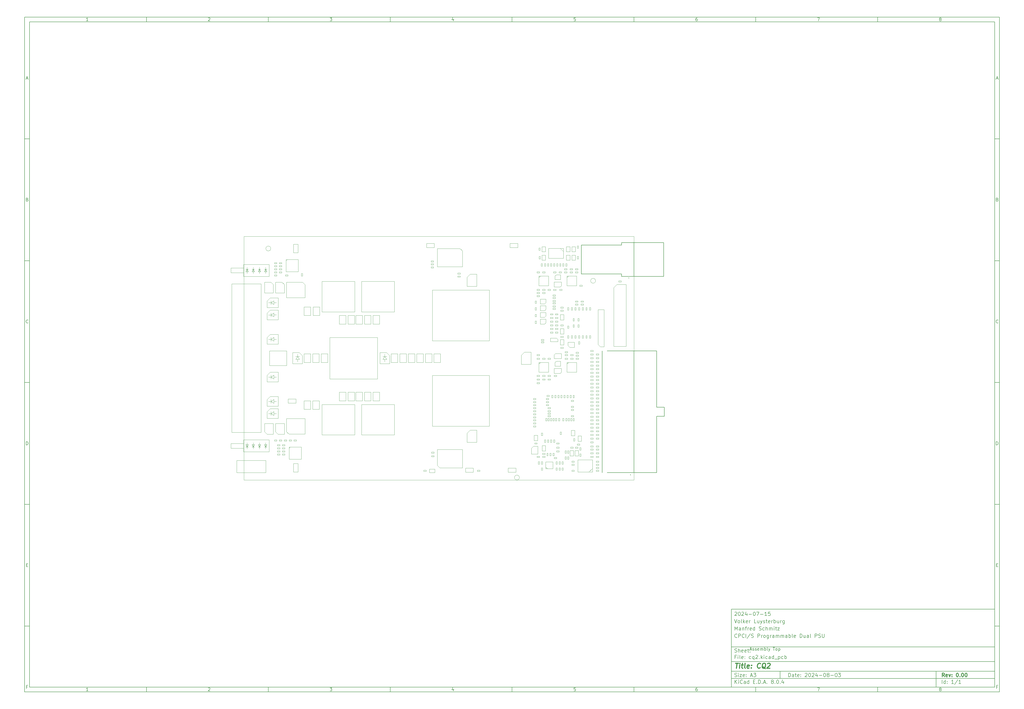
<source format=gbr>
%TF.GenerationSoftware,KiCad,Pcbnew,8.0.4*%
%TF.CreationDate,2024-09-04T12:40:56+02:00*%
%TF.ProjectId,cq2,6371322e-6b69-4636-9164-5f7063625858,0.00*%
%TF.SameCoordinates,Original*%
%TF.FileFunction,AssemblyDrawing,Top*%
%FSLAX46Y46*%
G04 Gerber Fmt 4.6, Leading zero omitted, Abs format (unit mm)*
G04 Created by KiCad (PCBNEW 8.0.4) date 2024-09-04 12:40:56*
%MOMM*%
%LPD*%
G01*
G04 APERTURE LIST*
%ADD10C,0.100000*%
%ADD11C,0.150000*%
%ADD12C,0.300000*%
%ADD13C,0.400000*%
%ADD14C,0.200000*%
%ADD15C,0.120000*%
%ADD16C,0.127000*%
%ADD17C,0.025400*%
G04 APERTURE END LIST*
D10*
D11*
X299989000Y-253002200D02*
X407989000Y-253002200D01*
X407989000Y-285002200D01*
X299989000Y-285002200D01*
X299989000Y-253002200D01*
D10*
D11*
X10000000Y-10000000D02*
X409989000Y-10000000D01*
X409989000Y-287002200D01*
X10000000Y-287002200D01*
X10000000Y-10000000D01*
D10*
D11*
X12000000Y-12000000D02*
X407989000Y-12000000D01*
X407989000Y-285002200D01*
X12000000Y-285002200D01*
X12000000Y-12000000D01*
D10*
D11*
X60000000Y-12000000D02*
X60000000Y-10000000D01*
D10*
D11*
X110000000Y-12000000D02*
X110000000Y-10000000D01*
D10*
D11*
X160000000Y-12000000D02*
X160000000Y-10000000D01*
D10*
D11*
X210000000Y-12000000D02*
X210000000Y-10000000D01*
D10*
D11*
X260000000Y-12000000D02*
X260000000Y-10000000D01*
D10*
D11*
X310000000Y-12000000D02*
X310000000Y-10000000D01*
D10*
D11*
X360000000Y-12000000D02*
X360000000Y-10000000D01*
D10*
D11*
X36089160Y-11593604D02*
X35346303Y-11593604D01*
X35717731Y-11593604D02*
X35717731Y-10293604D01*
X35717731Y-10293604D02*
X35593922Y-10479319D01*
X35593922Y-10479319D02*
X35470112Y-10603128D01*
X35470112Y-10603128D02*
X35346303Y-10665033D01*
D10*
D11*
X85346303Y-10417414D02*
X85408207Y-10355509D01*
X85408207Y-10355509D02*
X85532017Y-10293604D01*
X85532017Y-10293604D02*
X85841541Y-10293604D01*
X85841541Y-10293604D02*
X85965350Y-10355509D01*
X85965350Y-10355509D02*
X86027255Y-10417414D01*
X86027255Y-10417414D02*
X86089160Y-10541223D01*
X86089160Y-10541223D02*
X86089160Y-10665033D01*
X86089160Y-10665033D02*
X86027255Y-10850747D01*
X86027255Y-10850747D02*
X85284398Y-11593604D01*
X85284398Y-11593604D02*
X86089160Y-11593604D01*
D10*
D11*
X135284398Y-10293604D02*
X136089160Y-10293604D01*
X136089160Y-10293604D02*
X135655826Y-10788842D01*
X135655826Y-10788842D02*
X135841541Y-10788842D01*
X135841541Y-10788842D02*
X135965350Y-10850747D01*
X135965350Y-10850747D02*
X136027255Y-10912652D01*
X136027255Y-10912652D02*
X136089160Y-11036461D01*
X136089160Y-11036461D02*
X136089160Y-11345985D01*
X136089160Y-11345985D02*
X136027255Y-11469795D01*
X136027255Y-11469795D02*
X135965350Y-11531700D01*
X135965350Y-11531700D02*
X135841541Y-11593604D01*
X135841541Y-11593604D02*
X135470112Y-11593604D01*
X135470112Y-11593604D02*
X135346303Y-11531700D01*
X135346303Y-11531700D02*
X135284398Y-11469795D01*
D10*
D11*
X185965350Y-10726938D02*
X185965350Y-11593604D01*
X185655826Y-10231700D02*
X185346303Y-11160271D01*
X185346303Y-11160271D02*
X186151064Y-11160271D01*
D10*
D11*
X236027255Y-10293604D02*
X235408207Y-10293604D01*
X235408207Y-10293604D02*
X235346303Y-10912652D01*
X235346303Y-10912652D02*
X235408207Y-10850747D01*
X235408207Y-10850747D02*
X235532017Y-10788842D01*
X235532017Y-10788842D02*
X235841541Y-10788842D01*
X235841541Y-10788842D02*
X235965350Y-10850747D01*
X235965350Y-10850747D02*
X236027255Y-10912652D01*
X236027255Y-10912652D02*
X236089160Y-11036461D01*
X236089160Y-11036461D02*
X236089160Y-11345985D01*
X236089160Y-11345985D02*
X236027255Y-11469795D01*
X236027255Y-11469795D02*
X235965350Y-11531700D01*
X235965350Y-11531700D02*
X235841541Y-11593604D01*
X235841541Y-11593604D02*
X235532017Y-11593604D01*
X235532017Y-11593604D02*
X235408207Y-11531700D01*
X235408207Y-11531700D02*
X235346303Y-11469795D01*
D10*
D11*
X285965350Y-10293604D02*
X285717731Y-10293604D01*
X285717731Y-10293604D02*
X285593922Y-10355509D01*
X285593922Y-10355509D02*
X285532017Y-10417414D01*
X285532017Y-10417414D02*
X285408207Y-10603128D01*
X285408207Y-10603128D02*
X285346303Y-10850747D01*
X285346303Y-10850747D02*
X285346303Y-11345985D01*
X285346303Y-11345985D02*
X285408207Y-11469795D01*
X285408207Y-11469795D02*
X285470112Y-11531700D01*
X285470112Y-11531700D02*
X285593922Y-11593604D01*
X285593922Y-11593604D02*
X285841541Y-11593604D01*
X285841541Y-11593604D02*
X285965350Y-11531700D01*
X285965350Y-11531700D02*
X286027255Y-11469795D01*
X286027255Y-11469795D02*
X286089160Y-11345985D01*
X286089160Y-11345985D02*
X286089160Y-11036461D01*
X286089160Y-11036461D02*
X286027255Y-10912652D01*
X286027255Y-10912652D02*
X285965350Y-10850747D01*
X285965350Y-10850747D02*
X285841541Y-10788842D01*
X285841541Y-10788842D02*
X285593922Y-10788842D01*
X285593922Y-10788842D02*
X285470112Y-10850747D01*
X285470112Y-10850747D02*
X285408207Y-10912652D01*
X285408207Y-10912652D02*
X285346303Y-11036461D01*
D10*
D11*
X335284398Y-10293604D02*
X336151064Y-10293604D01*
X336151064Y-10293604D02*
X335593922Y-11593604D01*
D10*
D11*
X385593922Y-10850747D02*
X385470112Y-10788842D01*
X385470112Y-10788842D02*
X385408207Y-10726938D01*
X385408207Y-10726938D02*
X385346303Y-10603128D01*
X385346303Y-10603128D02*
X385346303Y-10541223D01*
X385346303Y-10541223D02*
X385408207Y-10417414D01*
X385408207Y-10417414D02*
X385470112Y-10355509D01*
X385470112Y-10355509D02*
X385593922Y-10293604D01*
X385593922Y-10293604D02*
X385841541Y-10293604D01*
X385841541Y-10293604D02*
X385965350Y-10355509D01*
X385965350Y-10355509D02*
X386027255Y-10417414D01*
X386027255Y-10417414D02*
X386089160Y-10541223D01*
X386089160Y-10541223D02*
X386089160Y-10603128D01*
X386089160Y-10603128D02*
X386027255Y-10726938D01*
X386027255Y-10726938D02*
X385965350Y-10788842D01*
X385965350Y-10788842D02*
X385841541Y-10850747D01*
X385841541Y-10850747D02*
X385593922Y-10850747D01*
X385593922Y-10850747D02*
X385470112Y-10912652D01*
X385470112Y-10912652D02*
X385408207Y-10974557D01*
X385408207Y-10974557D02*
X385346303Y-11098366D01*
X385346303Y-11098366D02*
X385346303Y-11345985D01*
X385346303Y-11345985D02*
X385408207Y-11469795D01*
X385408207Y-11469795D02*
X385470112Y-11531700D01*
X385470112Y-11531700D02*
X385593922Y-11593604D01*
X385593922Y-11593604D02*
X385841541Y-11593604D01*
X385841541Y-11593604D02*
X385965350Y-11531700D01*
X385965350Y-11531700D02*
X386027255Y-11469795D01*
X386027255Y-11469795D02*
X386089160Y-11345985D01*
X386089160Y-11345985D02*
X386089160Y-11098366D01*
X386089160Y-11098366D02*
X386027255Y-10974557D01*
X386027255Y-10974557D02*
X385965350Y-10912652D01*
X385965350Y-10912652D02*
X385841541Y-10850747D01*
D10*
D11*
X60000000Y-285002200D02*
X60000000Y-287002200D01*
D10*
D11*
X110000000Y-285002200D02*
X110000000Y-287002200D01*
D10*
D11*
X160000000Y-285002200D02*
X160000000Y-287002200D01*
D10*
D11*
X210000000Y-285002200D02*
X210000000Y-287002200D01*
D10*
D11*
X260000000Y-285002200D02*
X260000000Y-287002200D01*
D10*
D11*
X310000000Y-285002200D02*
X310000000Y-287002200D01*
D10*
D11*
X360000000Y-285002200D02*
X360000000Y-287002200D01*
D10*
D11*
X36089160Y-286595804D02*
X35346303Y-286595804D01*
X35717731Y-286595804D02*
X35717731Y-285295804D01*
X35717731Y-285295804D02*
X35593922Y-285481519D01*
X35593922Y-285481519D02*
X35470112Y-285605328D01*
X35470112Y-285605328D02*
X35346303Y-285667233D01*
D10*
D11*
X85346303Y-285419614D02*
X85408207Y-285357709D01*
X85408207Y-285357709D02*
X85532017Y-285295804D01*
X85532017Y-285295804D02*
X85841541Y-285295804D01*
X85841541Y-285295804D02*
X85965350Y-285357709D01*
X85965350Y-285357709D02*
X86027255Y-285419614D01*
X86027255Y-285419614D02*
X86089160Y-285543423D01*
X86089160Y-285543423D02*
X86089160Y-285667233D01*
X86089160Y-285667233D02*
X86027255Y-285852947D01*
X86027255Y-285852947D02*
X85284398Y-286595804D01*
X85284398Y-286595804D02*
X86089160Y-286595804D01*
D10*
D11*
X135284398Y-285295804D02*
X136089160Y-285295804D01*
X136089160Y-285295804D02*
X135655826Y-285791042D01*
X135655826Y-285791042D02*
X135841541Y-285791042D01*
X135841541Y-285791042D02*
X135965350Y-285852947D01*
X135965350Y-285852947D02*
X136027255Y-285914852D01*
X136027255Y-285914852D02*
X136089160Y-286038661D01*
X136089160Y-286038661D02*
X136089160Y-286348185D01*
X136089160Y-286348185D02*
X136027255Y-286471995D01*
X136027255Y-286471995D02*
X135965350Y-286533900D01*
X135965350Y-286533900D02*
X135841541Y-286595804D01*
X135841541Y-286595804D02*
X135470112Y-286595804D01*
X135470112Y-286595804D02*
X135346303Y-286533900D01*
X135346303Y-286533900D02*
X135284398Y-286471995D01*
D10*
D11*
X185965350Y-285729138D02*
X185965350Y-286595804D01*
X185655826Y-285233900D02*
X185346303Y-286162471D01*
X185346303Y-286162471D02*
X186151064Y-286162471D01*
D10*
D11*
X236027255Y-285295804D02*
X235408207Y-285295804D01*
X235408207Y-285295804D02*
X235346303Y-285914852D01*
X235346303Y-285914852D02*
X235408207Y-285852947D01*
X235408207Y-285852947D02*
X235532017Y-285791042D01*
X235532017Y-285791042D02*
X235841541Y-285791042D01*
X235841541Y-285791042D02*
X235965350Y-285852947D01*
X235965350Y-285852947D02*
X236027255Y-285914852D01*
X236027255Y-285914852D02*
X236089160Y-286038661D01*
X236089160Y-286038661D02*
X236089160Y-286348185D01*
X236089160Y-286348185D02*
X236027255Y-286471995D01*
X236027255Y-286471995D02*
X235965350Y-286533900D01*
X235965350Y-286533900D02*
X235841541Y-286595804D01*
X235841541Y-286595804D02*
X235532017Y-286595804D01*
X235532017Y-286595804D02*
X235408207Y-286533900D01*
X235408207Y-286533900D02*
X235346303Y-286471995D01*
D10*
D11*
X285965350Y-285295804D02*
X285717731Y-285295804D01*
X285717731Y-285295804D02*
X285593922Y-285357709D01*
X285593922Y-285357709D02*
X285532017Y-285419614D01*
X285532017Y-285419614D02*
X285408207Y-285605328D01*
X285408207Y-285605328D02*
X285346303Y-285852947D01*
X285346303Y-285852947D02*
X285346303Y-286348185D01*
X285346303Y-286348185D02*
X285408207Y-286471995D01*
X285408207Y-286471995D02*
X285470112Y-286533900D01*
X285470112Y-286533900D02*
X285593922Y-286595804D01*
X285593922Y-286595804D02*
X285841541Y-286595804D01*
X285841541Y-286595804D02*
X285965350Y-286533900D01*
X285965350Y-286533900D02*
X286027255Y-286471995D01*
X286027255Y-286471995D02*
X286089160Y-286348185D01*
X286089160Y-286348185D02*
X286089160Y-286038661D01*
X286089160Y-286038661D02*
X286027255Y-285914852D01*
X286027255Y-285914852D02*
X285965350Y-285852947D01*
X285965350Y-285852947D02*
X285841541Y-285791042D01*
X285841541Y-285791042D02*
X285593922Y-285791042D01*
X285593922Y-285791042D02*
X285470112Y-285852947D01*
X285470112Y-285852947D02*
X285408207Y-285914852D01*
X285408207Y-285914852D02*
X285346303Y-286038661D01*
D10*
D11*
X335284398Y-285295804D02*
X336151064Y-285295804D01*
X336151064Y-285295804D02*
X335593922Y-286595804D01*
D10*
D11*
X385593922Y-285852947D02*
X385470112Y-285791042D01*
X385470112Y-285791042D02*
X385408207Y-285729138D01*
X385408207Y-285729138D02*
X385346303Y-285605328D01*
X385346303Y-285605328D02*
X385346303Y-285543423D01*
X385346303Y-285543423D02*
X385408207Y-285419614D01*
X385408207Y-285419614D02*
X385470112Y-285357709D01*
X385470112Y-285357709D02*
X385593922Y-285295804D01*
X385593922Y-285295804D02*
X385841541Y-285295804D01*
X385841541Y-285295804D02*
X385965350Y-285357709D01*
X385965350Y-285357709D02*
X386027255Y-285419614D01*
X386027255Y-285419614D02*
X386089160Y-285543423D01*
X386089160Y-285543423D02*
X386089160Y-285605328D01*
X386089160Y-285605328D02*
X386027255Y-285729138D01*
X386027255Y-285729138D02*
X385965350Y-285791042D01*
X385965350Y-285791042D02*
X385841541Y-285852947D01*
X385841541Y-285852947D02*
X385593922Y-285852947D01*
X385593922Y-285852947D02*
X385470112Y-285914852D01*
X385470112Y-285914852D02*
X385408207Y-285976757D01*
X385408207Y-285976757D02*
X385346303Y-286100566D01*
X385346303Y-286100566D02*
X385346303Y-286348185D01*
X385346303Y-286348185D02*
X385408207Y-286471995D01*
X385408207Y-286471995D02*
X385470112Y-286533900D01*
X385470112Y-286533900D02*
X385593922Y-286595804D01*
X385593922Y-286595804D02*
X385841541Y-286595804D01*
X385841541Y-286595804D02*
X385965350Y-286533900D01*
X385965350Y-286533900D02*
X386027255Y-286471995D01*
X386027255Y-286471995D02*
X386089160Y-286348185D01*
X386089160Y-286348185D02*
X386089160Y-286100566D01*
X386089160Y-286100566D02*
X386027255Y-285976757D01*
X386027255Y-285976757D02*
X385965350Y-285914852D01*
X385965350Y-285914852D02*
X385841541Y-285852947D01*
D10*
D11*
X10000000Y-60000000D02*
X12000000Y-60000000D01*
D10*
D11*
X10000000Y-110000000D02*
X12000000Y-110000000D01*
D10*
D11*
X10000000Y-160000000D02*
X12000000Y-160000000D01*
D10*
D11*
X10000000Y-210000000D02*
X12000000Y-210000000D01*
D10*
D11*
X10000000Y-260000000D02*
X12000000Y-260000000D01*
D10*
D11*
X10690476Y-35222176D02*
X11309523Y-35222176D01*
X10566666Y-35593604D02*
X10999999Y-34293604D01*
X10999999Y-34293604D02*
X11433333Y-35593604D01*
D10*
D11*
X11092857Y-84912652D02*
X11278571Y-84974557D01*
X11278571Y-84974557D02*
X11340476Y-85036461D01*
X11340476Y-85036461D02*
X11402380Y-85160271D01*
X11402380Y-85160271D02*
X11402380Y-85345985D01*
X11402380Y-85345985D02*
X11340476Y-85469795D01*
X11340476Y-85469795D02*
X11278571Y-85531700D01*
X11278571Y-85531700D02*
X11154761Y-85593604D01*
X11154761Y-85593604D02*
X10659523Y-85593604D01*
X10659523Y-85593604D02*
X10659523Y-84293604D01*
X10659523Y-84293604D02*
X11092857Y-84293604D01*
X11092857Y-84293604D02*
X11216666Y-84355509D01*
X11216666Y-84355509D02*
X11278571Y-84417414D01*
X11278571Y-84417414D02*
X11340476Y-84541223D01*
X11340476Y-84541223D02*
X11340476Y-84665033D01*
X11340476Y-84665033D02*
X11278571Y-84788842D01*
X11278571Y-84788842D02*
X11216666Y-84850747D01*
X11216666Y-84850747D02*
X11092857Y-84912652D01*
X11092857Y-84912652D02*
X10659523Y-84912652D01*
D10*
D11*
X11402380Y-135469795D02*
X11340476Y-135531700D01*
X11340476Y-135531700D02*
X11154761Y-135593604D01*
X11154761Y-135593604D02*
X11030952Y-135593604D01*
X11030952Y-135593604D02*
X10845238Y-135531700D01*
X10845238Y-135531700D02*
X10721428Y-135407890D01*
X10721428Y-135407890D02*
X10659523Y-135284080D01*
X10659523Y-135284080D02*
X10597619Y-135036461D01*
X10597619Y-135036461D02*
X10597619Y-134850747D01*
X10597619Y-134850747D02*
X10659523Y-134603128D01*
X10659523Y-134603128D02*
X10721428Y-134479319D01*
X10721428Y-134479319D02*
X10845238Y-134355509D01*
X10845238Y-134355509D02*
X11030952Y-134293604D01*
X11030952Y-134293604D02*
X11154761Y-134293604D01*
X11154761Y-134293604D02*
X11340476Y-134355509D01*
X11340476Y-134355509D02*
X11402380Y-134417414D01*
D10*
D11*
X10659523Y-185593604D02*
X10659523Y-184293604D01*
X10659523Y-184293604D02*
X10969047Y-184293604D01*
X10969047Y-184293604D02*
X11154761Y-184355509D01*
X11154761Y-184355509D02*
X11278571Y-184479319D01*
X11278571Y-184479319D02*
X11340476Y-184603128D01*
X11340476Y-184603128D02*
X11402380Y-184850747D01*
X11402380Y-184850747D02*
X11402380Y-185036461D01*
X11402380Y-185036461D02*
X11340476Y-185284080D01*
X11340476Y-185284080D02*
X11278571Y-185407890D01*
X11278571Y-185407890D02*
X11154761Y-185531700D01*
X11154761Y-185531700D02*
X10969047Y-185593604D01*
X10969047Y-185593604D02*
X10659523Y-185593604D01*
D10*
D11*
X10721428Y-234912652D02*
X11154762Y-234912652D01*
X11340476Y-235593604D02*
X10721428Y-235593604D01*
X10721428Y-235593604D02*
X10721428Y-234293604D01*
X10721428Y-234293604D02*
X11340476Y-234293604D01*
D10*
D11*
X11185714Y-284912652D02*
X10752380Y-284912652D01*
X10752380Y-285593604D02*
X10752380Y-284293604D01*
X10752380Y-284293604D02*
X11371428Y-284293604D01*
D10*
D11*
X409989000Y-60000000D02*
X407989000Y-60000000D01*
D10*
D11*
X409989000Y-110000000D02*
X407989000Y-110000000D01*
D10*
D11*
X409989000Y-160000000D02*
X407989000Y-160000000D01*
D10*
D11*
X409989000Y-210000000D02*
X407989000Y-210000000D01*
D10*
D11*
X409989000Y-260000000D02*
X407989000Y-260000000D01*
D10*
D11*
X408679476Y-35222176D02*
X409298523Y-35222176D01*
X408555666Y-35593604D02*
X408988999Y-34293604D01*
X408988999Y-34293604D02*
X409422333Y-35593604D01*
D10*
D11*
X409081857Y-84912652D02*
X409267571Y-84974557D01*
X409267571Y-84974557D02*
X409329476Y-85036461D01*
X409329476Y-85036461D02*
X409391380Y-85160271D01*
X409391380Y-85160271D02*
X409391380Y-85345985D01*
X409391380Y-85345985D02*
X409329476Y-85469795D01*
X409329476Y-85469795D02*
X409267571Y-85531700D01*
X409267571Y-85531700D02*
X409143761Y-85593604D01*
X409143761Y-85593604D02*
X408648523Y-85593604D01*
X408648523Y-85593604D02*
X408648523Y-84293604D01*
X408648523Y-84293604D02*
X409081857Y-84293604D01*
X409081857Y-84293604D02*
X409205666Y-84355509D01*
X409205666Y-84355509D02*
X409267571Y-84417414D01*
X409267571Y-84417414D02*
X409329476Y-84541223D01*
X409329476Y-84541223D02*
X409329476Y-84665033D01*
X409329476Y-84665033D02*
X409267571Y-84788842D01*
X409267571Y-84788842D02*
X409205666Y-84850747D01*
X409205666Y-84850747D02*
X409081857Y-84912652D01*
X409081857Y-84912652D02*
X408648523Y-84912652D01*
D10*
D11*
X409391380Y-135469795D02*
X409329476Y-135531700D01*
X409329476Y-135531700D02*
X409143761Y-135593604D01*
X409143761Y-135593604D02*
X409019952Y-135593604D01*
X409019952Y-135593604D02*
X408834238Y-135531700D01*
X408834238Y-135531700D02*
X408710428Y-135407890D01*
X408710428Y-135407890D02*
X408648523Y-135284080D01*
X408648523Y-135284080D02*
X408586619Y-135036461D01*
X408586619Y-135036461D02*
X408586619Y-134850747D01*
X408586619Y-134850747D02*
X408648523Y-134603128D01*
X408648523Y-134603128D02*
X408710428Y-134479319D01*
X408710428Y-134479319D02*
X408834238Y-134355509D01*
X408834238Y-134355509D02*
X409019952Y-134293604D01*
X409019952Y-134293604D02*
X409143761Y-134293604D01*
X409143761Y-134293604D02*
X409329476Y-134355509D01*
X409329476Y-134355509D02*
X409391380Y-134417414D01*
D10*
D11*
X408648523Y-185593604D02*
X408648523Y-184293604D01*
X408648523Y-184293604D02*
X408958047Y-184293604D01*
X408958047Y-184293604D02*
X409143761Y-184355509D01*
X409143761Y-184355509D02*
X409267571Y-184479319D01*
X409267571Y-184479319D02*
X409329476Y-184603128D01*
X409329476Y-184603128D02*
X409391380Y-184850747D01*
X409391380Y-184850747D02*
X409391380Y-185036461D01*
X409391380Y-185036461D02*
X409329476Y-185284080D01*
X409329476Y-185284080D02*
X409267571Y-185407890D01*
X409267571Y-185407890D02*
X409143761Y-185531700D01*
X409143761Y-185531700D02*
X408958047Y-185593604D01*
X408958047Y-185593604D02*
X408648523Y-185593604D01*
D10*
D11*
X408710428Y-234912652D02*
X409143762Y-234912652D01*
X409329476Y-235593604D02*
X408710428Y-235593604D01*
X408710428Y-235593604D02*
X408710428Y-234293604D01*
X408710428Y-234293604D02*
X409329476Y-234293604D01*
D10*
D11*
X409174714Y-284912652D02*
X408741380Y-284912652D01*
X408741380Y-285593604D02*
X408741380Y-284293604D01*
X408741380Y-284293604D02*
X409360428Y-284293604D01*
D10*
D11*
X323444826Y-280788328D02*
X323444826Y-279288328D01*
X323444826Y-279288328D02*
X323801969Y-279288328D01*
X323801969Y-279288328D02*
X324016255Y-279359757D01*
X324016255Y-279359757D02*
X324159112Y-279502614D01*
X324159112Y-279502614D02*
X324230541Y-279645471D01*
X324230541Y-279645471D02*
X324301969Y-279931185D01*
X324301969Y-279931185D02*
X324301969Y-280145471D01*
X324301969Y-280145471D02*
X324230541Y-280431185D01*
X324230541Y-280431185D02*
X324159112Y-280574042D01*
X324159112Y-280574042D02*
X324016255Y-280716900D01*
X324016255Y-280716900D02*
X323801969Y-280788328D01*
X323801969Y-280788328D02*
X323444826Y-280788328D01*
X325587684Y-280788328D02*
X325587684Y-280002614D01*
X325587684Y-280002614D02*
X325516255Y-279859757D01*
X325516255Y-279859757D02*
X325373398Y-279788328D01*
X325373398Y-279788328D02*
X325087684Y-279788328D01*
X325087684Y-279788328D02*
X324944826Y-279859757D01*
X325587684Y-280716900D02*
X325444826Y-280788328D01*
X325444826Y-280788328D02*
X325087684Y-280788328D01*
X325087684Y-280788328D02*
X324944826Y-280716900D01*
X324944826Y-280716900D02*
X324873398Y-280574042D01*
X324873398Y-280574042D02*
X324873398Y-280431185D01*
X324873398Y-280431185D02*
X324944826Y-280288328D01*
X324944826Y-280288328D02*
X325087684Y-280216900D01*
X325087684Y-280216900D02*
X325444826Y-280216900D01*
X325444826Y-280216900D02*
X325587684Y-280145471D01*
X326087684Y-279788328D02*
X326659112Y-279788328D01*
X326301969Y-279288328D02*
X326301969Y-280574042D01*
X326301969Y-280574042D02*
X326373398Y-280716900D01*
X326373398Y-280716900D02*
X326516255Y-280788328D01*
X326516255Y-280788328D02*
X326659112Y-280788328D01*
X327730541Y-280716900D02*
X327587684Y-280788328D01*
X327587684Y-280788328D02*
X327301970Y-280788328D01*
X327301970Y-280788328D02*
X327159112Y-280716900D01*
X327159112Y-280716900D02*
X327087684Y-280574042D01*
X327087684Y-280574042D02*
X327087684Y-280002614D01*
X327087684Y-280002614D02*
X327159112Y-279859757D01*
X327159112Y-279859757D02*
X327301970Y-279788328D01*
X327301970Y-279788328D02*
X327587684Y-279788328D01*
X327587684Y-279788328D02*
X327730541Y-279859757D01*
X327730541Y-279859757D02*
X327801970Y-280002614D01*
X327801970Y-280002614D02*
X327801970Y-280145471D01*
X327801970Y-280145471D02*
X327087684Y-280288328D01*
X328444826Y-280645471D02*
X328516255Y-280716900D01*
X328516255Y-280716900D02*
X328444826Y-280788328D01*
X328444826Y-280788328D02*
X328373398Y-280716900D01*
X328373398Y-280716900D02*
X328444826Y-280645471D01*
X328444826Y-280645471D02*
X328444826Y-280788328D01*
X328444826Y-279859757D02*
X328516255Y-279931185D01*
X328516255Y-279931185D02*
X328444826Y-280002614D01*
X328444826Y-280002614D02*
X328373398Y-279931185D01*
X328373398Y-279931185D02*
X328444826Y-279859757D01*
X328444826Y-279859757D02*
X328444826Y-280002614D01*
X330230541Y-279431185D02*
X330301969Y-279359757D01*
X330301969Y-279359757D02*
X330444827Y-279288328D01*
X330444827Y-279288328D02*
X330801969Y-279288328D01*
X330801969Y-279288328D02*
X330944827Y-279359757D01*
X330944827Y-279359757D02*
X331016255Y-279431185D01*
X331016255Y-279431185D02*
X331087684Y-279574042D01*
X331087684Y-279574042D02*
X331087684Y-279716900D01*
X331087684Y-279716900D02*
X331016255Y-279931185D01*
X331016255Y-279931185D02*
X330159112Y-280788328D01*
X330159112Y-280788328D02*
X331087684Y-280788328D01*
X332016255Y-279288328D02*
X332159112Y-279288328D01*
X332159112Y-279288328D02*
X332301969Y-279359757D01*
X332301969Y-279359757D02*
X332373398Y-279431185D01*
X332373398Y-279431185D02*
X332444826Y-279574042D01*
X332444826Y-279574042D02*
X332516255Y-279859757D01*
X332516255Y-279859757D02*
X332516255Y-280216900D01*
X332516255Y-280216900D02*
X332444826Y-280502614D01*
X332444826Y-280502614D02*
X332373398Y-280645471D01*
X332373398Y-280645471D02*
X332301969Y-280716900D01*
X332301969Y-280716900D02*
X332159112Y-280788328D01*
X332159112Y-280788328D02*
X332016255Y-280788328D01*
X332016255Y-280788328D02*
X331873398Y-280716900D01*
X331873398Y-280716900D02*
X331801969Y-280645471D01*
X331801969Y-280645471D02*
X331730540Y-280502614D01*
X331730540Y-280502614D02*
X331659112Y-280216900D01*
X331659112Y-280216900D02*
X331659112Y-279859757D01*
X331659112Y-279859757D02*
X331730540Y-279574042D01*
X331730540Y-279574042D02*
X331801969Y-279431185D01*
X331801969Y-279431185D02*
X331873398Y-279359757D01*
X331873398Y-279359757D02*
X332016255Y-279288328D01*
X333087683Y-279431185D02*
X333159111Y-279359757D01*
X333159111Y-279359757D02*
X333301969Y-279288328D01*
X333301969Y-279288328D02*
X333659111Y-279288328D01*
X333659111Y-279288328D02*
X333801969Y-279359757D01*
X333801969Y-279359757D02*
X333873397Y-279431185D01*
X333873397Y-279431185D02*
X333944826Y-279574042D01*
X333944826Y-279574042D02*
X333944826Y-279716900D01*
X333944826Y-279716900D02*
X333873397Y-279931185D01*
X333873397Y-279931185D02*
X333016254Y-280788328D01*
X333016254Y-280788328D02*
X333944826Y-280788328D01*
X335230540Y-279788328D02*
X335230540Y-280788328D01*
X334873397Y-279216900D02*
X334516254Y-280288328D01*
X334516254Y-280288328D02*
X335444825Y-280288328D01*
X336016253Y-280216900D02*
X337159111Y-280216900D01*
X338159111Y-279288328D02*
X338301968Y-279288328D01*
X338301968Y-279288328D02*
X338444825Y-279359757D01*
X338444825Y-279359757D02*
X338516254Y-279431185D01*
X338516254Y-279431185D02*
X338587682Y-279574042D01*
X338587682Y-279574042D02*
X338659111Y-279859757D01*
X338659111Y-279859757D02*
X338659111Y-280216900D01*
X338659111Y-280216900D02*
X338587682Y-280502614D01*
X338587682Y-280502614D02*
X338516254Y-280645471D01*
X338516254Y-280645471D02*
X338444825Y-280716900D01*
X338444825Y-280716900D02*
X338301968Y-280788328D01*
X338301968Y-280788328D02*
X338159111Y-280788328D01*
X338159111Y-280788328D02*
X338016254Y-280716900D01*
X338016254Y-280716900D02*
X337944825Y-280645471D01*
X337944825Y-280645471D02*
X337873396Y-280502614D01*
X337873396Y-280502614D02*
X337801968Y-280216900D01*
X337801968Y-280216900D02*
X337801968Y-279859757D01*
X337801968Y-279859757D02*
X337873396Y-279574042D01*
X337873396Y-279574042D02*
X337944825Y-279431185D01*
X337944825Y-279431185D02*
X338016254Y-279359757D01*
X338016254Y-279359757D02*
X338159111Y-279288328D01*
X339516253Y-279931185D02*
X339373396Y-279859757D01*
X339373396Y-279859757D02*
X339301967Y-279788328D01*
X339301967Y-279788328D02*
X339230539Y-279645471D01*
X339230539Y-279645471D02*
X339230539Y-279574042D01*
X339230539Y-279574042D02*
X339301967Y-279431185D01*
X339301967Y-279431185D02*
X339373396Y-279359757D01*
X339373396Y-279359757D02*
X339516253Y-279288328D01*
X339516253Y-279288328D02*
X339801967Y-279288328D01*
X339801967Y-279288328D02*
X339944825Y-279359757D01*
X339944825Y-279359757D02*
X340016253Y-279431185D01*
X340016253Y-279431185D02*
X340087682Y-279574042D01*
X340087682Y-279574042D02*
X340087682Y-279645471D01*
X340087682Y-279645471D02*
X340016253Y-279788328D01*
X340016253Y-279788328D02*
X339944825Y-279859757D01*
X339944825Y-279859757D02*
X339801967Y-279931185D01*
X339801967Y-279931185D02*
X339516253Y-279931185D01*
X339516253Y-279931185D02*
X339373396Y-280002614D01*
X339373396Y-280002614D02*
X339301967Y-280074042D01*
X339301967Y-280074042D02*
X339230539Y-280216900D01*
X339230539Y-280216900D02*
X339230539Y-280502614D01*
X339230539Y-280502614D02*
X339301967Y-280645471D01*
X339301967Y-280645471D02*
X339373396Y-280716900D01*
X339373396Y-280716900D02*
X339516253Y-280788328D01*
X339516253Y-280788328D02*
X339801967Y-280788328D01*
X339801967Y-280788328D02*
X339944825Y-280716900D01*
X339944825Y-280716900D02*
X340016253Y-280645471D01*
X340016253Y-280645471D02*
X340087682Y-280502614D01*
X340087682Y-280502614D02*
X340087682Y-280216900D01*
X340087682Y-280216900D02*
X340016253Y-280074042D01*
X340016253Y-280074042D02*
X339944825Y-280002614D01*
X339944825Y-280002614D02*
X339801967Y-279931185D01*
X340730538Y-280216900D02*
X341873396Y-280216900D01*
X342873396Y-279288328D02*
X343016253Y-279288328D01*
X343016253Y-279288328D02*
X343159110Y-279359757D01*
X343159110Y-279359757D02*
X343230539Y-279431185D01*
X343230539Y-279431185D02*
X343301967Y-279574042D01*
X343301967Y-279574042D02*
X343373396Y-279859757D01*
X343373396Y-279859757D02*
X343373396Y-280216900D01*
X343373396Y-280216900D02*
X343301967Y-280502614D01*
X343301967Y-280502614D02*
X343230539Y-280645471D01*
X343230539Y-280645471D02*
X343159110Y-280716900D01*
X343159110Y-280716900D02*
X343016253Y-280788328D01*
X343016253Y-280788328D02*
X342873396Y-280788328D01*
X342873396Y-280788328D02*
X342730539Y-280716900D01*
X342730539Y-280716900D02*
X342659110Y-280645471D01*
X342659110Y-280645471D02*
X342587681Y-280502614D01*
X342587681Y-280502614D02*
X342516253Y-280216900D01*
X342516253Y-280216900D02*
X342516253Y-279859757D01*
X342516253Y-279859757D02*
X342587681Y-279574042D01*
X342587681Y-279574042D02*
X342659110Y-279431185D01*
X342659110Y-279431185D02*
X342730539Y-279359757D01*
X342730539Y-279359757D02*
X342873396Y-279288328D01*
X343873395Y-279288328D02*
X344801967Y-279288328D01*
X344801967Y-279288328D02*
X344301967Y-279859757D01*
X344301967Y-279859757D02*
X344516252Y-279859757D01*
X344516252Y-279859757D02*
X344659110Y-279931185D01*
X344659110Y-279931185D02*
X344730538Y-280002614D01*
X344730538Y-280002614D02*
X344801967Y-280145471D01*
X344801967Y-280145471D02*
X344801967Y-280502614D01*
X344801967Y-280502614D02*
X344730538Y-280645471D01*
X344730538Y-280645471D02*
X344659110Y-280716900D01*
X344659110Y-280716900D02*
X344516252Y-280788328D01*
X344516252Y-280788328D02*
X344087681Y-280788328D01*
X344087681Y-280788328D02*
X343944824Y-280716900D01*
X343944824Y-280716900D02*
X343873395Y-280645471D01*
D10*
D11*
X299989000Y-281502200D02*
X407989000Y-281502200D01*
D10*
D11*
X301444826Y-283588328D02*
X301444826Y-282088328D01*
X302301969Y-283588328D02*
X301659112Y-282731185D01*
X302301969Y-282088328D02*
X301444826Y-282945471D01*
X302944826Y-283588328D02*
X302944826Y-282588328D01*
X302944826Y-282088328D02*
X302873398Y-282159757D01*
X302873398Y-282159757D02*
X302944826Y-282231185D01*
X302944826Y-282231185D02*
X303016255Y-282159757D01*
X303016255Y-282159757D02*
X302944826Y-282088328D01*
X302944826Y-282088328D02*
X302944826Y-282231185D01*
X304516255Y-283445471D02*
X304444827Y-283516900D01*
X304444827Y-283516900D02*
X304230541Y-283588328D01*
X304230541Y-283588328D02*
X304087684Y-283588328D01*
X304087684Y-283588328D02*
X303873398Y-283516900D01*
X303873398Y-283516900D02*
X303730541Y-283374042D01*
X303730541Y-283374042D02*
X303659112Y-283231185D01*
X303659112Y-283231185D02*
X303587684Y-282945471D01*
X303587684Y-282945471D02*
X303587684Y-282731185D01*
X303587684Y-282731185D02*
X303659112Y-282445471D01*
X303659112Y-282445471D02*
X303730541Y-282302614D01*
X303730541Y-282302614D02*
X303873398Y-282159757D01*
X303873398Y-282159757D02*
X304087684Y-282088328D01*
X304087684Y-282088328D02*
X304230541Y-282088328D01*
X304230541Y-282088328D02*
X304444827Y-282159757D01*
X304444827Y-282159757D02*
X304516255Y-282231185D01*
X305801970Y-283588328D02*
X305801970Y-282802614D01*
X305801970Y-282802614D02*
X305730541Y-282659757D01*
X305730541Y-282659757D02*
X305587684Y-282588328D01*
X305587684Y-282588328D02*
X305301970Y-282588328D01*
X305301970Y-282588328D02*
X305159112Y-282659757D01*
X305801970Y-283516900D02*
X305659112Y-283588328D01*
X305659112Y-283588328D02*
X305301970Y-283588328D01*
X305301970Y-283588328D02*
X305159112Y-283516900D01*
X305159112Y-283516900D02*
X305087684Y-283374042D01*
X305087684Y-283374042D02*
X305087684Y-283231185D01*
X305087684Y-283231185D02*
X305159112Y-283088328D01*
X305159112Y-283088328D02*
X305301970Y-283016900D01*
X305301970Y-283016900D02*
X305659112Y-283016900D01*
X305659112Y-283016900D02*
X305801970Y-282945471D01*
X307159113Y-283588328D02*
X307159113Y-282088328D01*
X307159113Y-283516900D02*
X307016255Y-283588328D01*
X307016255Y-283588328D02*
X306730541Y-283588328D01*
X306730541Y-283588328D02*
X306587684Y-283516900D01*
X306587684Y-283516900D02*
X306516255Y-283445471D01*
X306516255Y-283445471D02*
X306444827Y-283302614D01*
X306444827Y-283302614D02*
X306444827Y-282874042D01*
X306444827Y-282874042D02*
X306516255Y-282731185D01*
X306516255Y-282731185D02*
X306587684Y-282659757D01*
X306587684Y-282659757D02*
X306730541Y-282588328D01*
X306730541Y-282588328D02*
X307016255Y-282588328D01*
X307016255Y-282588328D02*
X307159113Y-282659757D01*
X309016255Y-282802614D02*
X309516255Y-282802614D01*
X309730541Y-283588328D02*
X309016255Y-283588328D01*
X309016255Y-283588328D02*
X309016255Y-282088328D01*
X309016255Y-282088328D02*
X309730541Y-282088328D01*
X310373398Y-283445471D02*
X310444827Y-283516900D01*
X310444827Y-283516900D02*
X310373398Y-283588328D01*
X310373398Y-283588328D02*
X310301970Y-283516900D01*
X310301970Y-283516900D02*
X310373398Y-283445471D01*
X310373398Y-283445471D02*
X310373398Y-283588328D01*
X311087684Y-283588328D02*
X311087684Y-282088328D01*
X311087684Y-282088328D02*
X311444827Y-282088328D01*
X311444827Y-282088328D02*
X311659113Y-282159757D01*
X311659113Y-282159757D02*
X311801970Y-282302614D01*
X311801970Y-282302614D02*
X311873399Y-282445471D01*
X311873399Y-282445471D02*
X311944827Y-282731185D01*
X311944827Y-282731185D02*
X311944827Y-282945471D01*
X311944827Y-282945471D02*
X311873399Y-283231185D01*
X311873399Y-283231185D02*
X311801970Y-283374042D01*
X311801970Y-283374042D02*
X311659113Y-283516900D01*
X311659113Y-283516900D02*
X311444827Y-283588328D01*
X311444827Y-283588328D02*
X311087684Y-283588328D01*
X312587684Y-283445471D02*
X312659113Y-283516900D01*
X312659113Y-283516900D02*
X312587684Y-283588328D01*
X312587684Y-283588328D02*
X312516256Y-283516900D01*
X312516256Y-283516900D02*
X312587684Y-283445471D01*
X312587684Y-283445471D02*
X312587684Y-283588328D01*
X313230542Y-283159757D02*
X313944828Y-283159757D01*
X313087685Y-283588328D02*
X313587685Y-282088328D01*
X313587685Y-282088328D02*
X314087685Y-283588328D01*
X314587684Y-283445471D02*
X314659113Y-283516900D01*
X314659113Y-283516900D02*
X314587684Y-283588328D01*
X314587684Y-283588328D02*
X314516256Y-283516900D01*
X314516256Y-283516900D02*
X314587684Y-283445471D01*
X314587684Y-283445471D02*
X314587684Y-283588328D01*
X316659113Y-282731185D02*
X316516256Y-282659757D01*
X316516256Y-282659757D02*
X316444827Y-282588328D01*
X316444827Y-282588328D02*
X316373399Y-282445471D01*
X316373399Y-282445471D02*
X316373399Y-282374042D01*
X316373399Y-282374042D02*
X316444827Y-282231185D01*
X316444827Y-282231185D02*
X316516256Y-282159757D01*
X316516256Y-282159757D02*
X316659113Y-282088328D01*
X316659113Y-282088328D02*
X316944827Y-282088328D01*
X316944827Y-282088328D02*
X317087685Y-282159757D01*
X317087685Y-282159757D02*
X317159113Y-282231185D01*
X317159113Y-282231185D02*
X317230542Y-282374042D01*
X317230542Y-282374042D02*
X317230542Y-282445471D01*
X317230542Y-282445471D02*
X317159113Y-282588328D01*
X317159113Y-282588328D02*
X317087685Y-282659757D01*
X317087685Y-282659757D02*
X316944827Y-282731185D01*
X316944827Y-282731185D02*
X316659113Y-282731185D01*
X316659113Y-282731185D02*
X316516256Y-282802614D01*
X316516256Y-282802614D02*
X316444827Y-282874042D01*
X316444827Y-282874042D02*
X316373399Y-283016900D01*
X316373399Y-283016900D02*
X316373399Y-283302614D01*
X316373399Y-283302614D02*
X316444827Y-283445471D01*
X316444827Y-283445471D02*
X316516256Y-283516900D01*
X316516256Y-283516900D02*
X316659113Y-283588328D01*
X316659113Y-283588328D02*
X316944827Y-283588328D01*
X316944827Y-283588328D02*
X317087685Y-283516900D01*
X317087685Y-283516900D02*
X317159113Y-283445471D01*
X317159113Y-283445471D02*
X317230542Y-283302614D01*
X317230542Y-283302614D02*
X317230542Y-283016900D01*
X317230542Y-283016900D02*
X317159113Y-282874042D01*
X317159113Y-282874042D02*
X317087685Y-282802614D01*
X317087685Y-282802614D02*
X316944827Y-282731185D01*
X317873398Y-283445471D02*
X317944827Y-283516900D01*
X317944827Y-283516900D02*
X317873398Y-283588328D01*
X317873398Y-283588328D02*
X317801970Y-283516900D01*
X317801970Y-283516900D02*
X317873398Y-283445471D01*
X317873398Y-283445471D02*
X317873398Y-283588328D01*
X318873399Y-282088328D02*
X319016256Y-282088328D01*
X319016256Y-282088328D02*
X319159113Y-282159757D01*
X319159113Y-282159757D02*
X319230542Y-282231185D01*
X319230542Y-282231185D02*
X319301970Y-282374042D01*
X319301970Y-282374042D02*
X319373399Y-282659757D01*
X319373399Y-282659757D02*
X319373399Y-283016900D01*
X319373399Y-283016900D02*
X319301970Y-283302614D01*
X319301970Y-283302614D02*
X319230542Y-283445471D01*
X319230542Y-283445471D02*
X319159113Y-283516900D01*
X319159113Y-283516900D02*
X319016256Y-283588328D01*
X319016256Y-283588328D02*
X318873399Y-283588328D01*
X318873399Y-283588328D02*
X318730542Y-283516900D01*
X318730542Y-283516900D02*
X318659113Y-283445471D01*
X318659113Y-283445471D02*
X318587684Y-283302614D01*
X318587684Y-283302614D02*
X318516256Y-283016900D01*
X318516256Y-283016900D02*
X318516256Y-282659757D01*
X318516256Y-282659757D02*
X318587684Y-282374042D01*
X318587684Y-282374042D02*
X318659113Y-282231185D01*
X318659113Y-282231185D02*
X318730542Y-282159757D01*
X318730542Y-282159757D02*
X318873399Y-282088328D01*
X320016255Y-283445471D02*
X320087684Y-283516900D01*
X320087684Y-283516900D02*
X320016255Y-283588328D01*
X320016255Y-283588328D02*
X319944827Y-283516900D01*
X319944827Y-283516900D02*
X320016255Y-283445471D01*
X320016255Y-283445471D02*
X320016255Y-283588328D01*
X321373399Y-282588328D02*
X321373399Y-283588328D01*
X321016256Y-282016900D02*
X320659113Y-283088328D01*
X320659113Y-283088328D02*
X321587684Y-283088328D01*
D10*
D11*
X299989000Y-278502200D02*
X407989000Y-278502200D01*
D10*
D12*
X387400653Y-280780528D02*
X386900653Y-280066242D01*
X386543510Y-280780528D02*
X386543510Y-279280528D01*
X386543510Y-279280528D02*
X387114939Y-279280528D01*
X387114939Y-279280528D02*
X387257796Y-279351957D01*
X387257796Y-279351957D02*
X387329225Y-279423385D01*
X387329225Y-279423385D02*
X387400653Y-279566242D01*
X387400653Y-279566242D02*
X387400653Y-279780528D01*
X387400653Y-279780528D02*
X387329225Y-279923385D01*
X387329225Y-279923385D02*
X387257796Y-279994814D01*
X387257796Y-279994814D02*
X387114939Y-280066242D01*
X387114939Y-280066242D02*
X386543510Y-280066242D01*
X388614939Y-280709100D02*
X388472082Y-280780528D01*
X388472082Y-280780528D02*
X388186368Y-280780528D01*
X388186368Y-280780528D02*
X388043510Y-280709100D01*
X388043510Y-280709100D02*
X387972082Y-280566242D01*
X387972082Y-280566242D02*
X387972082Y-279994814D01*
X387972082Y-279994814D02*
X388043510Y-279851957D01*
X388043510Y-279851957D02*
X388186368Y-279780528D01*
X388186368Y-279780528D02*
X388472082Y-279780528D01*
X388472082Y-279780528D02*
X388614939Y-279851957D01*
X388614939Y-279851957D02*
X388686368Y-279994814D01*
X388686368Y-279994814D02*
X388686368Y-280137671D01*
X388686368Y-280137671D02*
X387972082Y-280280528D01*
X389186367Y-279780528D02*
X389543510Y-280780528D01*
X389543510Y-280780528D02*
X389900653Y-279780528D01*
X390472081Y-280637671D02*
X390543510Y-280709100D01*
X390543510Y-280709100D02*
X390472081Y-280780528D01*
X390472081Y-280780528D02*
X390400653Y-280709100D01*
X390400653Y-280709100D02*
X390472081Y-280637671D01*
X390472081Y-280637671D02*
X390472081Y-280780528D01*
X390472081Y-279851957D02*
X390543510Y-279923385D01*
X390543510Y-279923385D02*
X390472081Y-279994814D01*
X390472081Y-279994814D02*
X390400653Y-279923385D01*
X390400653Y-279923385D02*
X390472081Y-279851957D01*
X390472081Y-279851957D02*
X390472081Y-279994814D01*
X392614939Y-279280528D02*
X392757796Y-279280528D01*
X392757796Y-279280528D02*
X392900653Y-279351957D01*
X392900653Y-279351957D02*
X392972082Y-279423385D01*
X392972082Y-279423385D02*
X393043510Y-279566242D01*
X393043510Y-279566242D02*
X393114939Y-279851957D01*
X393114939Y-279851957D02*
X393114939Y-280209100D01*
X393114939Y-280209100D02*
X393043510Y-280494814D01*
X393043510Y-280494814D02*
X392972082Y-280637671D01*
X392972082Y-280637671D02*
X392900653Y-280709100D01*
X392900653Y-280709100D02*
X392757796Y-280780528D01*
X392757796Y-280780528D02*
X392614939Y-280780528D01*
X392614939Y-280780528D02*
X392472082Y-280709100D01*
X392472082Y-280709100D02*
X392400653Y-280637671D01*
X392400653Y-280637671D02*
X392329224Y-280494814D01*
X392329224Y-280494814D02*
X392257796Y-280209100D01*
X392257796Y-280209100D02*
X392257796Y-279851957D01*
X392257796Y-279851957D02*
X392329224Y-279566242D01*
X392329224Y-279566242D02*
X392400653Y-279423385D01*
X392400653Y-279423385D02*
X392472082Y-279351957D01*
X392472082Y-279351957D02*
X392614939Y-279280528D01*
X393757795Y-280637671D02*
X393829224Y-280709100D01*
X393829224Y-280709100D02*
X393757795Y-280780528D01*
X393757795Y-280780528D02*
X393686367Y-280709100D01*
X393686367Y-280709100D02*
X393757795Y-280637671D01*
X393757795Y-280637671D02*
X393757795Y-280780528D01*
X394757796Y-279280528D02*
X394900653Y-279280528D01*
X394900653Y-279280528D02*
X395043510Y-279351957D01*
X395043510Y-279351957D02*
X395114939Y-279423385D01*
X395114939Y-279423385D02*
X395186367Y-279566242D01*
X395186367Y-279566242D02*
X395257796Y-279851957D01*
X395257796Y-279851957D02*
X395257796Y-280209100D01*
X395257796Y-280209100D02*
X395186367Y-280494814D01*
X395186367Y-280494814D02*
X395114939Y-280637671D01*
X395114939Y-280637671D02*
X395043510Y-280709100D01*
X395043510Y-280709100D02*
X394900653Y-280780528D01*
X394900653Y-280780528D02*
X394757796Y-280780528D01*
X394757796Y-280780528D02*
X394614939Y-280709100D01*
X394614939Y-280709100D02*
X394543510Y-280637671D01*
X394543510Y-280637671D02*
X394472081Y-280494814D01*
X394472081Y-280494814D02*
X394400653Y-280209100D01*
X394400653Y-280209100D02*
X394400653Y-279851957D01*
X394400653Y-279851957D02*
X394472081Y-279566242D01*
X394472081Y-279566242D02*
X394543510Y-279423385D01*
X394543510Y-279423385D02*
X394614939Y-279351957D01*
X394614939Y-279351957D02*
X394757796Y-279280528D01*
X396186367Y-279280528D02*
X396329224Y-279280528D01*
X396329224Y-279280528D02*
X396472081Y-279351957D01*
X396472081Y-279351957D02*
X396543510Y-279423385D01*
X396543510Y-279423385D02*
X396614938Y-279566242D01*
X396614938Y-279566242D02*
X396686367Y-279851957D01*
X396686367Y-279851957D02*
X396686367Y-280209100D01*
X396686367Y-280209100D02*
X396614938Y-280494814D01*
X396614938Y-280494814D02*
X396543510Y-280637671D01*
X396543510Y-280637671D02*
X396472081Y-280709100D01*
X396472081Y-280709100D02*
X396329224Y-280780528D01*
X396329224Y-280780528D02*
X396186367Y-280780528D01*
X396186367Y-280780528D02*
X396043510Y-280709100D01*
X396043510Y-280709100D02*
X395972081Y-280637671D01*
X395972081Y-280637671D02*
X395900652Y-280494814D01*
X395900652Y-280494814D02*
X395829224Y-280209100D01*
X395829224Y-280209100D02*
X395829224Y-279851957D01*
X395829224Y-279851957D02*
X395900652Y-279566242D01*
X395900652Y-279566242D02*
X395972081Y-279423385D01*
X395972081Y-279423385D02*
X396043510Y-279351957D01*
X396043510Y-279351957D02*
X396186367Y-279280528D01*
D10*
D11*
X301373398Y-280716900D02*
X301587684Y-280788328D01*
X301587684Y-280788328D02*
X301944826Y-280788328D01*
X301944826Y-280788328D02*
X302087684Y-280716900D01*
X302087684Y-280716900D02*
X302159112Y-280645471D01*
X302159112Y-280645471D02*
X302230541Y-280502614D01*
X302230541Y-280502614D02*
X302230541Y-280359757D01*
X302230541Y-280359757D02*
X302159112Y-280216900D01*
X302159112Y-280216900D02*
X302087684Y-280145471D01*
X302087684Y-280145471D02*
X301944826Y-280074042D01*
X301944826Y-280074042D02*
X301659112Y-280002614D01*
X301659112Y-280002614D02*
X301516255Y-279931185D01*
X301516255Y-279931185D02*
X301444826Y-279859757D01*
X301444826Y-279859757D02*
X301373398Y-279716900D01*
X301373398Y-279716900D02*
X301373398Y-279574042D01*
X301373398Y-279574042D02*
X301444826Y-279431185D01*
X301444826Y-279431185D02*
X301516255Y-279359757D01*
X301516255Y-279359757D02*
X301659112Y-279288328D01*
X301659112Y-279288328D02*
X302016255Y-279288328D01*
X302016255Y-279288328D02*
X302230541Y-279359757D01*
X302873397Y-280788328D02*
X302873397Y-279788328D01*
X302873397Y-279288328D02*
X302801969Y-279359757D01*
X302801969Y-279359757D02*
X302873397Y-279431185D01*
X302873397Y-279431185D02*
X302944826Y-279359757D01*
X302944826Y-279359757D02*
X302873397Y-279288328D01*
X302873397Y-279288328D02*
X302873397Y-279431185D01*
X303444826Y-279788328D02*
X304230541Y-279788328D01*
X304230541Y-279788328D02*
X303444826Y-280788328D01*
X303444826Y-280788328D02*
X304230541Y-280788328D01*
X305373398Y-280716900D02*
X305230541Y-280788328D01*
X305230541Y-280788328D02*
X304944827Y-280788328D01*
X304944827Y-280788328D02*
X304801969Y-280716900D01*
X304801969Y-280716900D02*
X304730541Y-280574042D01*
X304730541Y-280574042D02*
X304730541Y-280002614D01*
X304730541Y-280002614D02*
X304801969Y-279859757D01*
X304801969Y-279859757D02*
X304944827Y-279788328D01*
X304944827Y-279788328D02*
X305230541Y-279788328D01*
X305230541Y-279788328D02*
X305373398Y-279859757D01*
X305373398Y-279859757D02*
X305444827Y-280002614D01*
X305444827Y-280002614D02*
X305444827Y-280145471D01*
X305444827Y-280145471D02*
X304730541Y-280288328D01*
X306087683Y-280645471D02*
X306159112Y-280716900D01*
X306159112Y-280716900D02*
X306087683Y-280788328D01*
X306087683Y-280788328D02*
X306016255Y-280716900D01*
X306016255Y-280716900D02*
X306087683Y-280645471D01*
X306087683Y-280645471D02*
X306087683Y-280788328D01*
X306087683Y-279859757D02*
X306159112Y-279931185D01*
X306159112Y-279931185D02*
X306087683Y-280002614D01*
X306087683Y-280002614D02*
X306016255Y-279931185D01*
X306016255Y-279931185D02*
X306087683Y-279859757D01*
X306087683Y-279859757D02*
X306087683Y-280002614D01*
X307873398Y-280359757D02*
X308587684Y-280359757D01*
X307730541Y-280788328D02*
X308230541Y-279288328D01*
X308230541Y-279288328D02*
X308730541Y-280788328D01*
X309087683Y-279288328D02*
X310016255Y-279288328D01*
X310016255Y-279288328D02*
X309516255Y-279859757D01*
X309516255Y-279859757D02*
X309730540Y-279859757D01*
X309730540Y-279859757D02*
X309873398Y-279931185D01*
X309873398Y-279931185D02*
X309944826Y-280002614D01*
X309944826Y-280002614D02*
X310016255Y-280145471D01*
X310016255Y-280145471D02*
X310016255Y-280502614D01*
X310016255Y-280502614D02*
X309944826Y-280645471D01*
X309944826Y-280645471D02*
X309873398Y-280716900D01*
X309873398Y-280716900D02*
X309730540Y-280788328D01*
X309730540Y-280788328D02*
X309301969Y-280788328D01*
X309301969Y-280788328D02*
X309159112Y-280716900D01*
X309159112Y-280716900D02*
X309087683Y-280645471D01*
D10*
D11*
X386444826Y-283588328D02*
X386444826Y-282088328D01*
X387801970Y-283588328D02*
X387801970Y-282088328D01*
X387801970Y-283516900D02*
X387659112Y-283588328D01*
X387659112Y-283588328D02*
X387373398Y-283588328D01*
X387373398Y-283588328D02*
X387230541Y-283516900D01*
X387230541Y-283516900D02*
X387159112Y-283445471D01*
X387159112Y-283445471D02*
X387087684Y-283302614D01*
X387087684Y-283302614D02*
X387087684Y-282874042D01*
X387087684Y-282874042D02*
X387159112Y-282731185D01*
X387159112Y-282731185D02*
X387230541Y-282659757D01*
X387230541Y-282659757D02*
X387373398Y-282588328D01*
X387373398Y-282588328D02*
X387659112Y-282588328D01*
X387659112Y-282588328D02*
X387801970Y-282659757D01*
X388516255Y-283445471D02*
X388587684Y-283516900D01*
X388587684Y-283516900D02*
X388516255Y-283588328D01*
X388516255Y-283588328D02*
X388444827Y-283516900D01*
X388444827Y-283516900D02*
X388516255Y-283445471D01*
X388516255Y-283445471D02*
X388516255Y-283588328D01*
X388516255Y-282659757D02*
X388587684Y-282731185D01*
X388587684Y-282731185D02*
X388516255Y-282802614D01*
X388516255Y-282802614D02*
X388444827Y-282731185D01*
X388444827Y-282731185D02*
X388516255Y-282659757D01*
X388516255Y-282659757D02*
X388516255Y-282802614D01*
X391159113Y-283588328D02*
X390301970Y-283588328D01*
X390730541Y-283588328D02*
X390730541Y-282088328D01*
X390730541Y-282088328D02*
X390587684Y-282302614D01*
X390587684Y-282302614D02*
X390444827Y-282445471D01*
X390444827Y-282445471D02*
X390301970Y-282516900D01*
X392873398Y-282016900D02*
X391587684Y-283945471D01*
X394159113Y-283588328D02*
X393301970Y-283588328D01*
X393730541Y-283588328D02*
X393730541Y-282088328D01*
X393730541Y-282088328D02*
X393587684Y-282302614D01*
X393587684Y-282302614D02*
X393444827Y-282445471D01*
X393444827Y-282445471D02*
X393301970Y-282516900D01*
D10*
D11*
X299989000Y-274502200D02*
X407989000Y-274502200D01*
D10*
D13*
X301680728Y-275206638D02*
X302823585Y-275206638D01*
X302002157Y-277206638D02*
X302252157Y-275206638D01*
X303240252Y-277206638D02*
X303406919Y-275873304D01*
X303490252Y-275206638D02*
X303383109Y-275301876D01*
X303383109Y-275301876D02*
X303466443Y-275397114D01*
X303466443Y-275397114D02*
X303573586Y-275301876D01*
X303573586Y-275301876D02*
X303490252Y-275206638D01*
X303490252Y-275206638D02*
X303466443Y-275397114D01*
X304073586Y-275873304D02*
X304835490Y-275873304D01*
X304442633Y-275206638D02*
X304228348Y-276920923D01*
X304228348Y-276920923D02*
X304299776Y-277111400D01*
X304299776Y-277111400D02*
X304478348Y-277206638D01*
X304478348Y-277206638D02*
X304668824Y-277206638D01*
X305621205Y-277206638D02*
X305442633Y-277111400D01*
X305442633Y-277111400D02*
X305371205Y-276920923D01*
X305371205Y-276920923D02*
X305585490Y-275206638D01*
X307156919Y-277111400D02*
X306954538Y-277206638D01*
X306954538Y-277206638D02*
X306573585Y-277206638D01*
X306573585Y-277206638D02*
X306395014Y-277111400D01*
X306395014Y-277111400D02*
X306323585Y-276920923D01*
X306323585Y-276920923D02*
X306418824Y-276159019D01*
X306418824Y-276159019D02*
X306537871Y-275968542D01*
X306537871Y-275968542D02*
X306740252Y-275873304D01*
X306740252Y-275873304D02*
X307121204Y-275873304D01*
X307121204Y-275873304D02*
X307299776Y-275968542D01*
X307299776Y-275968542D02*
X307371204Y-276159019D01*
X307371204Y-276159019D02*
X307347395Y-276349495D01*
X307347395Y-276349495D02*
X306371204Y-276539971D01*
X308121205Y-277016161D02*
X308204538Y-277111400D01*
X308204538Y-277111400D02*
X308097395Y-277206638D01*
X308097395Y-277206638D02*
X308014062Y-277111400D01*
X308014062Y-277111400D02*
X308121205Y-277016161D01*
X308121205Y-277016161D02*
X308097395Y-277206638D01*
X308252157Y-275968542D02*
X308335490Y-276063780D01*
X308335490Y-276063780D02*
X308228348Y-276159019D01*
X308228348Y-276159019D02*
X308145014Y-276063780D01*
X308145014Y-276063780D02*
X308252157Y-275968542D01*
X308252157Y-275968542D02*
X308228348Y-276159019D01*
X311740253Y-277016161D02*
X311633110Y-277111400D01*
X311633110Y-277111400D02*
X311335491Y-277206638D01*
X311335491Y-277206638D02*
X311145015Y-277206638D01*
X311145015Y-277206638D02*
X310871205Y-277111400D01*
X310871205Y-277111400D02*
X310704539Y-276920923D01*
X310704539Y-276920923D02*
X310633110Y-276730447D01*
X310633110Y-276730447D02*
X310585491Y-276349495D01*
X310585491Y-276349495D02*
X310621205Y-276063780D01*
X310621205Y-276063780D02*
X310764062Y-275682828D01*
X310764062Y-275682828D02*
X310883110Y-275492352D01*
X310883110Y-275492352D02*
X311097396Y-275301876D01*
X311097396Y-275301876D02*
X311395015Y-275206638D01*
X311395015Y-275206638D02*
X311585491Y-275206638D01*
X311585491Y-275206638D02*
X311859301Y-275301876D01*
X311859301Y-275301876D02*
X311942634Y-275397114D01*
X313883110Y-277397114D02*
X313704539Y-277301876D01*
X313704539Y-277301876D02*
X313537872Y-277111400D01*
X313537872Y-277111400D02*
X313287872Y-276825685D01*
X313287872Y-276825685D02*
X313109301Y-276730447D01*
X313109301Y-276730447D02*
X312918824Y-276730447D01*
X312954539Y-277206638D02*
X312775967Y-277111400D01*
X312775967Y-277111400D02*
X312609301Y-276920923D01*
X312609301Y-276920923D02*
X312561681Y-276539971D01*
X312561681Y-276539971D02*
X312645015Y-275873304D01*
X312645015Y-275873304D02*
X312787872Y-275492352D01*
X312787872Y-275492352D02*
X313002158Y-275301876D01*
X313002158Y-275301876D02*
X313204539Y-275206638D01*
X313204539Y-275206638D02*
X313585491Y-275206638D01*
X313585491Y-275206638D02*
X313764062Y-275301876D01*
X313764062Y-275301876D02*
X313930729Y-275492352D01*
X313930729Y-275492352D02*
X313978348Y-275873304D01*
X313978348Y-275873304D02*
X313895015Y-276539971D01*
X313895015Y-276539971D02*
X313752158Y-276920923D01*
X313752158Y-276920923D02*
X313537872Y-277111400D01*
X313537872Y-277111400D02*
X313335491Y-277206638D01*
X313335491Y-277206638D02*
X312954539Y-277206638D01*
X314799777Y-275397114D02*
X314906919Y-275301876D01*
X314906919Y-275301876D02*
X315109300Y-275206638D01*
X315109300Y-275206638D02*
X315585491Y-275206638D01*
X315585491Y-275206638D02*
X315764062Y-275301876D01*
X315764062Y-275301876D02*
X315847396Y-275397114D01*
X315847396Y-275397114D02*
X315918824Y-275587590D01*
X315918824Y-275587590D02*
X315895015Y-275778066D01*
X315895015Y-275778066D02*
X315764062Y-276063780D01*
X315764062Y-276063780D02*
X314478348Y-277206638D01*
X314478348Y-277206638D02*
X315716443Y-277206638D01*
D10*
D11*
X301944826Y-272602614D02*
X301444826Y-272602614D01*
X301444826Y-273388328D02*
X301444826Y-271888328D01*
X301444826Y-271888328D02*
X302159112Y-271888328D01*
X302730540Y-273388328D02*
X302730540Y-272388328D01*
X302730540Y-271888328D02*
X302659112Y-271959757D01*
X302659112Y-271959757D02*
X302730540Y-272031185D01*
X302730540Y-272031185D02*
X302801969Y-271959757D01*
X302801969Y-271959757D02*
X302730540Y-271888328D01*
X302730540Y-271888328D02*
X302730540Y-272031185D01*
X303659112Y-273388328D02*
X303516255Y-273316900D01*
X303516255Y-273316900D02*
X303444826Y-273174042D01*
X303444826Y-273174042D02*
X303444826Y-271888328D01*
X304801969Y-273316900D02*
X304659112Y-273388328D01*
X304659112Y-273388328D02*
X304373398Y-273388328D01*
X304373398Y-273388328D02*
X304230540Y-273316900D01*
X304230540Y-273316900D02*
X304159112Y-273174042D01*
X304159112Y-273174042D02*
X304159112Y-272602614D01*
X304159112Y-272602614D02*
X304230540Y-272459757D01*
X304230540Y-272459757D02*
X304373398Y-272388328D01*
X304373398Y-272388328D02*
X304659112Y-272388328D01*
X304659112Y-272388328D02*
X304801969Y-272459757D01*
X304801969Y-272459757D02*
X304873398Y-272602614D01*
X304873398Y-272602614D02*
X304873398Y-272745471D01*
X304873398Y-272745471D02*
X304159112Y-272888328D01*
X305516254Y-273245471D02*
X305587683Y-273316900D01*
X305587683Y-273316900D02*
X305516254Y-273388328D01*
X305516254Y-273388328D02*
X305444826Y-273316900D01*
X305444826Y-273316900D02*
X305516254Y-273245471D01*
X305516254Y-273245471D02*
X305516254Y-273388328D01*
X305516254Y-272459757D02*
X305587683Y-272531185D01*
X305587683Y-272531185D02*
X305516254Y-272602614D01*
X305516254Y-272602614D02*
X305444826Y-272531185D01*
X305444826Y-272531185D02*
X305516254Y-272459757D01*
X305516254Y-272459757D02*
X305516254Y-272602614D01*
X308016255Y-273316900D02*
X307873397Y-273388328D01*
X307873397Y-273388328D02*
X307587683Y-273388328D01*
X307587683Y-273388328D02*
X307444826Y-273316900D01*
X307444826Y-273316900D02*
X307373397Y-273245471D01*
X307373397Y-273245471D02*
X307301969Y-273102614D01*
X307301969Y-273102614D02*
X307301969Y-272674042D01*
X307301969Y-272674042D02*
X307373397Y-272531185D01*
X307373397Y-272531185D02*
X307444826Y-272459757D01*
X307444826Y-272459757D02*
X307587683Y-272388328D01*
X307587683Y-272388328D02*
X307873397Y-272388328D01*
X307873397Y-272388328D02*
X308016255Y-272459757D01*
X309301969Y-272388328D02*
X309301969Y-273888328D01*
X309301969Y-273316900D02*
X309159111Y-273388328D01*
X309159111Y-273388328D02*
X308873397Y-273388328D01*
X308873397Y-273388328D02*
X308730540Y-273316900D01*
X308730540Y-273316900D02*
X308659111Y-273245471D01*
X308659111Y-273245471D02*
X308587683Y-273102614D01*
X308587683Y-273102614D02*
X308587683Y-272674042D01*
X308587683Y-272674042D02*
X308659111Y-272531185D01*
X308659111Y-272531185D02*
X308730540Y-272459757D01*
X308730540Y-272459757D02*
X308873397Y-272388328D01*
X308873397Y-272388328D02*
X309159111Y-272388328D01*
X309159111Y-272388328D02*
X309301969Y-272459757D01*
X309944826Y-272031185D02*
X310016254Y-271959757D01*
X310016254Y-271959757D02*
X310159112Y-271888328D01*
X310159112Y-271888328D02*
X310516254Y-271888328D01*
X310516254Y-271888328D02*
X310659112Y-271959757D01*
X310659112Y-271959757D02*
X310730540Y-272031185D01*
X310730540Y-272031185D02*
X310801969Y-272174042D01*
X310801969Y-272174042D02*
X310801969Y-272316900D01*
X310801969Y-272316900D02*
X310730540Y-272531185D01*
X310730540Y-272531185D02*
X309873397Y-273388328D01*
X309873397Y-273388328D02*
X310801969Y-273388328D01*
X311444825Y-273245471D02*
X311516254Y-273316900D01*
X311516254Y-273316900D02*
X311444825Y-273388328D01*
X311444825Y-273388328D02*
X311373397Y-273316900D01*
X311373397Y-273316900D02*
X311444825Y-273245471D01*
X311444825Y-273245471D02*
X311444825Y-273388328D01*
X312159111Y-273388328D02*
X312159111Y-271888328D01*
X312301969Y-272816900D02*
X312730540Y-273388328D01*
X312730540Y-272388328D02*
X312159111Y-272959757D01*
X313373397Y-273388328D02*
X313373397Y-272388328D01*
X313373397Y-271888328D02*
X313301969Y-271959757D01*
X313301969Y-271959757D02*
X313373397Y-272031185D01*
X313373397Y-272031185D02*
X313444826Y-271959757D01*
X313444826Y-271959757D02*
X313373397Y-271888328D01*
X313373397Y-271888328D02*
X313373397Y-272031185D01*
X314730541Y-273316900D02*
X314587683Y-273388328D01*
X314587683Y-273388328D02*
X314301969Y-273388328D01*
X314301969Y-273388328D02*
X314159112Y-273316900D01*
X314159112Y-273316900D02*
X314087683Y-273245471D01*
X314087683Y-273245471D02*
X314016255Y-273102614D01*
X314016255Y-273102614D02*
X314016255Y-272674042D01*
X314016255Y-272674042D02*
X314087683Y-272531185D01*
X314087683Y-272531185D02*
X314159112Y-272459757D01*
X314159112Y-272459757D02*
X314301969Y-272388328D01*
X314301969Y-272388328D02*
X314587683Y-272388328D01*
X314587683Y-272388328D02*
X314730541Y-272459757D01*
X316016255Y-273388328D02*
X316016255Y-272602614D01*
X316016255Y-272602614D02*
X315944826Y-272459757D01*
X315944826Y-272459757D02*
X315801969Y-272388328D01*
X315801969Y-272388328D02*
X315516255Y-272388328D01*
X315516255Y-272388328D02*
X315373397Y-272459757D01*
X316016255Y-273316900D02*
X315873397Y-273388328D01*
X315873397Y-273388328D02*
X315516255Y-273388328D01*
X315516255Y-273388328D02*
X315373397Y-273316900D01*
X315373397Y-273316900D02*
X315301969Y-273174042D01*
X315301969Y-273174042D02*
X315301969Y-273031185D01*
X315301969Y-273031185D02*
X315373397Y-272888328D01*
X315373397Y-272888328D02*
X315516255Y-272816900D01*
X315516255Y-272816900D02*
X315873397Y-272816900D01*
X315873397Y-272816900D02*
X316016255Y-272745471D01*
X317373398Y-273388328D02*
X317373398Y-271888328D01*
X317373398Y-273316900D02*
X317230540Y-273388328D01*
X317230540Y-273388328D02*
X316944826Y-273388328D01*
X316944826Y-273388328D02*
X316801969Y-273316900D01*
X316801969Y-273316900D02*
X316730540Y-273245471D01*
X316730540Y-273245471D02*
X316659112Y-273102614D01*
X316659112Y-273102614D02*
X316659112Y-272674042D01*
X316659112Y-272674042D02*
X316730540Y-272531185D01*
X316730540Y-272531185D02*
X316801969Y-272459757D01*
X316801969Y-272459757D02*
X316944826Y-272388328D01*
X316944826Y-272388328D02*
X317230540Y-272388328D01*
X317230540Y-272388328D02*
X317373398Y-272459757D01*
X317730541Y-273531185D02*
X318873398Y-273531185D01*
X319230540Y-272388328D02*
X319230540Y-273888328D01*
X319230540Y-272459757D02*
X319373398Y-272388328D01*
X319373398Y-272388328D02*
X319659112Y-272388328D01*
X319659112Y-272388328D02*
X319801969Y-272459757D01*
X319801969Y-272459757D02*
X319873398Y-272531185D01*
X319873398Y-272531185D02*
X319944826Y-272674042D01*
X319944826Y-272674042D02*
X319944826Y-273102614D01*
X319944826Y-273102614D02*
X319873398Y-273245471D01*
X319873398Y-273245471D02*
X319801969Y-273316900D01*
X319801969Y-273316900D02*
X319659112Y-273388328D01*
X319659112Y-273388328D02*
X319373398Y-273388328D01*
X319373398Y-273388328D02*
X319230540Y-273316900D01*
X321230541Y-273316900D02*
X321087683Y-273388328D01*
X321087683Y-273388328D02*
X320801969Y-273388328D01*
X320801969Y-273388328D02*
X320659112Y-273316900D01*
X320659112Y-273316900D02*
X320587683Y-273245471D01*
X320587683Y-273245471D02*
X320516255Y-273102614D01*
X320516255Y-273102614D02*
X320516255Y-272674042D01*
X320516255Y-272674042D02*
X320587683Y-272531185D01*
X320587683Y-272531185D02*
X320659112Y-272459757D01*
X320659112Y-272459757D02*
X320801969Y-272388328D01*
X320801969Y-272388328D02*
X321087683Y-272388328D01*
X321087683Y-272388328D02*
X321230541Y-272459757D01*
X321873397Y-273388328D02*
X321873397Y-271888328D01*
X321873397Y-272459757D02*
X322016255Y-272388328D01*
X322016255Y-272388328D02*
X322301969Y-272388328D01*
X322301969Y-272388328D02*
X322444826Y-272459757D01*
X322444826Y-272459757D02*
X322516255Y-272531185D01*
X322516255Y-272531185D02*
X322587683Y-272674042D01*
X322587683Y-272674042D02*
X322587683Y-273102614D01*
X322587683Y-273102614D02*
X322516255Y-273245471D01*
X322516255Y-273245471D02*
X322444826Y-273316900D01*
X322444826Y-273316900D02*
X322301969Y-273388328D01*
X322301969Y-273388328D02*
X322016255Y-273388328D01*
X322016255Y-273388328D02*
X321873397Y-273316900D01*
D10*
D11*
X299989000Y-268502200D02*
X407989000Y-268502200D01*
D10*
D11*
X301373398Y-270616900D02*
X301587684Y-270688328D01*
X301587684Y-270688328D02*
X301944826Y-270688328D01*
X301944826Y-270688328D02*
X302087684Y-270616900D01*
X302087684Y-270616900D02*
X302159112Y-270545471D01*
X302159112Y-270545471D02*
X302230541Y-270402614D01*
X302230541Y-270402614D02*
X302230541Y-270259757D01*
X302230541Y-270259757D02*
X302159112Y-270116900D01*
X302159112Y-270116900D02*
X302087684Y-270045471D01*
X302087684Y-270045471D02*
X301944826Y-269974042D01*
X301944826Y-269974042D02*
X301659112Y-269902614D01*
X301659112Y-269902614D02*
X301516255Y-269831185D01*
X301516255Y-269831185D02*
X301444826Y-269759757D01*
X301444826Y-269759757D02*
X301373398Y-269616900D01*
X301373398Y-269616900D02*
X301373398Y-269474042D01*
X301373398Y-269474042D02*
X301444826Y-269331185D01*
X301444826Y-269331185D02*
X301516255Y-269259757D01*
X301516255Y-269259757D02*
X301659112Y-269188328D01*
X301659112Y-269188328D02*
X302016255Y-269188328D01*
X302016255Y-269188328D02*
X302230541Y-269259757D01*
X302873397Y-270688328D02*
X302873397Y-269188328D01*
X303516255Y-270688328D02*
X303516255Y-269902614D01*
X303516255Y-269902614D02*
X303444826Y-269759757D01*
X303444826Y-269759757D02*
X303301969Y-269688328D01*
X303301969Y-269688328D02*
X303087683Y-269688328D01*
X303087683Y-269688328D02*
X302944826Y-269759757D01*
X302944826Y-269759757D02*
X302873397Y-269831185D01*
X304801969Y-270616900D02*
X304659112Y-270688328D01*
X304659112Y-270688328D02*
X304373398Y-270688328D01*
X304373398Y-270688328D02*
X304230540Y-270616900D01*
X304230540Y-270616900D02*
X304159112Y-270474042D01*
X304159112Y-270474042D02*
X304159112Y-269902614D01*
X304159112Y-269902614D02*
X304230540Y-269759757D01*
X304230540Y-269759757D02*
X304373398Y-269688328D01*
X304373398Y-269688328D02*
X304659112Y-269688328D01*
X304659112Y-269688328D02*
X304801969Y-269759757D01*
X304801969Y-269759757D02*
X304873398Y-269902614D01*
X304873398Y-269902614D02*
X304873398Y-270045471D01*
X304873398Y-270045471D02*
X304159112Y-270188328D01*
X306087683Y-270616900D02*
X305944826Y-270688328D01*
X305944826Y-270688328D02*
X305659112Y-270688328D01*
X305659112Y-270688328D02*
X305516254Y-270616900D01*
X305516254Y-270616900D02*
X305444826Y-270474042D01*
X305444826Y-270474042D02*
X305444826Y-269902614D01*
X305444826Y-269902614D02*
X305516254Y-269759757D01*
X305516254Y-269759757D02*
X305659112Y-269688328D01*
X305659112Y-269688328D02*
X305944826Y-269688328D01*
X305944826Y-269688328D02*
X306087683Y-269759757D01*
X306087683Y-269759757D02*
X306159112Y-269902614D01*
X306159112Y-269902614D02*
X306159112Y-270045471D01*
X306159112Y-270045471D02*
X305444826Y-270188328D01*
X306587683Y-269688328D02*
X307159111Y-269688328D01*
X306801968Y-269188328D02*
X306801968Y-270474042D01*
X306801968Y-270474042D02*
X306873397Y-270616900D01*
X306873397Y-270616900D02*
X307016254Y-270688328D01*
X307016254Y-270688328D02*
X307159111Y-270688328D01*
X307659111Y-270545471D02*
X307730540Y-270616900D01*
X307730540Y-270616900D02*
X307659111Y-270688328D01*
X307659111Y-270688328D02*
X307587683Y-270616900D01*
X307587683Y-270616900D02*
X307659111Y-270545471D01*
X307659111Y-270545471D02*
X307659111Y-270688328D01*
X307659111Y-269759757D02*
X307730540Y-269831185D01*
X307730540Y-269831185D02*
X307659111Y-269902614D01*
X307659111Y-269902614D02*
X307587683Y-269831185D01*
X307587683Y-269831185D02*
X307659111Y-269759757D01*
X307659111Y-269759757D02*
X307659111Y-269902614D01*
D10*
D11*
X302301969Y-264545471D02*
X302230541Y-264616900D01*
X302230541Y-264616900D02*
X302016255Y-264688328D01*
X302016255Y-264688328D02*
X301873398Y-264688328D01*
X301873398Y-264688328D02*
X301659112Y-264616900D01*
X301659112Y-264616900D02*
X301516255Y-264474042D01*
X301516255Y-264474042D02*
X301444826Y-264331185D01*
X301444826Y-264331185D02*
X301373398Y-264045471D01*
X301373398Y-264045471D02*
X301373398Y-263831185D01*
X301373398Y-263831185D02*
X301444826Y-263545471D01*
X301444826Y-263545471D02*
X301516255Y-263402614D01*
X301516255Y-263402614D02*
X301659112Y-263259757D01*
X301659112Y-263259757D02*
X301873398Y-263188328D01*
X301873398Y-263188328D02*
X302016255Y-263188328D01*
X302016255Y-263188328D02*
X302230541Y-263259757D01*
X302230541Y-263259757D02*
X302301969Y-263331185D01*
X302944826Y-264688328D02*
X302944826Y-263188328D01*
X302944826Y-263188328D02*
X303516255Y-263188328D01*
X303516255Y-263188328D02*
X303659112Y-263259757D01*
X303659112Y-263259757D02*
X303730541Y-263331185D01*
X303730541Y-263331185D02*
X303801969Y-263474042D01*
X303801969Y-263474042D02*
X303801969Y-263688328D01*
X303801969Y-263688328D02*
X303730541Y-263831185D01*
X303730541Y-263831185D02*
X303659112Y-263902614D01*
X303659112Y-263902614D02*
X303516255Y-263974042D01*
X303516255Y-263974042D02*
X302944826Y-263974042D01*
X305301969Y-264545471D02*
X305230541Y-264616900D01*
X305230541Y-264616900D02*
X305016255Y-264688328D01*
X305016255Y-264688328D02*
X304873398Y-264688328D01*
X304873398Y-264688328D02*
X304659112Y-264616900D01*
X304659112Y-264616900D02*
X304516255Y-264474042D01*
X304516255Y-264474042D02*
X304444826Y-264331185D01*
X304444826Y-264331185D02*
X304373398Y-264045471D01*
X304373398Y-264045471D02*
X304373398Y-263831185D01*
X304373398Y-263831185D02*
X304444826Y-263545471D01*
X304444826Y-263545471D02*
X304516255Y-263402614D01*
X304516255Y-263402614D02*
X304659112Y-263259757D01*
X304659112Y-263259757D02*
X304873398Y-263188328D01*
X304873398Y-263188328D02*
X305016255Y-263188328D01*
X305016255Y-263188328D02*
X305230541Y-263259757D01*
X305230541Y-263259757D02*
X305301969Y-263331185D01*
X305944826Y-264688328D02*
X305944826Y-263188328D01*
X307730541Y-263116900D02*
X306444827Y-265045471D01*
X308159113Y-264616900D02*
X308373399Y-264688328D01*
X308373399Y-264688328D02*
X308730541Y-264688328D01*
X308730541Y-264688328D02*
X308873399Y-264616900D01*
X308873399Y-264616900D02*
X308944827Y-264545471D01*
X308944827Y-264545471D02*
X309016256Y-264402614D01*
X309016256Y-264402614D02*
X309016256Y-264259757D01*
X309016256Y-264259757D02*
X308944827Y-264116900D01*
X308944827Y-264116900D02*
X308873399Y-264045471D01*
X308873399Y-264045471D02*
X308730541Y-263974042D01*
X308730541Y-263974042D02*
X308444827Y-263902614D01*
X308444827Y-263902614D02*
X308301970Y-263831185D01*
X308301970Y-263831185D02*
X308230541Y-263759757D01*
X308230541Y-263759757D02*
X308159113Y-263616900D01*
X308159113Y-263616900D02*
X308159113Y-263474042D01*
X308159113Y-263474042D02*
X308230541Y-263331185D01*
X308230541Y-263331185D02*
X308301970Y-263259757D01*
X308301970Y-263259757D02*
X308444827Y-263188328D01*
X308444827Y-263188328D02*
X308801970Y-263188328D01*
X308801970Y-263188328D02*
X309016256Y-263259757D01*
X310801969Y-264688328D02*
X310801969Y-263188328D01*
X310801969Y-263188328D02*
X311373398Y-263188328D01*
X311373398Y-263188328D02*
X311516255Y-263259757D01*
X311516255Y-263259757D02*
X311587684Y-263331185D01*
X311587684Y-263331185D02*
X311659112Y-263474042D01*
X311659112Y-263474042D02*
X311659112Y-263688328D01*
X311659112Y-263688328D02*
X311587684Y-263831185D01*
X311587684Y-263831185D02*
X311516255Y-263902614D01*
X311516255Y-263902614D02*
X311373398Y-263974042D01*
X311373398Y-263974042D02*
X310801969Y-263974042D01*
X312301969Y-264688328D02*
X312301969Y-263688328D01*
X312301969Y-263974042D02*
X312373398Y-263831185D01*
X312373398Y-263831185D02*
X312444827Y-263759757D01*
X312444827Y-263759757D02*
X312587684Y-263688328D01*
X312587684Y-263688328D02*
X312730541Y-263688328D01*
X313444826Y-264688328D02*
X313301969Y-264616900D01*
X313301969Y-264616900D02*
X313230540Y-264545471D01*
X313230540Y-264545471D02*
X313159112Y-264402614D01*
X313159112Y-264402614D02*
X313159112Y-263974042D01*
X313159112Y-263974042D02*
X313230540Y-263831185D01*
X313230540Y-263831185D02*
X313301969Y-263759757D01*
X313301969Y-263759757D02*
X313444826Y-263688328D01*
X313444826Y-263688328D02*
X313659112Y-263688328D01*
X313659112Y-263688328D02*
X313801969Y-263759757D01*
X313801969Y-263759757D02*
X313873398Y-263831185D01*
X313873398Y-263831185D02*
X313944826Y-263974042D01*
X313944826Y-263974042D02*
X313944826Y-264402614D01*
X313944826Y-264402614D02*
X313873398Y-264545471D01*
X313873398Y-264545471D02*
X313801969Y-264616900D01*
X313801969Y-264616900D02*
X313659112Y-264688328D01*
X313659112Y-264688328D02*
X313444826Y-264688328D01*
X315230541Y-263688328D02*
X315230541Y-264902614D01*
X315230541Y-264902614D02*
X315159112Y-265045471D01*
X315159112Y-265045471D02*
X315087683Y-265116900D01*
X315087683Y-265116900D02*
X314944826Y-265188328D01*
X314944826Y-265188328D02*
X314730541Y-265188328D01*
X314730541Y-265188328D02*
X314587683Y-265116900D01*
X315230541Y-264616900D02*
X315087683Y-264688328D01*
X315087683Y-264688328D02*
X314801969Y-264688328D01*
X314801969Y-264688328D02*
X314659112Y-264616900D01*
X314659112Y-264616900D02*
X314587683Y-264545471D01*
X314587683Y-264545471D02*
X314516255Y-264402614D01*
X314516255Y-264402614D02*
X314516255Y-263974042D01*
X314516255Y-263974042D02*
X314587683Y-263831185D01*
X314587683Y-263831185D02*
X314659112Y-263759757D01*
X314659112Y-263759757D02*
X314801969Y-263688328D01*
X314801969Y-263688328D02*
X315087683Y-263688328D01*
X315087683Y-263688328D02*
X315230541Y-263759757D01*
X315944826Y-264688328D02*
X315944826Y-263688328D01*
X315944826Y-263974042D02*
X316016255Y-263831185D01*
X316016255Y-263831185D02*
X316087684Y-263759757D01*
X316087684Y-263759757D02*
X316230541Y-263688328D01*
X316230541Y-263688328D02*
X316373398Y-263688328D01*
X317516255Y-264688328D02*
X317516255Y-263902614D01*
X317516255Y-263902614D02*
X317444826Y-263759757D01*
X317444826Y-263759757D02*
X317301969Y-263688328D01*
X317301969Y-263688328D02*
X317016255Y-263688328D01*
X317016255Y-263688328D02*
X316873397Y-263759757D01*
X317516255Y-264616900D02*
X317373397Y-264688328D01*
X317373397Y-264688328D02*
X317016255Y-264688328D01*
X317016255Y-264688328D02*
X316873397Y-264616900D01*
X316873397Y-264616900D02*
X316801969Y-264474042D01*
X316801969Y-264474042D02*
X316801969Y-264331185D01*
X316801969Y-264331185D02*
X316873397Y-264188328D01*
X316873397Y-264188328D02*
X317016255Y-264116900D01*
X317016255Y-264116900D02*
X317373397Y-264116900D01*
X317373397Y-264116900D02*
X317516255Y-264045471D01*
X318230540Y-264688328D02*
X318230540Y-263688328D01*
X318230540Y-263831185D02*
X318301969Y-263759757D01*
X318301969Y-263759757D02*
X318444826Y-263688328D01*
X318444826Y-263688328D02*
X318659112Y-263688328D01*
X318659112Y-263688328D02*
X318801969Y-263759757D01*
X318801969Y-263759757D02*
X318873398Y-263902614D01*
X318873398Y-263902614D02*
X318873398Y-264688328D01*
X318873398Y-263902614D02*
X318944826Y-263759757D01*
X318944826Y-263759757D02*
X319087683Y-263688328D01*
X319087683Y-263688328D02*
X319301969Y-263688328D01*
X319301969Y-263688328D02*
X319444826Y-263759757D01*
X319444826Y-263759757D02*
X319516255Y-263902614D01*
X319516255Y-263902614D02*
X319516255Y-264688328D01*
X320230540Y-264688328D02*
X320230540Y-263688328D01*
X320230540Y-263831185D02*
X320301969Y-263759757D01*
X320301969Y-263759757D02*
X320444826Y-263688328D01*
X320444826Y-263688328D02*
X320659112Y-263688328D01*
X320659112Y-263688328D02*
X320801969Y-263759757D01*
X320801969Y-263759757D02*
X320873398Y-263902614D01*
X320873398Y-263902614D02*
X320873398Y-264688328D01*
X320873398Y-263902614D02*
X320944826Y-263759757D01*
X320944826Y-263759757D02*
X321087683Y-263688328D01*
X321087683Y-263688328D02*
X321301969Y-263688328D01*
X321301969Y-263688328D02*
X321444826Y-263759757D01*
X321444826Y-263759757D02*
X321516255Y-263902614D01*
X321516255Y-263902614D02*
X321516255Y-264688328D01*
X322873398Y-264688328D02*
X322873398Y-263902614D01*
X322873398Y-263902614D02*
X322801969Y-263759757D01*
X322801969Y-263759757D02*
X322659112Y-263688328D01*
X322659112Y-263688328D02*
X322373398Y-263688328D01*
X322373398Y-263688328D02*
X322230540Y-263759757D01*
X322873398Y-264616900D02*
X322730540Y-264688328D01*
X322730540Y-264688328D02*
X322373398Y-264688328D01*
X322373398Y-264688328D02*
X322230540Y-264616900D01*
X322230540Y-264616900D02*
X322159112Y-264474042D01*
X322159112Y-264474042D02*
X322159112Y-264331185D01*
X322159112Y-264331185D02*
X322230540Y-264188328D01*
X322230540Y-264188328D02*
X322373398Y-264116900D01*
X322373398Y-264116900D02*
X322730540Y-264116900D01*
X322730540Y-264116900D02*
X322873398Y-264045471D01*
X323587683Y-264688328D02*
X323587683Y-263188328D01*
X323587683Y-263759757D02*
X323730541Y-263688328D01*
X323730541Y-263688328D02*
X324016255Y-263688328D01*
X324016255Y-263688328D02*
X324159112Y-263759757D01*
X324159112Y-263759757D02*
X324230541Y-263831185D01*
X324230541Y-263831185D02*
X324301969Y-263974042D01*
X324301969Y-263974042D02*
X324301969Y-264402614D01*
X324301969Y-264402614D02*
X324230541Y-264545471D01*
X324230541Y-264545471D02*
X324159112Y-264616900D01*
X324159112Y-264616900D02*
X324016255Y-264688328D01*
X324016255Y-264688328D02*
X323730541Y-264688328D01*
X323730541Y-264688328D02*
X323587683Y-264616900D01*
X325159112Y-264688328D02*
X325016255Y-264616900D01*
X325016255Y-264616900D02*
X324944826Y-264474042D01*
X324944826Y-264474042D02*
X324944826Y-263188328D01*
X326301969Y-264616900D02*
X326159112Y-264688328D01*
X326159112Y-264688328D02*
X325873398Y-264688328D01*
X325873398Y-264688328D02*
X325730540Y-264616900D01*
X325730540Y-264616900D02*
X325659112Y-264474042D01*
X325659112Y-264474042D02*
X325659112Y-263902614D01*
X325659112Y-263902614D02*
X325730540Y-263759757D01*
X325730540Y-263759757D02*
X325873398Y-263688328D01*
X325873398Y-263688328D02*
X326159112Y-263688328D01*
X326159112Y-263688328D02*
X326301969Y-263759757D01*
X326301969Y-263759757D02*
X326373398Y-263902614D01*
X326373398Y-263902614D02*
X326373398Y-264045471D01*
X326373398Y-264045471D02*
X325659112Y-264188328D01*
X328159111Y-264688328D02*
X328159111Y-263188328D01*
X328159111Y-263188328D02*
X328516254Y-263188328D01*
X328516254Y-263188328D02*
X328730540Y-263259757D01*
X328730540Y-263259757D02*
X328873397Y-263402614D01*
X328873397Y-263402614D02*
X328944826Y-263545471D01*
X328944826Y-263545471D02*
X329016254Y-263831185D01*
X329016254Y-263831185D02*
X329016254Y-264045471D01*
X329016254Y-264045471D02*
X328944826Y-264331185D01*
X328944826Y-264331185D02*
X328873397Y-264474042D01*
X328873397Y-264474042D02*
X328730540Y-264616900D01*
X328730540Y-264616900D02*
X328516254Y-264688328D01*
X328516254Y-264688328D02*
X328159111Y-264688328D01*
X330301969Y-263688328D02*
X330301969Y-264688328D01*
X329659111Y-263688328D02*
X329659111Y-264474042D01*
X329659111Y-264474042D02*
X329730540Y-264616900D01*
X329730540Y-264616900D02*
X329873397Y-264688328D01*
X329873397Y-264688328D02*
X330087683Y-264688328D01*
X330087683Y-264688328D02*
X330230540Y-264616900D01*
X330230540Y-264616900D02*
X330301969Y-264545471D01*
X331659112Y-264688328D02*
X331659112Y-263902614D01*
X331659112Y-263902614D02*
X331587683Y-263759757D01*
X331587683Y-263759757D02*
X331444826Y-263688328D01*
X331444826Y-263688328D02*
X331159112Y-263688328D01*
X331159112Y-263688328D02*
X331016254Y-263759757D01*
X331659112Y-264616900D02*
X331516254Y-264688328D01*
X331516254Y-264688328D02*
X331159112Y-264688328D01*
X331159112Y-264688328D02*
X331016254Y-264616900D01*
X331016254Y-264616900D02*
X330944826Y-264474042D01*
X330944826Y-264474042D02*
X330944826Y-264331185D01*
X330944826Y-264331185D02*
X331016254Y-264188328D01*
X331016254Y-264188328D02*
X331159112Y-264116900D01*
X331159112Y-264116900D02*
X331516254Y-264116900D01*
X331516254Y-264116900D02*
X331659112Y-264045471D01*
X332587683Y-264688328D02*
X332444826Y-264616900D01*
X332444826Y-264616900D02*
X332373397Y-264474042D01*
X332373397Y-264474042D02*
X332373397Y-263188328D01*
X334301968Y-264688328D02*
X334301968Y-263188328D01*
X334301968Y-263188328D02*
X334873397Y-263188328D01*
X334873397Y-263188328D02*
X335016254Y-263259757D01*
X335016254Y-263259757D02*
X335087683Y-263331185D01*
X335087683Y-263331185D02*
X335159111Y-263474042D01*
X335159111Y-263474042D02*
X335159111Y-263688328D01*
X335159111Y-263688328D02*
X335087683Y-263831185D01*
X335087683Y-263831185D02*
X335016254Y-263902614D01*
X335016254Y-263902614D02*
X334873397Y-263974042D01*
X334873397Y-263974042D02*
X334301968Y-263974042D01*
X335730540Y-264616900D02*
X335944826Y-264688328D01*
X335944826Y-264688328D02*
X336301968Y-264688328D01*
X336301968Y-264688328D02*
X336444826Y-264616900D01*
X336444826Y-264616900D02*
X336516254Y-264545471D01*
X336516254Y-264545471D02*
X336587683Y-264402614D01*
X336587683Y-264402614D02*
X336587683Y-264259757D01*
X336587683Y-264259757D02*
X336516254Y-264116900D01*
X336516254Y-264116900D02*
X336444826Y-264045471D01*
X336444826Y-264045471D02*
X336301968Y-263974042D01*
X336301968Y-263974042D02*
X336016254Y-263902614D01*
X336016254Y-263902614D02*
X335873397Y-263831185D01*
X335873397Y-263831185D02*
X335801968Y-263759757D01*
X335801968Y-263759757D02*
X335730540Y-263616900D01*
X335730540Y-263616900D02*
X335730540Y-263474042D01*
X335730540Y-263474042D02*
X335801968Y-263331185D01*
X335801968Y-263331185D02*
X335873397Y-263259757D01*
X335873397Y-263259757D02*
X336016254Y-263188328D01*
X336016254Y-263188328D02*
X336373397Y-263188328D01*
X336373397Y-263188328D02*
X336587683Y-263259757D01*
X337230539Y-263188328D02*
X337230539Y-264402614D01*
X337230539Y-264402614D02*
X337301968Y-264545471D01*
X337301968Y-264545471D02*
X337373397Y-264616900D01*
X337373397Y-264616900D02*
X337516254Y-264688328D01*
X337516254Y-264688328D02*
X337801968Y-264688328D01*
X337801968Y-264688328D02*
X337944825Y-264616900D01*
X337944825Y-264616900D02*
X338016254Y-264545471D01*
X338016254Y-264545471D02*
X338087682Y-264402614D01*
X338087682Y-264402614D02*
X338087682Y-263188328D01*
D10*
D11*
X301444826Y-261688328D02*
X301444826Y-260188328D01*
X301444826Y-260188328D02*
X301944826Y-261259757D01*
X301944826Y-261259757D02*
X302444826Y-260188328D01*
X302444826Y-260188328D02*
X302444826Y-261688328D01*
X303801970Y-261688328D02*
X303801970Y-260902614D01*
X303801970Y-260902614D02*
X303730541Y-260759757D01*
X303730541Y-260759757D02*
X303587684Y-260688328D01*
X303587684Y-260688328D02*
X303301970Y-260688328D01*
X303301970Y-260688328D02*
X303159112Y-260759757D01*
X303801970Y-261616900D02*
X303659112Y-261688328D01*
X303659112Y-261688328D02*
X303301970Y-261688328D01*
X303301970Y-261688328D02*
X303159112Y-261616900D01*
X303159112Y-261616900D02*
X303087684Y-261474042D01*
X303087684Y-261474042D02*
X303087684Y-261331185D01*
X303087684Y-261331185D02*
X303159112Y-261188328D01*
X303159112Y-261188328D02*
X303301970Y-261116900D01*
X303301970Y-261116900D02*
X303659112Y-261116900D01*
X303659112Y-261116900D02*
X303801970Y-261045471D01*
X304516255Y-260688328D02*
X304516255Y-261688328D01*
X304516255Y-260831185D02*
X304587684Y-260759757D01*
X304587684Y-260759757D02*
X304730541Y-260688328D01*
X304730541Y-260688328D02*
X304944827Y-260688328D01*
X304944827Y-260688328D02*
X305087684Y-260759757D01*
X305087684Y-260759757D02*
X305159113Y-260902614D01*
X305159113Y-260902614D02*
X305159113Y-261688328D01*
X305659113Y-260688328D02*
X306230541Y-260688328D01*
X305873398Y-261688328D02*
X305873398Y-260402614D01*
X305873398Y-260402614D02*
X305944827Y-260259757D01*
X305944827Y-260259757D02*
X306087684Y-260188328D01*
X306087684Y-260188328D02*
X306230541Y-260188328D01*
X306730541Y-261688328D02*
X306730541Y-260688328D01*
X306730541Y-260974042D02*
X306801970Y-260831185D01*
X306801970Y-260831185D02*
X306873399Y-260759757D01*
X306873399Y-260759757D02*
X307016256Y-260688328D01*
X307016256Y-260688328D02*
X307159113Y-260688328D01*
X308230541Y-261616900D02*
X308087684Y-261688328D01*
X308087684Y-261688328D02*
X307801970Y-261688328D01*
X307801970Y-261688328D02*
X307659112Y-261616900D01*
X307659112Y-261616900D02*
X307587684Y-261474042D01*
X307587684Y-261474042D02*
X307587684Y-260902614D01*
X307587684Y-260902614D02*
X307659112Y-260759757D01*
X307659112Y-260759757D02*
X307801970Y-260688328D01*
X307801970Y-260688328D02*
X308087684Y-260688328D01*
X308087684Y-260688328D02*
X308230541Y-260759757D01*
X308230541Y-260759757D02*
X308301970Y-260902614D01*
X308301970Y-260902614D02*
X308301970Y-261045471D01*
X308301970Y-261045471D02*
X307587684Y-261188328D01*
X309587684Y-261688328D02*
X309587684Y-260188328D01*
X309587684Y-261616900D02*
X309444826Y-261688328D01*
X309444826Y-261688328D02*
X309159112Y-261688328D01*
X309159112Y-261688328D02*
X309016255Y-261616900D01*
X309016255Y-261616900D02*
X308944826Y-261545471D01*
X308944826Y-261545471D02*
X308873398Y-261402614D01*
X308873398Y-261402614D02*
X308873398Y-260974042D01*
X308873398Y-260974042D02*
X308944826Y-260831185D01*
X308944826Y-260831185D02*
X309016255Y-260759757D01*
X309016255Y-260759757D02*
X309159112Y-260688328D01*
X309159112Y-260688328D02*
X309444826Y-260688328D01*
X309444826Y-260688328D02*
X309587684Y-260759757D01*
X311373398Y-261616900D02*
X311587684Y-261688328D01*
X311587684Y-261688328D02*
X311944826Y-261688328D01*
X311944826Y-261688328D02*
X312087684Y-261616900D01*
X312087684Y-261616900D02*
X312159112Y-261545471D01*
X312159112Y-261545471D02*
X312230541Y-261402614D01*
X312230541Y-261402614D02*
X312230541Y-261259757D01*
X312230541Y-261259757D02*
X312159112Y-261116900D01*
X312159112Y-261116900D02*
X312087684Y-261045471D01*
X312087684Y-261045471D02*
X311944826Y-260974042D01*
X311944826Y-260974042D02*
X311659112Y-260902614D01*
X311659112Y-260902614D02*
X311516255Y-260831185D01*
X311516255Y-260831185D02*
X311444826Y-260759757D01*
X311444826Y-260759757D02*
X311373398Y-260616900D01*
X311373398Y-260616900D02*
X311373398Y-260474042D01*
X311373398Y-260474042D02*
X311444826Y-260331185D01*
X311444826Y-260331185D02*
X311516255Y-260259757D01*
X311516255Y-260259757D02*
X311659112Y-260188328D01*
X311659112Y-260188328D02*
X312016255Y-260188328D01*
X312016255Y-260188328D02*
X312230541Y-260259757D01*
X313516255Y-261616900D02*
X313373397Y-261688328D01*
X313373397Y-261688328D02*
X313087683Y-261688328D01*
X313087683Y-261688328D02*
X312944826Y-261616900D01*
X312944826Y-261616900D02*
X312873397Y-261545471D01*
X312873397Y-261545471D02*
X312801969Y-261402614D01*
X312801969Y-261402614D02*
X312801969Y-260974042D01*
X312801969Y-260974042D02*
X312873397Y-260831185D01*
X312873397Y-260831185D02*
X312944826Y-260759757D01*
X312944826Y-260759757D02*
X313087683Y-260688328D01*
X313087683Y-260688328D02*
X313373397Y-260688328D01*
X313373397Y-260688328D02*
X313516255Y-260759757D01*
X314159111Y-261688328D02*
X314159111Y-260188328D01*
X314801969Y-261688328D02*
X314801969Y-260902614D01*
X314801969Y-260902614D02*
X314730540Y-260759757D01*
X314730540Y-260759757D02*
X314587683Y-260688328D01*
X314587683Y-260688328D02*
X314373397Y-260688328D01*
X314373397Y-260688328D02*
X314230540Y-260759757D01*
X314230540Y-260759757D02*
X314159111Y-260831185D01*
X315516254Y-261688328D02*
X315516254Y-260688328D01*
X315516254Y-260831185D02*
X315587683Y-260759757D01*
X315587683Y-260759757D02*
X315730540Y-260688328D01*
X315730540Y-260688328D02*
X315944826Y-260688328D01*
X315944826Y-260688328D02*
X316087683Y-260759757D01*
X316087683Y-260759757D02*
X316159112Y-260902614D01*
X316159112Y-260902614D02*
X316159112Y-261688328D01*
X316159112Y-260902614D02*
X316230540Y-260759757D01*
X316230540Y-260759757D02*
X316373397Y-260688328D01*
X316373397Y-260688328D02*
X316587683Y-260688328D01*
X316587683Y-260688328D02*
X316730540Y-260759757D01*
X316730540Y-260759757D02*
X316801969Y-260902614D01*
X316801969Y-260902614D02*
X316801969Y-261688328D01*
X317516254Y-261688328D02*
X317516254Y-260688328D01*
X317516254Y-260188328D02*
X317444826Y-260259757D01*
X317444826Y-260259757D02*
X317516254Y-260331185D01*
X317516254Y-260331185D02*
X317587683Y-260259757D01*
X317587683Y-260259757D02*
X317516254Y-260188328D01*
X317516254Y-260188328D02*
X317516254Y-260331185D01*
X318016255Y-260688328D02*
X318587683Y-260688328D01*
X318230540Y-260188328D02*
X318230540Y-261474042D01*
X318230540Y-261474042D02*
X318301969Y-261616900D01*
X318301969Y-261616900D02*
X318444826Y-261688328D01*
X318444826Y-261688328D02*
X318587683Y-261688328D01*
X318944826Y-260688328D02*
X319730541Y-260688328D01*
X319730541Y-260688328D02*
X318944826Y-261688328D01*
X318944826Y-261688328D02*
X319730541Y-261688328D01*
D10*
D11*
X301230541Y-257188328D02*
X301730541Y-258688328D01*
X301730541Y-258688328D02*
X302230541Y-257188328D01*
X302944826Y-258688328D02*
X302801969Y-258616900D01*
X302801969Y-258616900D02*
X302730540Y-258545471D01*
X302730540Y-258545471D02*
X302659112Y-258402614D01*
X302659112Y-258402614D02*
X302659112Y-257974042D01*
X302659112Y-257974042D02*
X302730540Y-257831185D01*
X302730540Y-257831185D02*
X302801969Y-257759757D01*
X302801969Y-257759757D02*
X302944826Y-257688328D01*
X302944826Y-257688328D02*
X303159112Y-257688328D01*
X303159112Y-257688328D02*
X303301969Y-257759757D01*
X303301969Y-257759757D02*
X303373398Y-257831185D01*
X303373398Y-257831185D02*
X303444826Y-257974042D01*
X303444826Y-257974042D02*
X303444826Y-258402614D01*
X303444826Y-258402614D02*
X303373398Y-258545471D01*
X303373398Y-258545471D02*
X303301969Y-258616900D01*
X303301969Y-258616900D02*
X303159112Y-258688328D01*
X303159112Y-258688328D02*
X302944826Y-258688328D01*
X304301969Y-258688328D02*
X304159112Y-258616900D01*
X304159112Y-258616900D02*
X304087683Y-258474042D01*
X304087683Y-258474042D02*
X304087683Y-257188328D01*
X304873397Y-258688328D02*
X304873397Y-257188328D01*
X305016255Y-258116900D02*
X305444826Y-258688328D01*
X305444826Y-257688328D02*
X304873397Y-258259757D01*
X306659112Y-258616900D02*
X306516255Y-258688328D01*
X306516255Y-258688328D02*
X306230541Y-258688328D01*
X306230541Y-258688328D02*
X306087683Y-258616900D01*
X306087683Y-258616900D02*
X306016255Y-258474042D01*
X306016255Y-258474042D02*
X306016255Y-257902614D01*
X306016255Y-257902614D02*
X306087683Y-257759757D01*
X306087683Y-257759757D02*
X306230541Y-257688328D01*
X306230541Y-257688328D02*
X306516255Y-257688328D01*
X306516255Y-257688328D02*
X306659112Y-257759757D01*
X306659112Y-257759757D02*
X306730541Y-257902614D01*
X306730541Y-257902614D02*
X306730541Y-258045471D01*
X306730541Y-258045471D02*
X306016255Y-258188328D01*
X307373397Y-258688328D02*
X307373397Y-257688328D01*
X307373397Y-257974042D02*
X307444826Y-257831185D01*
X307444826Y-257831185D02*
X307516255Y-257759757D01*
X307516255Y-257759757D02*
X307659112Y-257688328D01*
X307659112Y-257688328D02*
X307801969Y-257688328D01*
X310159111Y-258688328D02*
X309444825Y-258688328D01*
X309444825Y-258688328D02*
X309444825Y-257188328D01*
X311301969Y-257688328D02*
X311301969Y-258688328D01*
X310659111Y-257688328D02*
X310659111Y-258474042D01*
X310659111Y-258474042D02*
X310730540Y-258616900D01*
X310730540Y-258616900D02*
X310873397Y-258688328D01*
X310873397Y-258688328D02*
X311087683Y-258688328D01*
X311087683Y-258688328D02*
X311230540Y-258616900D01*
X311230540Y-258616900D02*
X311301969Y-258545471D01*
X311873397Y-257688328D02*
X312230540Y-258688328D01*
X312587683Y-257688328D02*
X312230540Y-258688328D01*
X312230540Y-258688328D02*
X312087683Y-259045471D01*
X312087683Y-259045471D02*
X312016254Y-259116900D01*
X312016254Y-259116900D02*
X311873397Y-259188328D01*
X313087683Y-258616900D02*
X313230540Y-258688328D01*
X313230540Y-258688328D02*
X313516254Y-258688328D01*
X313516254Y-258688328D02*
X313659111Y-258616900D01*
X313659111Y-258616900D02*
X313730540Y-258474042D01*
X313730540Y-258474042D02*
X313730540Y-258402614D01*
X313730540Y-258402614D02*
X313659111Y-258259757D01*
X313659111Y-258259757D02*
X313516254Y-258188328D01*
X313516254Y-258188328D02*
X313301969Y-258188328D01*
X313301969Y-258188328D02*
X313159111Y-258116900D01*
X313159111Y-258116900D02*
X313087683Y-257974042D01*
X313087683Y-257974042D02*
X313087683Y-257902614D01*
X313087683Y-257902614D02*
X313159111Y-257759757D01*
X313159111Y-257759757D02*
X313301969Y-257688328D01*
X313301969Y-257688328D02*
X313516254Y-257688328D01*
X313516254Y-257688328D02*
X313659111Y-257759757D01*
X314159112Y-257688328D02*
X314730540Y-257688328D01*
X314373397Y-257188328D02*
X314373397Y-258474042D01*
X314373397Y-258474042D02*
X314444826Y-258616900D01*
X314444826Y-258616900D02*
X314587683Y-258688328D01*
X314587683Y-258688328D02*
X314730540Y-258688328D01*
X315801969Y-258616900D02*
X315659112Y-258688328D01*
X315659112Y-258688328D02*
X315373398Y-258688328D01*
X315373398Y-258688328D02*
X315230540Y-258616900D01*
X315230540Y-258616900D02*
X315159112Y-258474042D01*
X315159112Y-258474042D02*
X315159112Y-257902614D01*
X315159112Y-257902614D02*
X315230540Y-257759757D01*
X315230540Y-257759757D02*
X315373398Y-257688328D01*
X315373398Y-257688328D02*
X315659112Y-257688328D01*
X315659112Y-257688328D02*
X315801969Y-257759757D01*
X315801969Y-257759757D02*
X315873398Y-257902614D01*
X315873398Y-257902614D02*
X315873398Y-258045471D01*
X315873398Y-258045471D02*
X315159112Y-258188328D01*
X316516254Y-258688328D02*
X316516254Y-257688328D01*
X316516254Y-257974042D02*
X316587683Y-257831185D01*
X316587683Y-257831185D02*
X316659112Y-257759757D01*
X316659112Y-257759757D02*
X316801969Y-257688328D01*
X316801969Y-257688328D02*
X316944826Y-257688328D01*
X317444825Y-258688328D02*
X317444825Y-257188328D01*
X317444825Y-257759757D02*
X317587683Y-257688328D01*
X317587683Y-257688328D02*
X317873397Y-257688328D01*
X317873397Y-257688328D02*
X318016254Y-257759757D01*
X318016254Y-257759757D02*
X318087683Y-257831185D01*
X318087683Y-257831185D02*
X318159111Y-257974042D01*
X318159111Y-257974042D02*
X318159111Y-258402614D01*
X318159111Y-258402614D02*
X318087683Y-258545471D01*
X318087683Y-258545471D02*
X318016254Y-258616900D01*
X318016254Y-258616900D02*
X317873397Y-258688328D01*
X317873397Y-258688328D02*
X317587683Y-258688328D01*
X317587683Y-258688328D02*
X317444825Y-258616900D01*
X319444826Y-257688328D02*
X319444826Y-258688328D01*
X318801968Y-257688328D02*
X318801968Y-258474042D01*
X318801968Y-258474042D02*
X318873397Y-258616900D01*
X318873397Y-258616900D02*
X319016254Y-258688328D01*
X319016254Y-258688328D02*
X319230540Y-258688328D01*
X319230540Y-258688328D02*
X319373397Y-258616900D01*
X319373397Y-258616900D02*
X319444826Y-258545471D01*
X320159111Y-258688328D02*
X320159111Y-257688328D01*
X320159111Y-257974042D02*
X320230540Y-257831185D01*
X320230540Y-257831185D02*
X320301969Y-257759757D01*
X320301969Y-257759757D02*
X320444826Y-257688328D01*
X320444826Y-257688328D02*
X320587683Y-257688328D01*
X321730540Y-257688328D02*
X321730540Y-258902614D01*
X321730540Y-258902614D02*
X321659111Y-259045471D01*
X321659111Y-259045471D02*
X321587682Y-259116900D01*
X321587682Y-259116900D02*
X321444825Y-259188328D01*
X321444825Y-259188328D02*
X321230540Y-259188328D01*
X321230540Y-259188328D02*
X321087682Y-259116900D01*
X321730540Y-258616900D02*
X321587682Y-258688328D01*
X321587682Y-258688328D02*
X321301968Y-258688328D01*
X321301968Y-258688328D02*
X321159111Y-258616900D01*
X321159111Y-258616900D02*
X321087682Y-258545471D01*
X321087682Y-258545471D02*
X321016254Y-258402614D01*
X321016254Y-258402614D02*
X321016254Y-257974042D01*
X321016254Y-257974042D02*
X321087682Y-257831185D01*
X321087682Y-257831185D02*
X321159111Y-257759757D01*
X321159111Y-257759757D02*
X321301968Y-257688328D01*
X321301968Y-257688328D02*
X321587682Y-257688328D01*
X321587682Y-257688328D02*
X321730540Y-257759757D01*
D10*
D11*
X301373398Y-254331185D02*
X301444826Y-254259757D01*
X301444826Y-254259757D02*
X301587684Y-254188328D01*
X301587684Y-254188328D02*
X301944826Y-254188328D01*
X301944826Y-254188328D02*
X302087684Y-254259757D01*
X302087684Y-254259757D02*
X302159112Y-254331185D01*
X302159112Y-254331185D02*
X302230541Y-254474042D01*
X302230541Y-254474042D02*
X302230541Y-254616900D01*
X302230541Y-254616900D02*
X302159112Y-254831185D01*
X302159112Y-254831185D02*
X301301969Y-255688328D01*
X301301969Y-255688328D02*
X302230541Y-255688328D01*
X303159112Y-254188328D02*
X303301969Y-254188328D01*
X303301969Y-254188328D02*
X303444826Y-254259757D01*
X303444826Y-254259757D02*
X303516255Y-254331185D01*
X303516255Y-254331185D02*
X303587683Y-254474042D01*
X303587683Y-254474042D02*
X303659112Y-254759757D01*
X303659112Y-254759757D02*
X303659112Y-255116900D01*
X303659112Y-255116900D02*
X303587683Y-255402614D01*
X303587683Y-255402614D02*
X303516255Y-255545471D01*
X303516255Y-255545471D02*
X303444826Y-255616900D01*
X303444826Y-255616900D02*
X303301969Y-255688328D01*
X303301969Y-255688328D02*
X303159112Y-255688328D01*
X303159112Y-255688328D02*
X303016255Y-255616900D01*
X303016255Y-255616900D02*
X302944826Y-255545471D01*
X302944826Y-255545471D02*
X302873397Y-255402614D01*
X302873397Y-255402614D02*
X302801969Y-255116900D01*
X302801969Y-255116900D02*
X302801969Y-254759757D01*
X302801969Y-254759757D02*
X302873397Y-254474042D01*
X302873397Y-254474042D02*
X302944826Y-254331185D01*
X302944826Y-254331185D02*
X303016255Y-254259757D01*
X303016255Y-254259757D02*
X303159112Y-254188328D01*
X304230540Y-254331185D02*
X304301968Y-254259757D01*
X304301968Y-254259757D02*
X304444826Y-254188328D01*
X304444826Y-254188328D02*
X304801968Y-254188328D01*
X304801968Y-254188328D02*
X304944826Y-254259757D01*
X304944826Y-254259757D02*
X305016254Y-254331185D01*
X305016254Y-254331185D02*
X305087683Y-254474042D01*
X305087683Y-254474042D02*
X305087683Y-254616900D01*
X305087683Y-254616900D02*
X305016254Y-254831185D01*
X305016254Y-254831185D02*
X304159111Y-255688328D01*
X304159111Y-255688328D02*
X305087683Y-255688328D01*
X306373397Y-254688328D02*
X306373397Y-255688328D01*
X306016254Y-254116900D02*
X305659111Y-255188328D01*
X305659111Y-255188328D02*
X306587682Y-255188328D01*
X307159110Y-255116900D02*
X308301968Y-255116900D01*
X309301968Y-254188328D02*
X309444825Y-254188328D01*
X309444825Y-254188328D02*
X309587682Y-254259757D01*
X309587682Y-254259757D02*
X309659111Y-254331185D01*
X309659111Y-254331185D02*
X309730539Y-254474042D01*
X309730539Y-254474042D02*
X309801968Y-254759757D01*
X309801968Y-254759757D02*
X309801968Y-255116900D01*
X309801968Y-255116900D02*
X309730539Y-255402614D01*
X309730539Y-255402614D02*
X309659111Y-255545471D01*
X309659111Y-255545471D02*
X309587682Y-255616900D01*
X309587682Y-255616900D02*
X309444825Y-255688328D01*
X309444825Y-255688328D02*
X309301968Y-255688328D01*
X309301968Y-255688328D02*
X309159111Y-255616900D01*
X309159111Y-255616900D02*
X309087682Y-255545471D01*
X309087682Y-255545471D02*
X309016253Y-255402614D01*
X309016253Y-255402614D02*
X308944825Y-255116900D01*
X308944825Y-255116900D02*
X308944825Y-254759757D01*
X308944825Y-254759757D02*
X309016253Y-254474042D01*
X309016253Y-254474042D02*
X309087682Y-254331185D01*
X309087682Y-254331185D02*
X309159111Y-254259757D01*
X309159111Y-254259757D02*
X309301968Y-254188328D01*
X310301967Y-254188328D02*
X311301967Y-254188328D01*
X311301967Y-254188328D02*
X310659110Y-255688328D01*
X311873395Y-255116900D02*
X313016253Y-255116900D01*
X314516253Y-255688328D02*
X313659110Y-255688328D01*
X314087681Y-255688328D02*
X314087681Y-254188328D01*
X314087681Y-254188328D02*
X313944824Y-254402614D01*
X313944824Y-254402614D02*
X313801967Y-254545471D01*
X313801967Y-254545471D02*
X313659110Y-254616900D01*
X315873395Y-254188328D02*
X315159109Y-254188328D01*
X315159109Y-254188328D02*
X315087681Y-254902614D01*
X315087681Y-254902614D02*
X315159109Y-254831185D01*
X315159109Y-254831185D02*
X315301967Y-254759757D01*
X315301967Y-254759757D02*
X315659109Y-254759757D01*
X315659109Y-254759757D02*
X315801967Y-254831185D01*
X315801967Y-254831185D02*
X315873395Y-254902614D01*
X315873395Y-254902614D02*
X315944824Y-255045471D01*
X315944824Y-255045471D02*
X315944824Y-255402614D01*
X315944824Y-255402614D02*
X315873395Y-255545471D01*
X315873395Y-255545471D02*
X315801967Y-255616900D01*
X315801967Y-255616900D02*
X315659109Y-255688328D01*
X315659109Y-255688328D02*
X315301967Y-255688328D01*
X315301967Y-255688328D02*
X315159109Y-255616900D01*
X315159109Y-255616900D02*
X315087681Y-255545471D01*
D10*
D11*
X319989000Y-278502200D02*
X319989000Y-281502200D01*
D10*
D11*
X383989000Y-278502200D02*
X383989000Y-285002200D01*
D10*
X223800000Y-194700000D02*
X224500000Y-195400000D01*
D14*
X307669673Y-269579480D02*
X308264911Y-269579480D01*
X307550625Y-269936623D02*
X307967292Y-268686623D01*
X307967292Y-268686623D02*
X308383958Y-269936623D01*
X308741102Y-269877100D02*
X308860149Y-269936623D01*
X308860149Y-269936623D02*
X309098245Y-269936623D01*
X309098245Y-269936623D02*
X309217292Y-269877100D01*
X309217292Y-269877100D02*
X309276816Y-269758052D01*
X309276816Y-269758052D02*
X309276816Y-269698528D01*
X309276816Y-269698528D02*
X309217292Y-269579480D01*
X309217292Y-269579480D02*
X309098245Y-269519957D01*
X309098245Y-269519957D02*
X308919673Y-269519957D01*
X308919673Y-269519957D02*
X308800626Y-269460433D01*
X308800626Y-269460433D02*
X308741102Y-269341385D01*
X308741102Y-269341385D02*
X308741102Y-269281861D01*
X308741102Y-269281861D02*
X308800626Y-269162814D01*
X308800626Y-269162814D02*
X308919673Y-269103290D01*
X308919673Y-269103290D02*
X309098245Y-269103290D01*
X309098245Y-269103290D02*
X309217292Y-269162814D01*
X309753007Y-269877100D02*
X309872054Y-269936623D01*
X309872054Y-269936623D02*
X310110150Y-269936623D01*
X310110150Y-269936623D02*
X310229197Y-269877100D01*
X310229197Y-269877100D02*
X310288721Y-269758052D01*
X310288721Y-269758052D02*
X310288721Y-269698528D01*
X310288721Y-269698528D02*
X310229197Y-269579480D01*
X310229197Y-269579480D02*
X310110150Y-269519957D01*
X310110150Y-269519957D02*
X309931578Y-269519957D01*
X309931578Y-269519957D02*
X309812531Y-269460433D01*
X309812531Y-269460433D02*
X309753007Y-269341385D01*
X309753007Y-269341385D02*
X309753007Y-269281861D01*
X309753007Y-269281861D02*
X309812531Y-269162814D01*
X309812531Y-269162814D02*
X309931578Y-269103290D01*
X309931578Y-269103290D02*
X310110150Y-269103290D01*
X310110150Y-269103290D02*
X310229197Y-269162814D01*
X311300626Y-269877100D02*
X311181578Y-269936623D01*
X311181578Y-269936623D02*
X310943483Y-269936623D01*
X310943483Y-269936623D02*
X310824436Y-269877100D01*
X310824436Y-269877100D02*
X310764912Y-269758052D01*
X310764912Y-269758052D02*
X310764912Y-269281861D01*
X310764912Y-269281861D02*
X310824436Y-269162814D01*
X310824436Y-269162814D02*
X310943483Y-269103290D01*
X310943483Y-269103290D02*
X311181578Y-269103290D01*
X311181578Y-269103290D02*
X311300626Y-269162814D01*
X311300626Y-269162814D02*
X311360150Y-269281861D01*
X311360150Y-269281861D02*
X311360150Y-269400909D01*
X311360150Y-269400909D02*
X310764912Y-269519957D01*
X311895865Y-269936623D02*
X311895865Y-269103290D01*
X311895865Y-269222338D02*
X311955388Y-269162814D01*
X311955388Y-269162814D02*
X312074436Y-269103290D01*
X312074436Y-269103290D02*
X312253007Y-269103290D01*
X312253007Y-269103290D02*
X312372055Y-269162814D01*
X312372055Y-269162814D02*
X312431579Y-269281861D01*
X312431579Y-269281861D02*
X312431579Y-269936623D01*
X312431579Y-269281861D02*
X312491103Y-269162814D01*
X312491103Y-269162814D02*
X312610150Y-269103290D01*
X312610150Y-269103290D02*
X312788722Y-269103290D01*
X312788722Y-269103290D02*
X312907769Y-269162814D01*
X312907769Y-269162814D02*
X312967293Y-269281861D01*
X312967293Y-269281861D02*
X312967293Y-269936623D01*
X313562532Y-269936623D02*
X313562532Y-268686623D01*
X313562532Y-269162814D02*
X313681579Y-269103290D01*
X313681579Y-269103290D02*
X313919674Y-269103290D01*
X313919674Y-269103290D02*
X314038722Y-269162814D01*
X314038722Y-269162814D02*
X314098246Y-269222338D01*
X314098246Y-269222338D02*
X314157770Y-269341385D01*
X314157770Y-269341385D02*
X314157770Y-269698528D01*
X314157770Y-269698528D02*
X314098246Y-269817576D01*
X314098246Y-269817576D02*
X314038722Y-269877100D01*
X314038722Y-269877100D02*
X313919674Y-269936623D01*
X313919674Y-269936623D02*
X313681579Y-269936623D01*
X313681579Y-269936623D02*
X313562532Y-269877100D01*
X314872055Y-269936623D02*
X314753007Y-269877100D01*
X314753007Y-269877100D02*
X314693484Y-269758052D01*
X314693484Y-269758052D02*
X314693484Y-268686623D01*
X315229198Y-269103290D02*
X315526817Y-269936623D01*
X315824436Y-269103290D02*
X315526817Y-269936623D01*
X315526817Y-269936623D02*
X315407769Y-270234242D01*
X315407769Y-270234242D02*
X315348246Y-270293766D01*
X315348246Y-270293766D02*
X315229198Y-270353290D01*
X317074436Y-268686623D02*
X317788722Y-268686623D01*
X317431579Y-269936623D02*
X317431579Y-268686623D01*
X318383960Y-269936623D02*
X318264912Y-269877100D01*
X318264912Y-269877100D02*
X318205389Y-269817576D01*
X318205389Y-269817576D02*
X318145865Y-269698528D01*
X318145865Y-269698528D02*
X318145865Y-269341385D01*
X318145865Y-269341385D02*
X318205389Y-269222338D01*
X318205389Y-269222338D02*
X318264912Y-269162814D01*
X318264912Y-269162814D02*
X318383960Y-269103290D01*
X318383960Y-269103290D02*
X318562531Y-269103290D01*
X318562531Y-269103290D02*
X318681579Y-269162814D01*
X318681579Y-269162814D02*
X318741103Y-269222338D01*
X318741103Y-269222338D02*
X318800627Y-269341385D01*
X318800627Y-269341385D02*
X318800627Y-269698528D01*
X318800627Y-269698528D02*
X318741103Y-269817576D01*
X318741103Y-269817576D02*
X318681579Y-269877100D01*
X318681579Y-269877100D02*
X318562531Y-269936623D01*
X318562531Y-269936623D02*
X318383960Y-269936623D01*
X319336341Y-269103290D02*
X319336341Y-270353290D01*
X319336341Y-269162814D02*
X319455388Y-269103290D01*
X319455388Y-269103290D02*
X319693483Y-269103290D01*
X319693483Y-269103290D02*
X319812531Y-269162814D01*
X319812531Y-269162814D02*
X319872055Y-269222338D01*
X319872055Y-269222338D02*
X319931579Y-269341385D01*
X319931579Y-269341385D02*
X319931579Y-269698528D01*
X319931579Y-269698528D02*
X319872055Y-269817576D01*
X319872055Y-269817576D02*
X319812531Y-269877100D01*
X319812531Y-269877100D02*
X319693483Y-269936623D01*
X319693483Y-269936623D02*
X319455388Y-269936623D01*
X319455388Y-269936623D02*
X319336341Y-269877100D01*
D10*
%TO.C,R203*%
X220250000Y-148500000D02*
X221250000Y-148500000D01*
X220250000Y-149000000D02*
X220250000Y-148500000D01*
X221250000Y-148500000D02*
X221250000Y-149000000D01*
X221250000Y-149000000D02*
X220250000Y-149000000D01*
%TO.C,U11*%
X227250000Y-148625000D02*
X227750000Y-148125000D01*
X227250000Y-150125000D02*
X227250000Y-148625000D01*
X227750000Y-148125000D02*
X230250000Y-148125000D01*
X230250000Y-148125000D02*
X230250000Y-150125000D01*
X230250000Y-150125000D02*
X227250000Y-150125000D01*
%TO.C,R97*%
X190900000Y-195150000D02*
X194100000Y-195150000D01*
X190900000Y-196850000D02*
X190900000Y-195150000D01*
X194100000Y-195150000D02*
X194100000Y-196850000D01*
X194100000Y-196850000D02*
X190900000Y-196850000D01*
%TO.C,C17*%
X229500000Y-111250000D02*
X230000000Y-111250000D01*
X229500000Y-112250000D02*
X229500000Y-111250000D01*
X230000000Y-111250000D02*
X230000000Y-112250000D01*
X230000000Y-112250000D02*
X229500000Y-112250000D01*
%TO.C,R105*%
X218750000Y-175250000D02*
X219750000Y-175250000D01*
X218750000Y-175750000D02*
X218750000Y-175250000D01*
X219750000Y-175250000D02*
X219750000Y-175750000D01*
X219750000Y-175750000D02*
X218750000Y-175750000D01*
%TO.C,X3*%
X232950000Y-143450000D02*
X235550000Y-143450000D01*
X232950000Y-144850000D02*
X232950000Y-143450000D01*
X233650000Y-145550000D02*
X232950000Y-144850000D01*
X235550000Y-143450000D02*
X235550000Y-145550000D01*
X235550000Y-145550000D02*
X233650000Y-145550000D01*
%TO.C,D15*%
X103300000Y-185490000D02*
X104300000Y-185490000D01*
X103300000Y-186490000D02*
X104300000Y-186490000D01*
X103800000Y-185490000D02*
X103800000Y-184740000D01*
X103800000Y-186490000D02*
X103300000Y-185490000D01*
X103800000Y-187240000D02*
X103800000Y-186490000D01*
X104300000Y-185490000D02*
X103800000Y-186490000D01*
%TO.C,R53*%
X244500000Y-151250000D02*
X245500000Y-151250000D01*
X244500000Y-151750000D02*
X244500000Y-151250000D01*
X245500000Y-151250000D02*
X245500000Y-151750000D01*
X245500000Y-151750000D02*
X244500000Y-151750000D01*
%TO.C,C9*%
X232270000Y-104240000D02*
X233730000Y-104240000D01*
X232270000Y-106260000D02*
X232270000Y-104240000D01*
X233730000Y-104240000D02*
X233730000Y-106260000D01*
X233730000Y-106260000D02*
X232270000Y-106260000D01*
%TO.C,R63*%
X244500000Y-155750000D02*
X245500000Y-155750000D01*
X244500000Y-156250000D02*
X244500000Y-155750000D01*
X245500000Y-155750000D02*
X245500000Y-156250000D01*
X245500000Y-156250000D02*
X244500000Y-156250000D01*
%TO.C,R67*%
X244500000Y-157250000D02*
X245500000Y-157250000D01*
X244500000Y-157750000D02*
X244500000Y-157250000D01*
X245500000Y-157250000D02*
X245500000Y-157750000D01*
X245500000Y-157750000D02*
X244500000Y-157750000D01*
%TO.C,C4*%
X229250000Y-114500000D02*
X230250000Y-114500000D01*
X229250000Y-115000000D02*
X229250000Y-114500000D01*
X230250000Y-114500000D02*
X230250000Y-115000000D01*
X230250000Y-115000000D02*
X229250000Y-115000000D01*
%TO.C,H16*%
X97000000Y-191950000D02*
X100000000Y-191950000D01*
X100000000Y-196950000D01*
X97000000Y-196950000D01*
X97000000Y-191950000D01*
X100000000Y-191950000D02*
X109000000Y-191950000D01*
X109000000Y-196950000D01*
X100000000Y-196950000D01*
X100000000Y-191950000D01*
%TO.C,R58*%
X242250000Y-163250000D02*
X243250000Y-163250000D01*
X242250000Y-163750000D02*
X242250000Y-163250000D01*
X243250000Y-163250000D02*
X243250000Y-163750000D01*
X243250000Y-163750000D02*
X242250000Y-163750000D01*
%TO.C,R177*%
X114500000Y-113250000D02*
X115500000Y-113250000D01*
X114500000Y-113750000D02*
X114500000Y-113250000D01*
X115500000Y-113250000D02*
X115500000Y-113750000D01*
X115500000Y-113750000D02*
X114500000Y-113750000D01*
%TO.C,R52*%
X242250000Y-148250000D02*
X243250000Y-148250000D01*
X242250000Y-148750000D02*
X242250000Y-148250000D01*
X243250000Y-148250000D02*
X243250000Y-148750000D01*
X243250000Y-148750000D02*
X242250000Y-148750000D01*
%TO.C,C1*%
X236750000Y-103900000D02*
X237250000Y-103900000D01*
X236750000Y-104900000D02*
X236750000Y-103900000D01*
X237250000Y-103900000D02*
X237250000Y-104900000D01*
X237250000Y-104900000D02*
X236750000Y-104900000D01*
%TO.C,C166*%
X128400000Y-129000000D02*
X131100000Y-129000000D01*
X128400000Y-132500000D02*
X128400000Y-129000000D01*
X131100000Y-129000000D02*
X131100000Y-132500000D01*
X131100000Y-132500000D02*
X128400000Y-132500000D01*
%TO.C,C55*%
X244500000Y-175250000D02*
X245500000Y-175250000D01*
X244500000Y-175750000D02*
X244500000Y-175250000D01*
X245500000Y-175250000D02*
X245500000Y-175750000D01*
X245500000Y-175750000D02*
X244500000Y-175750000D01*
%TO.C,C43*%
X224750000Y-172500000D02*
X225750000Y-172500000D01*
X224750000Y-173000000D02*
X224750000Y-172500000D01*
X225750000Y-172500000D02*
X225750000Y-173000000D01*
X225750000Y-173000000D02*
X224750000Y-173000000D01*
%TO.C,C91*%
X223250000Y-183500000D02*
X223750000Y-183500000D01*
X223250000Y-184500000D02*
X223250000Y-183500000D01*
X223750000Y-183500000D02*
X223750000Y-184500000D01*
X223750000Y-184500000D02*
X223250000Y-184500000D01*
%TO.C,L3*%
X233800000Y-187900000D02*
X235200000Y-187900000D01*
X233800000Y-190100000D02*
X233800000Y-187900000D01*
X235200000Y-187900000D02*
X235200000Y-190100000D01*
X235200000Y-190100000D02*
X233800000Y-190100000D01*
%TO.C,L12*%
X229800000Y-137900000D02*
X231200000Y-137900000D01*
X229800000Y-140100000D02*
X229800000Y-137900000D01*
X231200000Y-137900000D02*
X231200000Y-140100000D01*
X231200000Y-140100000D02*
X229800000Y-140100000D01*
%TO.C,R144*%
X229730000Y-180290000D02*
X230230000Y-180290000D01*
X229730000Y-181290000D02*
X229730000Y-180290000D01*
X230230000Y-180290000D02*
X230230000Y-181290000D01*
X230230000Y-181290000D02*
X229730000Y-181290000D01*
%TO.C,C90*%
X228250000Y-188000000D02*
X229250000Y-188000000D01*
X228250000Y-188500000D02*
X228250000Y-188000000D01*
X229250000Y-188000000D02*
X229250000Y-188500000D01*
X229250000Y-188500000D02*
X228250000Y-188500000D01*
%TO.C,C186*%
X139150000Y-132500000D02*
X141850000Y-132500000D01*
X139150000Y-136000000D02*
X139150000Y-132500000D01*
X141850000Y-132500000D02*
X141850000Y-136000000D01*
X141850000Y-136000000D02*
X139150000Y-136000000D01*
%TO.C,C51*%
X230000000Y-165250000D02*
X230500000Y-165250000D01*
X230000000Y-166250000D02*
X230000000Y-165250000D01*
X230500000Y-165250000D02*
X230500000Y-166250000D01*
X230500000Y-166250000D02*
X230000000Y-166250000D01*
%TO.C,R25*%
X236000000Y-114500000D02*
X237000000Y-114500000D01*
X236000000Y-115000000D02*
X236000000Y-114500000D01*
X237000000Y-114500000D02*
X237000000Y-115000000D01*
X237000000Y-115000000D02*
X236000000Y-115000000D01*
%TO.C,L11*%
X229800000Y-142400000D02*
X231200000Y-142400000D01*
X229800000Y-144600000D02*
X229800000Y-142400000D01*
X231200000Y-142400000D02*
X231200000Y-144600000D01*
X231200000Y-144600000D02*
X229800000Y-144600000D01*
%TO.C,R69*%
X244500000Y-160250000D02*
X245500000Y-160250000D01*
X244500000Y-160750000D02*
X244500000Y-160250000D01*
X245500000Y-160250000D02*
X245500000Y-160750000D01*
X245500000Y-160750000D02*
X244500000Y-160750000D01*
%TO.C,C62*%
X236000000Y-186500000D02*
X237000000Y-186500000D01*
X236000000Y-187000000D02*
X236000000Y-186500000D01*
X237000000Y-186500000D02*
X237000000Y-187000000D01*
X237000000Y-187000000D02*
X236000000Y-187000000D01*
%TO.C,C96*%
X232750000Y-129250000D02*
X233250000Y-129250000D01*
X232750000Y-130250000D02*
X232750000Y-129250000D01*
X233250000Y-129250000D02*
X233250000Y-130250000D01*
X233250000Y-130250000D02*
X232750000Y-130250000D01*
%TO.C,U47*%
X117440000Y-174825000D02*
X125060000Y-174825000D01*
X117440000Y-180175000D02*
X117440000Y-174825000D01*
X118440000Y-181175000D02*
X117440000Y-180175000D01*
X125060000Y-174825000D02*
X125060000Y-181175000D01*
X125060000Y-181175000D02*
X118440000Y-181175000D01*
%TO.C,D25*%
X109450000Y-126540000D02*
X110720000Y-125270000D01*
X109450000Y-129230000D02*
X109450000Y-126540000D01*
X110102340Y-127251020D02*
X111100560Y-127251020D01*
X110720000Y-125270000D02*
X114050000Y-125270000D01*
X111100560Y-126450920D02*
X111100560Y-128051120D01*
X111100560Y-127251020D02*
X112251180Y-126450920D01*
X111100560Y-127251020D02*
X112251180Y-128000320D01*
X112251180Y-128000320D02*
X112251180Y-126450920D01*
X112251780Y-127250000D02*
X113250000Y-127250000D01*
X114050000Y-125270000D02*
X114050000Y-129230000D01*
X114050000Y-129230000D02*
X109450000Y-129230000D01*
%TO.C,R98*%
X208400000Y-195150000D02*
X211600000Y-195150000D01*
X208400000Y-196850000D02*
X208400000Y-195150000D01*
X211600000Y-195150000D02*
X211600000Y-196850000D01*
X211600000Y-196850000D02*
X208400000Y-196850000D01*
%TO.C,L7*%
X222300000Y-185900000D02*
X223700000Y-185900000D01*
X222300000Y-188100000D02*
X222300000Y-185900000D01*
X223700000Y-185900000D02*
X223700000Y-188100000D01*
X223700000Y-188100000D02*
X222300000Y-188100000D01*
%TO.C,C111*%
X237000000Y-136250000D02*
X237500000Y-136250000D01*
X237000000Y-137250000D02*
X237000000Y-136250000D01*
X237500000Y-136250000D02*
X237500000Y-137250000D01*
X237500000Y-137250000D02*
X237000000Y-137250000D01*
%TO.C,D30*%
X109450000Y-157040000D02*
X110720000Y-155770000D01*
X109450000Y-159730000D02*
X109450000Y-157040000D01*
X110102340Y-157751020D02*
X111100560Y-157751020D01*
X110720000Y-155770000D02*
X114050000Y-155770000D01*
X111100560Y-156950920D02*
X111100560Y-158551120D01*
X111100560Y-157751020D02*
X112251180Y-156950920D01*
X111100560Y-157751020D02*
X112251180Y-158500320D01*
X112251180Y-158500320D02*
X112251180Y-156950920D01*
X112251780Y-157750000D02*
X113250000Y-157750000D01*
X114050000Y-155770000D02*
X114050000Y-159730000D01*
X114050000Y-159730000D02*
X109450000Y-159730000D01*
%TO.C,R131*%
X231750000Y-148500000D02*
X232750000Y-148500000D01*
X231750000Y-149000000D02*
X231750000Y-148500000D01*
X232750000Y-148500000D02*
X232750000Y-149000000D01*
X232750000Y-149000000D02*
X231750000Y-149000000D01*
%TO.C,R101*%
X218750000Y-167750000D02*
X219750000Y-167750000D01*
X218750000Y-168250000D02*
X218750000Y-167750000D01*
X219750000Y-167750000D02*
X219750000Y-168250000D01*
X219750000Y-168250000D02*
X218750000Y-168250000D01*
%TO.C,R180*%
X115750000Y-185500000D02*
X116750000Y-185500000D01*
X115750000Y-186000000D02*
X115750000Y-185500000D01*
X116750000Y-185500000D02*
X116750000Y-186000000D01*
X116750000Y-186000000D02*
X115750000Y-186000000D01*
D15*
%TO.C,L19*%
X148250000Y-169000000D02*
X161750000Y-169000000D01*
X148250000Y-181500000D02*
X148250000Y-169000000D01*
X161750000Y-169000000D02*
X161750000Y-181500000D01*
X161750000Y-181500000D02*
X148250000Y-181500000D01*
D10*
%TO.C,R12*%
X225750000Y-137750000D02*
X226750000Y-137750000D01*
X225750000Y-138250000D02*
X225750000Y-137750000D01*
X226750000Y-137750000D02*
X226750000Y-138250000D01*
X226750000Y-138250000D02*
X225750000Y-138250000D01*
%TO.C,R78*%
X244500000Y-187250000D02*
X245500000Y-187250000D01*
X244500000Y-187750000D02*
X244500000Y-187250000D01*
X245500000Y-187250000D02*
X245500000Y-187750000D01*
X245500000Y-187750000D02*
X244500000Y-187750000D01*
%TO.C,C10*%
X234520000Y-104240000D02*
X235980000Y-104240000D01*
X234520000Y-106260000D02*
X234520000Y-104240000D01*
X235980000Y-104240000D02*
X235980000Y-106260000D01*
X235980000Y-106260000D02*
X234520000Y-106260000D01*
%TO.C,R102*%
X218750000Y-169000000D02*
X219750000Y-169000000D01*
X218750000Y-169500000D02*
X218750000Y-169000000D01*
X219750000Y-169000000D02*
X219750000Y-169500000D01*
X219750000Y-169500000D02*
X218750000Y-169500000D01*
%TO.C,C34*%
X222000000Y-180750000D02*
X222500000Y-180750000D01*
X222000000Y-181750000D02*
X222000000Y-180750000D01*
X222500000Y-180750000D02*
X222500000Y-181750000D01*
X222500000Y-181750000D02*
X222000000Y-181750000D01*
%TO.C,R297*%
X195750000Y-196000000D02*
X196750000Y-196000000D01*
X195750000Y-196500000D02*
X195750000Y-196000000D01*
X196750000Y-196000000D02*
X196750000Y-196500000D01*
X196750000Y-196500000D02*
X195750000Y-196500000D01*
%TO.C,R115*%
X218750000Y-170250000D02*
X219750000Y-170250000D01*
X218750000Y-170750000D02*
X218750000Y-170250000D01*
X219750000Y-170250000D02*
X219750000Y-170750000D01*
X219750000Y-170750000D02*
X218750000Y-170750000D01*
%TO.C,C45*%
X228750000Y-165250000D02*
X229250000Y-165250000D01*
X228750000Y-166250000D02*
X228750000Y-165250000D01*
X229250000Y-165250000D02*
X229250000Y-166250000D01*
X229250000Y-166250000D02*
X228750000Y-166250000D01*
%TO.C,C202*%
X142650000Y-164000000D02*
X145350000Y-164000000D01*
X142650000Y-167500000D02*
X142650000Y-164000000D01*
X145350000Y-164000000D02*
X145350000Y-167500000D01*
X145350000Y-167500000D02*
X142650000Y-167500000D01*
%TO.C,R65*%
X242250000Y-157250000D02*
X243250000Y-157250000D01*
X242250000Y-157750000D02*
X242250000Y-157250000D01*
X243250000Y-157250000D02*
X243250000Y-157750000D01*
X243250000Y-157750000D02*
X242250000Y-157750000D01*
%TO.C,C117*%
X131650000Y-148250000D02*
X134350000Y-148250000D01*
X131650000Y-151750000D02*
X131650000Y-148250000D01*
X134350000Y-148250000D02*
X134350000Y-151750000D01*
X134350000Y-151750000D02*
X131650000Y-151750000D01*
%TO.C,R188*%
X176750000Y-112500000D02*
X177750000Y-112500000D01*
X176750000Y-113000000D02*
X176750000Y-112500000D01*
X177750000Y-112500000D02*
X177750000Y-113000000D01*
X177750000Y-113000000D02*
X176750000Y-113000000D01*
%TO.C,C8*%
X236750000Y-108250000D02*
X237250000Y-108250000D01*
X236750000Y-109250000D02*
X236750000Y-108250000D01*
X237250000Y-108250000D02*
X237250000Y-109250000D01*
X237250000Y-109250000D02*
X236750000Y-109250000D01*
%TO.C,R178*%
X112500000Y-113250000D02*
X113500000Y-113250000D01*
X112500000Y-113750000D02*
X112500000Y-113250000D01*
X113500000Y-113250000D02*
X113500000Y-113750000D01*
X113500000Y-113750000D02*
X112500000Y-113750000D01*
%TO.C,C132*%
X187750000Y-115000000D02*
X188750000Y-115000000D01*
X187750000Y-115500000D02*
X187750000Y-115000000D01*
X188750000Y-115000000D02*
X188750000Y-115500000D01*
X188750000Y-115500000D02*
X187750000Y-115500000D01*
%TO.C,C92*%
X231250000Y-165250000D02*
X231750000Y-165250000D01*
X231250000Y-166250000D02*
X231250000Y-165250000D01*
X231750000Y-165250000D02*
X231750000Y-166250000D01*
X231750000Y-166250000D02*
X231250000Y-166250000D01*
%TO.C,R345*%
X226750000Y-125000000D02*
X227750000Y-125000000D01*
X226750000Y-125500000D02*
X226750000Y-125000000D01*
X227750000Y-125000000D02*
X227750000Y-125500000D01*
X227750000Y-125500000D02*
X226750000Y-125500000D01*
%TO.C,R43*%
X228250000Y-111250000D02*
X228750000Y-111250000D01*
X228250000Y-112250000D02*
X228250000Y-111250000D01*
X228750000Y-111250000D02*
X228750000Y-112250000D01*
X228750000Y-112250000D02*
X228250000Y-112250000D01*
%TO.C,R94*%
X242250000Y-161750000D02*
X243250000Y-161750000D01*
X242250000Y-162250000D02*
X242250000Y-161750000D01*
X243250000Y-161750000D02*
X243250000Y-162250000D01*
X243250000Y-162250000D02*
X242250000Y-162250000D01*
%TO.C,R161*%
X227750000Y-139250000D02*
X228750000Y-139250000D01*
X227750000Y-139750000D02*
X227750000Y-139250000D01*
X228750000Y-139250000D02*
X228750000Y-139750000D01*
X228750000Y-139750000D02*
X227750000Y-139750000D01*
%TO.C,L2*%
X237050000Y-181900000D02*
X238450000Y-181900000D01*
X237050000Y-184100000D02*
X237050000Y-181900000D01*
X238450000Y-181900000D02*
X238450000Y-184100000D01*
X238450000Y-184100000D02*
X237050000Y-184100000D01*
%TO.C,R120*%
X231750000Y-190500000D02*
X232250000Y-190500000D01*
X231750000Y-191500000D02*
X231750000Y-190500000D01*
X232250000Y-190500000D02*
X232250000Y-191500000D01*
X232250000Y-191500000D02*
X231750000Y-191500000D01*
%TO.C,C32*%
X232000000Y-174750000D02*
X232500000Y-174750000D01*
X232000000Y-175750000D02*
X232000000Y-174750000D01*
X232500000Y-174750000D02*
X232500000Y-175750000D01*
X232500000Y-175750000D02*
X232000000Y-175750000D01*
%TO.C,C244*%
X128170000Y-167500000D02*
X130870000Y-167500000D01*
X128170000Y-171000000D02*
X128170000Y-167500000D01*
X130870000Y-167500000D02*
X130870000Y-171000000D01*
X130870000Y-171000000D02*
X128170000Y-171000000D01*
%TO.C,C63*%
X236750000Y-185250000D02*
X237750000Y-185250000D01*
X236750000Y-185750000D02*
X236750000Y-185250000D01*
X237750000Y-185250000D02*
X237750000Y-185750000D01*
X237750000Y-185750000D02*
X236750000Y-185750000D01*
%TO.C,R92*%
X244500000Y-163250000D02*
X245500000Y-163250000D01*
X244500000Y-163750000D02*
X244500000Y-163250000D01*
X245500000Y-163250000D02*
X245500000Y-163750000D01*
X245500000Y-163750000D02*
X244500000Y-163750000D01*
%TO.C,R44*%
X224500000Y-111250000D02*
X225000000Y-111250000D01*
X224500000Y-112250000D02*
X224500000Y-111250000D01*
X225000000Y-111250000D02*
X225000000Y-112250000D01*
X225000000Y-112250000D02*
X224500000Y-112250000D01*
%TO.C,R157*%
X176750000Y-110000000D02*
X177750000Y-110000000D01*
X176750000Y-110500000D02*
X176750000Y-110000000D01*
X177750000Y-110000000D02*
X177750000Y-110500000D01*
X177750000Y-110500000D02*
X176750000Y-110500000D01*
%TO.C,R107*%
X224000000Y-169000000D02*
X225000000Y-169000000D01*
X224000000Y-169500000D02*
X224000000Y-169000000D01*
X225000000Y-169000000D02*
X225000000Y-169500000D01*
X225000000Y-169500000D02*
X224000000Y-169500000D01*
%TO.C,C145*%
X219500000Y-126500000D02*
X220000000Y-126500000D01*
X219500000Y-127500000D02*
X219500000Y-126500000D01*
X220000000Y-126500000D02*
X220000000Y-127500000D01*
X220000000Y-127500000D02*
X219500000Y-127500000D01*
%TO.C,C33*%
X227500000Y-165250000D02*
X228000000Y-165250000D01*
X227500000Y-166250000D02*
X227500000Y-165250000D01*
X228000000Y-165250000D02*
X228000000Y-166250000D01*
X228000000Y-166250000D02*
X227500000Y-166250000D01*
%TO.C,C102*%
X230000000Y-145500000D02*
X231000000Y-145500000D01*
X230000000Y-146000000D02*
X230000000Y-145500000D01*
X231000000Y-145500000D02*
X231000000Y-146000000D01*
X231000000Y-146000000D02*
X230000000Y-146000000D01*
%TO.C,R64*%
X242250000Y-167750000D02*
X243250000Y-167750000D01*
X242250000Y-168250000D02*
X242250000Y-167750000D01*
X243250000Y-167750000D02*
X243250000Y-168250000D01*
X243250000Y-168250000D02*
X242250000Y-168250000D01*
%TO.C,C106*%
X235750000Y-140750000D02*
X236250000Y-140750000D01*
X235750000Y-141750000D02*
X235750000Y-140750000D01*
X236250000Y-140750000D02*
X236250000Y-141750000D01*
X236250000Y-141750000D02*
X235750000Y-141750000D01*
%TO.C,R83*%
X242250000Y-176750000D02*
X243250000Y-176750000D01*
X242250000Y-177250000D02*
X242250000Y-176750000D01*
X243250000Y-176750000D02*
X243250000Y-177250000D01*
X243250000Y-177250000D02*
X242250000Y-177250000D01*
%TO.C,D8*%
X103300000Y-114510000D02*
X103800000Y-113510000D01*
X103800000Y-112760000D02*
X103800000Y-113510000D01*
X103800000Y-113510000D02*
X104300000Y-114510000D01*
X103800000Y-114510000D02*
X103800000Y-115260000D01*
X104300000Y-113510000D02*
X103300000Y-113510000D01*
X104300000Y-114510000D02*
X103300000Y-114510000D01*
%TO.C,R132*%
X224750000Y-150000000D02*
X225750000Y-150000000D01*
X224750000Y-150500000D02*
X224750000Y-150000000D01*
X225750000Y-150000000D02*
X225750000Y-150500000D01*
X225750000Y-150500000D02*
X224750000Y-150500000D01*
%TO.C,C25*%
X244500000Y-169250000D02*
X245500000Y-169250000D01*
X244500000Y-169750000D02*
X244500000Y-169250000D01*
X245500000Y-169250000D02*
X245500000Y-169750000D01*
X245500000Y-169750000D02*
X244500000Y-169750000D01*
%TO.C,L10*%
X229800000Y-132150000D02*
X231200000Y-132150000D01*
X229800000Y-134350000D02*
X229800000Y-132150000D01*
X231200000Y-132150000D02*
X231200000Y-134350000D01*
X231200000Y-134350000D02*
X229800000Y-134350000D01*
%TO.C,D28*%
X109450000Y-172040000D02*
X110720000Y-170770000D01*
X109450000Y-174730000D02*
X109450000Y-172040000D01*
X110102340Y-172751020D02*
X111100560Y-172751020D01*
X110720000Y-170770000D02*
X114050000Y-170770000D01*
X111100560Y-171950920D02*
X111100560Y-173551120D01*
X111100560Y-172751020D02*
X112251180Y-171950920D01*
X111100560Y-172751020D02*
X112251180Y-173500320D01*
X112251180Y-173500320D02*
X112251180Y-171950920D01*
X112251780Y-172750000D02*
X113250000Y-172750000D01*
X114050000Y-170770000D02*
X114050000Y-174730000D01*
X114050000Y-174730000D02*
X109450000Y-174730000D01*
%TO.C,C103*%
X232750000Y-140750000D02*
X233250000Y-140750000D01*
X232750000Y-141750000D02*
X232750000Y-140750000D01*
X233250000Y-140750000D02*
X233250000Y-141750000D01*
X233250000Y-141750000D02*
X232750000Y-141750000D01*
%TO.C,R39*%
X231500000Y-114500000D02*
X232500000Y-114500000D01*
X231500000Y-115000000D02*
X231500000Y-114500000D01*
X232500000Y-114500000D02*
X232500000Y-115000000D01*
X232500000Y-115000000D02*
X231500000Y-115000000D01*
%TO.C,R142*%
X224750000Y-157000000D02*
X225750000Y-157000000D01*
X224750000Y-157500000D02*
X224750000Y-157000000D01*
X225750000Y-157000000D02*
X225750000Y-157500000D01*
X225750000Y-157500000D02*
X224750000Y-157500000D01*
%TO.C,R174*%
X112500000Y-112000000D02*
X113500000Y-112000000D01*
X112500000Y-112500000D02*
X112500000Y-112000000D01*
X113500000Y-112000000D02*
X113500000Y-112500000D01*
X113500000Y-112500000D02*
X112500000Y-112500000D01*
%TO.C,D7*%
X100760000Y-114510000D02*
X101260000Y-113510000D01*
X101260000Y-112760000D02*
X101260000Y-113510000D01*
X101260000Y-113510000D02*
X101760000Y-114510000D01*
X101260000Y-114510000D02*
X101260000Y-115260000D01*
X101760000Y-113510000D02*
X100760000Y-113510000D01*
X101760000Y-114510000D02*
X100760000Y-114510000D01*
%TO.C,R202*%
X220250000Y-150000000D02*
X221250000Y-150000000D01*
X220250000Y-150500000D02*
X220250000Y-150000000D01*
X221250000Y-150000000D02*
X221250000Y-150500000D01*
X221250000Y-150500000D02*
X220250000Y-150500000D01*
%TO.C,C82*%
X234500000Y-196000000D02*
X235500000Y-196000000D01*
X234500000Y-196500000D02*
X234500000Y-196000000D01*
X235500000Y-196000000D02*
X235500000Y-196500000D01*
X235500000Y-196500000D02*
X234500000Y-196500000D01*
%TO.C,C167*%
X124650000Y-129000000D02*
X127350000Y-129000000D01*
X124650000Y-132500000D02*
X124650000Y-129000000D01*
X127350000Y-129000000D02*
X127350000Y-132500000D01*
X127350000Y-132500000D02*
X124650000Y-132500000D01*
%TO.C,C187*%
X152900000Y-132500000D02*
X155600000Y-132500000D01*
X152900000Y-136000000D02*
X152900000Y-132500000D01*
X155600000Y-132500000D02*
X155600000Y-136000000D01*
X155600000Y-136000000D02*
X152900000Y-136000000D01*
%TO.C,R93*%
X242250000Y-155750000D02*
X243250000Y-155750000D01*
X242250000Y-156250000D02*
X242250000Y-155750000D01*
X243250000Y-155750000D02*
X243250000Y-156250000D01*
X243250000Y-156250000D02*
X242250000Y-156250000D01*
%TO.C,R342*%
X226750000Y-128500000D02*
X227750000Y-128500000D01*
X226750000Y-129000000D02*
X226750000Y-128500000D01*
X227750000Y-128500000D02*
X227750000Y-129000000D01*
X227750000Y-129000000D02*
X226750000Y-129000000D01*
%TO.C,C36*%
X234250000Y-171000000D02*
X235250000Y-171000000D01*
X234250000Y-171500000D02*
X234250000Y-171000000D01*
X235250000Y-171000000D02*
X235250000Y-171500000D01*
X235250000Y-171500000D02*
X234250000Y-171500000D01*
%TO.C,C75*%
X234000000Y-150000000D02*
X235000000Y-150000000D01*
X234000000Y-150500000D02*
X234000000Y-150000000D01*
X235000000Y-150000000D02*
X235000000Y-150500000D01*
X235000000Y-150500000D02*
X234000000Y-150500000D01*
%TO.C,C203*%
X145900000Y-164000000D02*
X148600000Y-164000000D01*
X145900000Y-167500000D02*
X145900000Y-164000000D01*
X148600000Y-164000000D02*
X148600000Y-167500000D01*
X148600000Y-167500000D02*
X145900000Y-167500000D01*
%TO.C,C189*%
X145900000Y-132500000D02*
X148600000Y-132500000D01*
X145900000Y-136000000D02*
X145900000Y-132500000D01*
X148600000Y-132500000D02*
X148600000Y-136000000D01*
X148600000Y-136000000D02*
X145900000Y-136000000D01*
%TO.C,D23*%
X109450000Y-131540000D02*
X110720000Y-130270000D01*
X109450000Y-134230000D02*
X109450000Y-131540000D01*
X110102340Y-132251020D02*
X111100560Y-132251020D01*
X110720000Y-130270000D02*
X114050000Y-130270000D01*
X111100560Y-131450920D02*
X111100560Y-133051120D01*
X111100560Y-132251020D02*
X112251180Y-131450920D01*
X111100560Y-132251020D02*
X112251180Y-133000320D01*
X112251180Y-133000320D02*
X112251180Y-131450920D01*
X112251780Y-132250000D02*
X113250000Y-132250000D01*
X114050000Y-130270000D02*
X114050000Y-134230000D01*
X114050000Y-134230000D02*
X109450000Y-134230000D01*
%TO.C,R82*%
X242250000Y-175250000D02*
X243250000Y-175250000D01*
X242250000Y-175750000D02*
X242250000Y-175250000D01*
X243250000Y-175250000D02*
X243250000Y-175750000D01*
X243250000Y-175750000D02*
X242250000Y-175750000D01*
D15*
%TO.C,L18*%
X148250000Y-118500000D02*
X161750000Y-118500000D01*
X148250000Y-131000000D02*
X148250000Y-118500000D01*
X161750000Y-118500000D02*
X161750000Y-131000000D01*
X161750000Y-131000000D02*
X148250000Y-131000000D01*
D10*
%TO.C,R1*%
X234250000Y-129250000D02*
X234750000Y-129250000D01*
X234250000Y-130250000D02*
X234250000Y-129250000D01*
X234750000Y-129250000D02*
X234750000Y-130250000D01*
X234750000Y-130250000D02*
X234250000Y-130250000D01*
%TO.C,C26*%
X120350000Y-193270000D02*
X122150000Y-193270000D01*
X120350000Y-196730000D02*
X120350000Y-193270000D01*
X122150000Y-193270000D02*
X122150000Y-196730000D01*
X122150000Y-196730000D02*
X120350000Y-196730000D01*
%TO.C,R112*%
X244500000Y-190250000D02*
X245500000Y-190250000D01*
X244500000Y-190750000D02*
X244500000Y-190250000D01*
X245500000Y-190250000D02*
X245500000Y-190750000D01*
X245500000Y-190750000D02*
X244500000Y-190750000D01*
%TO.C,C13*%
X222270000Y-104240000D02*
X223730000Y-104240000D01*
X222270000Y-106260000D02*
X222270000Y-104240000D01*
X223730000Y-104240000D02*
X223730000Y-106260000D01*
X223730000Y-106260000D02*
X222270000Y-106260000D01*
%TO.C,R100*%
X218750000Y-166500000D02*
X219750000Y-166500000D01*
X218750000Y-167000000D02*
X218750000Y-166500000D01*
X219750000Y-166500000D02*
X219750000Y-167000000D01*
X219750000Y-167000000D02*
X218750000Y-167000000D01*
%TO.C,C124*%
X177900000Y-148250000D02*
X180600000Y-148250000D01*
X177900000Y-151750000D02*
X177900000Y-148250000D01*
X180600000Y-148250000D02*
X180600000Y-151750000D01*
X180600000Y-151750000D02*
X177900000Y-151750000D01*
%TO.C,R19*%
X241750000Y-129250000D02*
X242250000Y-129250000D01*
X241750000Y-130250000D02*
X241750000Y-129250000D01*
X242250000Y-129250000D02*
X242250000Y-130250000D01*
X242250000Y-130250000D02*
X241750000Y-130250000D01*
%TO.C,C224*%
X219500000Y-132000000D02*
X220000000Y-132000000D01*
X219500000Y-133000000D02*
X219500000Y-132000000D01*
X220000000Y-132000000D02*
X220000000Y-133000000D01*
X220000000Y-133000000D02*
X219500000Y-133000000D01*
D16*
%TO.C,P1*%
X238400000Y-103550000D02*
X238400000Y-115450000D01*
X238400000Y-115450000D02*
X254900000Y-115450000D01*
X254900000Y-102550000D02*
X272200000Y-102550000D01*
X254900000Y-103550000D02*
X238400000Y-103550000D01*
X254900000Y-103550000D02*
X254900000Y-102550000D01*
X254900000Y-116450000D02*
X254900000Y-115450000D01*
X260000000Y-116450000D02*
X254900000Y-116450000D01*
X260000000Y-116450000D02*
X260000000Y-102300000D01*
X272200000Y-116450000D02*
X260000000Y-116450000D01*
X272200000Y-116450000D02*
X272200000Y-102550000D01*
D14*
X258000000Y-117100000D02*
G75*
G02*
X257800000Y-117100000I-100000J0D01*
G01*
X257800000Y-117100000D02*
G75*
G02*
X258000000Y-117100000I100000J0D01*
G01*
D10*
%TO.C,R109*%
X225750000Y-174750000D02*
X226250000Y-174750000D01*
X225750000Y-175750000D02*
X225750000Y-174750000D01*
X226250000Y-174750000D02*
X226250000Y-175750000D01*
X226250000Y-175750000D02*
X225750000Y-175750000D01*
%TO.C,R288*%
X116500000Y-183500000D02*
X117500000Y-183500000D01*
X116500000Y-184000000D02*
X116500000Y-183500000D01*
X117500000Y-183500000D02*
X117500000Y-184000000D01*
X117500000Y-184000000D02*
X116500000Y-184000000D01*
%TO.C,R45*%
X223250000Y-111250000D02*
X223750000Y-111250000D01*
X223250000Y-112250000D02*
X223250000Y-111250000D01*
X223750000Y-111250000D02*
X223750000Y-112250000D01*
X223750000Y-112250000D02*
X223250000Y-112250000D01*
%TO.C,FID2*%
X213000000Y-199000000D02*
G75*
G02*
X211000000Y-199000000I-1000000J0D01*
G01*
X211000000Y-199000000D02*
G75*
G02*
X213000000Y-199000000I1000000J0D01*
G01*
%TO.C,R314*%
X118130000Y-166760000D02*
X121330000Y-166760000D01*
X118130000Y-168460000D02*
X118130000Y-166760000D01*
X121330000Y-166760000D02*
X121330000Y-168460000D01*
X121330000Y-168460000D02*
X118130000Y-168460000D01*
%TO.C,R289*%
X114500000Y-183500000D02*
X115500000Y-183500000D01*
X114500000Y-184000000D02*
X114500000Y-183500000D01*
X115500000Y-183500000D02*
X115500000Y-184000000D01*
X115500000Y-184000000D02*
X114500000Y-184000000D01*
%TO.C,R90*%
X244500000Y-182750000D02*
X245500000Y-182750000D01*
X244500000Y-183250000D02*
X244500000Y-182750000D01*
X245500000Y-182750000D02*
X245500000Y-183250000D01*
X245500000Y-183250000D02*
X244500000Y-183250000D01*
%TO.C,C59*%
X232500000Y-165250000D02*
X233000000Y-165250000D01*
X232500000Y-166250000D02*
X232500000Y-165250000D01*
X233000000Y-165250000D02*
X233000000Y-166250000D01*
X233000000Y-166250000D02*
X232500000Y-166250000D01*
%TO.C,R186*%
X115750000Y-189250000D02*
X116750000Y-189250000D01*
X115750000Y-189750000D02*
X115750000Y-189250000D01*
X116750000Y-189250000D02*
X116750000Y-189750000D01*
X116750000Y-189750000D02*
X115750000Y-189750000D01*
%TO.C,R4*%
X236000000Y-127750000D02*
X237000000Y-127750000D01*
X236000000Y-128250000D02*
X236000000Y-127750000D01*
X237000000Y-127750000D02*
X237000000Y-128250000D01*
X237000000Y-128250000D02*
X236000000Y-128250000D01*
%TO.C,R118*%
X237750000Y-189250000D02*
X238250000Y-189250000D01*
X237750000Y-190250000D02*
X237750000Y-189250000D01*
X238250000Y-189250000D02*
X238250000Y-190250000D01*
X238250000Y-190250000D02*
X237750000Y-190250000D01*
%TO.C,R254*%
X117020000Y-115750000D02*
X118020000Y-115750000D01*
X117020000Y-116250000D02*
X117020000Y-115750000D01*
X118020000Y-115750000D02*
X118020000Y-116250000D01*
X118020000Y-116250000D02*
X117020000Y-116250000D01*
%TO.C,C85*%
X225750000Y-183500000D02*
X226250000Y-183500000D01*
X225750000Y-184500000D02*
X225750000Y-183500000D01*
X226250000Y-183500000D02*
X226250000Y-184500000D01*
X226250000Y-184500000D02*
X225750000Y-184500000D01*
%TO.C,C245*%
X124650000Y-167500000D02*
X127350000Y-167500000D01*
X124650000Y-171000000D02*
X124650000Y-167500000D01*
X127350000Y-167500000D02*
X127350000Y-171000000D01*
X127350000Y-171000000D02*
X124650000Y-171000000D01*
%TO.C,R104*%
X218750000Y-176500000D02*
X219750000Y-176500000D01*
X218750000Y-177000000D02*
X218750000Y-176500000D01*
X219750000Y-176500000D02*
X219750000Y-177000000D01*
X219750000Y-177000000D02*
X218750000Y-177000000D01*
%TO.C,R123*%
X231750000Y-188000000D02*
X232250000Y-188000000D01*
X231750000Y-189000000D02*
X231750000Y-188000000D01*
X232250000Y-188000000D02*
X232250000Y-189000000D01*
X232250000Y-189000000D02*
X231750000Y-189000000D01*
%TO.C,R252*%
X112500000Y-115750000D02*
X113500000Y-115750000D01*
X112500000Y-116250000D02*
X112500000Y-115750000D01*
X113500000Y-115750000D02*
X113500000Y-116250000D01*
X113500000Y-116250000D02*
X112500000Y-116250000D01*
%TO.C,U23*%
X213750000Y-148770000D02*
X215020000Y-147500000D01*
X213750000Y-152500000D02*
X213750000Y-148770000D01*
X215020000Y-147500000D02*
X217750000Y-147500000D01*
X217750000Y-147500000D02*
X217750000Y-152500000D01*
X217750000Y-152500000D02*
X213750000Y-152500000D01*
%TO.C,U64*%
X117250000Y-109500000D02*
X122250000Y-109500000D01*
X117250000Y-110000000D02*
X117750000Y-109500000D01*
X117250000Y-114500000D02*
X117250000Y-109500000D01*
X122250000Y-109500000D02*
X122250000Y-114500000D01*
X122250000Y-114500000D02*
X117250000Y-114500000D01*
%TO.C,R110*%
X235000000Y-174750000D02*
X235500000Y-174750000D01*
X235000000Y-175750000D02*
X235000000Y-174750000D01*
X235500000Y-174750000D02*
X235500000Y-175750000D01*
X235500000Y-175750000D02*
X235000000Y-175750000D01*
%TO.C,R68*%
X244500000Y-158750000D02*
X245500000Y-158750000D01*
X244500000Y-159250000D02*
X244500000Y-158750000D01*
X245500000Y-158750000D02*
X245500000Y-159250000D01*
X245500000Y-159250000D02*
X244500000Y-159250000D01*
%TO.C,C100*%
X237000000Y-133750000D02*
X237500000Y-133750000D01*
X237000000Y-134750000D02*
X237000000Y-133750000D01*
X237500000Y-133750000D02*
X237500000Y-134750000D01*
X237500000Y-134750000D02*
X237000000Y-134750000D01*
%TO.C,D27*%
X108380000Y-185490000D02*
X109380000Y-185490000D01*
X108380000Y-186490000D02*
X109380000Y-186490000D01*
X108880000Y-185490000D02*
X108880000Y-184740000D01*
X108880000Y-186490000D02*
X108380000Y-185490000D01*
X108880000Y-187240000D02*
X108880000Y-186490000D01*
X109380000Y-185490000D02*
X108880000Y-186490000D01*
%TO.C,R59*%
X244500000Y-152750000D02*
X245500000Y-152750000D01*
X244500000Y-153250000D02*
X244500000Y-152750000D01*
X245500000Y-152750000D02*
X245500000Y-153250000D01*
X245500000Y-153250000D02*
X244500000Y-153250000D01*
%TO.C,R141*%
X222500000Y-158500000D02*
X223500000Y-158500000D01*
X222500000Y-159000000D02*
X222500000Y-158500000D01*
X223500000Y-158500000D02*
X223500000Y-159000000D01*
X223500000Y-159000000D02*
X222500000Y-159000000D01*
%TO.C,L4*%
X234300000Y-179650000D02*
X235700000Y-179650000D01*
X234300000Y-181850000D02*
X234300000Y-179650000D01*
X235700000Y-179650000D02*
X235700000Y-181850000D01*
X235700000Y-181850000D02*
X234300000Y-181850000D01*
%TO.C,C204*%
X149400000Y-164000000D02*
X152100000Y-164000000D01*
X149400000Y-167500000D02*
X149400000Y-164000000D01*
X152100000Y-164000000D02*
X152100000Y-167500000D01*
X152100000Y-167500000D02*
X149400000Y-167500000D01*
D15*
%TO.C,L6*%
X132000000Y-118500000D02*
X145500000Y-118500000D01*
X132000000Y-131000000D02*
X132000000Y-118500000D01*
X145500000Y-118500000D02*
X145500000Y-131000000D01*
X145500000Y-131000000D02*
X132000000Y-131000000D01*
D10*
%TO.C,R152*%
X244500000Y-196000000D02*
X245500000Y-196000000D01*
X244500000Y-196500000D02*
X244500000Y-196000000D01*
X245500000Y-196000000D02*
X245500000Y-196500000D01*
X245500000Y-196500000D02*
X244500000Y-196500000D01*
%TO.C,C47*%
X218750000Y-177750000D02*
X219750000Y-177750000D01*
X218750000Y-178250000D02*
X218750000Y-177750000D01*
X219750000Y-177750000D02*
X219750000Y-178250000D01*
X219750000Y-178250000D02*
X218750000Y-178250000D01*
%TO.C,R312*%
X177000000Y-190000000D02*
X178000000Y-190000000D01*
X177000000Y-190500000D02*
X177000000Y-190000000D01*
X178000000Y-190000000D02*
X178000000Y-190500000D01*
X178000000Y-190500000D02*
X177000000Y-190500000D01*
D15*
%TO.C,U46*%
X108450000Y-176800000D02*
X108450000Y-180200000D01*
X108450000Y-180200000D02*
X109450000Y-181200000D01*
X109450000Y-181200000D02*
X112050000Y-181200000D01*
X112050000Y-176800000D02*
X108450000Y-176800000D01*
X112050000Y-181200000D02*
X112050000Y-176800000D01*
D10*
%TO.C,P2*%
X251710000Y-121050000D02*
X252950000Y-119800000D01*
X251710000Y-145200000D02*
X251710000Y-121050000D01*
X252950000Y-119800000D02*
X256790000Y-119800000D01*
X256790000Y-119800000D02*
X256790000Y-145200000D01*
X256790000Y-145200000D02*
X251710000Y-145200000D01*
%TO.C,L1*%
X235800000Y-187900000D02*
X237200000Y-187900000D01*
X235800000Y-190100000D02*
X235800000Y-187900000D01*
X237200000Y-187900000D02*
X237200000Y-190100000D01*
X237200000Y-190100000D02*
X235800000Y-190100000D01*
%TO.C,R113*%
X218750000Y-172750000D02*
X219750000Y-172750000D01*
X218750000Y-173250000D02*
X218750000Y-172750000D01*
X219750000Y-172750000D02*
X219750000Y-173250000D01*
X219750000Y-173250000D02*
X218750000Y-173250000D01*
%TO.C,C188*%
X142650000Y-132500000D02*
X145350000Y-132500000D01*
X142650000Y-136000000D02*
X142650000Y-132500000D01*
X145350000Y-132500000D02*
X145350000Y-136000000D01*
X145350000Y-136000000D02*
X142650000Y-136000000D01*
%TO.C,C3*%
X237750000Y-120000000D02*
X238750000Y-120000000D01*
X237750000Y-120500000D02*
X237750000Y-120000000D01*
X238750000Y-120000000D02*
X238750000Y-120500000D01*
X238750000Y-120500000D02*
X237750000Y-120500000D01*
%TO.C,C71*%
X229250000Y-195000000D02*
X229750000Y-195000000D01*
X229250000Y-196000000D02*
X229250000Y-195000000D01*
X229750000Y-195000000D02*
X229750000Y-196000000D01*
X229750000Y-196000000D02*
X229250000Y-196000000D01*
%TO.C,FID1*%
X111000000Y-105000000D02*
G75*
G02*
X109000000Y-105000000I-1000000J0D01*
G01*
X109000000Y-105000000D02*
G75*
G02*
X111000000Y-105000000I1000000J0D01*
G01*
%TO.C,C15*%
X221000000Y-104750000D02*
X221500000Y-104750000D01*
X221000000Y-105750000D02*
X221000000Y-104750000D01*
X221500000Y-104750000D02*
X221500000Y-105750000D01*
X221500000Y-105750000D02*
X221000000Y-105750000D01*
%TO.C,R55*%
X242250000Y-152750000D02*
X243250000Y-152750000D01*
X242250000Y-153250000D02*
X242250000Y-152750000D01*
X243250000Y-152750000D02*
X243250000Y-153250000D01*
X243250000Y-153250000D02*
X242250000Y-153250000D01*
%TO.C,U26*%
X221600000Y-128500000D02*
X223900000Y-128500000D01*
X221600000Y-130500000D02*
X221600000Y-128500000D01*
X223350000Y-130500000D02*
X221600000Y-130500000D01*
X223350000Y-130500000D02*
X223900000Y-129950000D01*
X223900000Y-128500000D02*
X223900000Y-129950000D01*
%TO.C,R57*%
X242250000Y-154250000D02*
X243250000Y-154250000D01*
X242250000Y-154750000D02*
X242250000Y-154250000D01*
X243250000Y-154250000D02*
X243250000Y-154750000D01*
X243250000Y-154750000D02*
X242250000Y-154750000D01*
D15*
%TO.C,L8*%
X132000000Y-169000000D02*
X145500000Y-169000000D01*
X132000000Y-181500000D02*
X132000000Y-169000000D01*
X145500000Y-169000000D02*
X145500000Y-181500000D01*
X145500000Y-181500000D02*
X132000000Y-181500000D01*
D10*
%TO.C,R34*%
X233750000Y-114500000D02*
X234750000Y-114500000D01*
X233750000Y-115000000D02*
X233750000Y-114500000D01*
X234750000Y-114500000D02*
X234750000Y-115000000D01*
X234750000Y-115000000D02*
X233750000Y-115000000D01*
%TO.C,R116*%
X223750000Y-174750000D02*
X224250000Y-174750000D01*
X223750000Y-175750000D02*
X223750000Y-174750000D01*
X224250000Y-174750000D02*
X224250000Y-175750000D01*
X224250000Y-175750000D02*
X223750000Y-175750000D01*
%TO.C,R183*%
X114500000Y-114500000D02*
X115500000Y-114500000D01*
X114500000Y-115000000D02*
X114500000Y-114500000D01*
X115500000Y-114500000D02*
X115500000Y-115000000D01*
X115500000Y-115000000D02*
X114500000Y-115000000D01*
%TO.C,R6*%
X227750000Y-136250000D02*
X228750000Y-136250000D01*
X227750000Y-136750000D02*
X227750000Y-136250000D01*
X228750000Y-136250000D02*
X228750000Y-136750000D01*
X228750000Y-136750000D02*
X227750000Y-136750000D01*
%TO.C,C46*%
X229000000Y-174750000D02*
X229500000Y-174750000D01*
X229000000Y-175750000D02*
X229000000Y-174750000D01*
X229500000Y-174750000D02*
X229500000Y-175750000D01*
X229500000Y-175750000D02*
X229000000Y-175750000D01*
%TO.C,R125*%
X229250000Y-192500000D02*
X229750000Y-192500000D01*
X229250000Y-193500000D02*
X229250000Y-192500000D01*
X229750000Y-192500000D02*
X229750000Y-193500000D01*
X229750000Y-193500000D02*
X229250000Y-193500000D01*
%TO.C,C119*%
X167400000Y-148250000D02*
X170100000Y-148250000D01*
X167400000Y-151750000D02*
X167400000Y-148250000D01*
X170100000Y-148250000D02*
X170100000Y-151750000D01*
X170100000Y-151750000D02*
X167400000Y-151750000D01*
%TO.C,R349*%
X226750000Y-129500000D02*
X227750000Y-129500000D01*
X226750000Y-130000000D02*
X226750000Y-129500000D01*
X227750000Y-129500000D02*
X227750000Y-130000000D01*
X227750000Y-130000000D02*
X226750000Y-130000000D01*
%TO.C,C201*%
X139150000Y-164000000D02*
X141850000Y-164000000D01*
X139150000Y-167500000D02*
X139150000Y-164000000D01*
X141850000Y-164000000D02*
X141850000Y-167500000D01*
X141850000Y-167500000D02*
X139150000Y-167500000D01*
%TO.C,C22*%
X230500000Y-195000000D02*
X231000000Y-195000000D01*
X230500000Y-196000000D02*
X230500000Y-195000000D01*
X231000000Y-195000000D02*
X231000000Y-196000000D01*
X231000000Y-196000000D02*
X230500000Y-196000000D01*
%TO.C,T1*%
X177315000Y-122085000D02*
X177315000Y-142915000D01*
X177315000Y-142915000D02*
X200685000Y-142915000D01*
X200685000Y-122085000D02*
X177315000Y-122085000D01*
X200685000Y-142915000D02*
X200685000Y-122085000D01*
%TO.C,C86*%
X226750000Y-189000000D02*
X227250000Y-189000000D01*
X226750000Y-190000000D02*
X226750000Y-189000000D01*
X227250000Y-189000000D02*
X227250000Y-190000000D01*
X227250000Y-190000000D02*
X226750000Y-190000000D01*
%TO.C,D29*%
X109450000Y-141540000D02*
X110720000Y-140270000D01*
X109450000Y-144230000D02*
X109450000Y-141540000D01*
X110102340Y-142251020D02*
X111100560Y-142251020D01*
X110720000Y-140270000D02*
X114050000Y-140270000D01*
X111100560Y-141450920D02*
X111100560Y-143051120D01*
X111100560Y-142251020D02*
X112251180Y-141450920D01*
X111100560Y-142251020D02*
X112251180Y-143000320D01*
X112251180Y-143000320D02*
X112251180Y-141450920D01*
X112251780Y-142250000D02*
X113250000Y-142250000D01*
X114050000Y-140270000D02*
X114050000Y-144230000D01*
X114050000Y-144230000D02*
X109450000Y-144230000D01*
%TO.C,C110*%
X235000000Y-136250000D02*
X235500000Y-136250000D01*
X235000000Y-137250000D02*
X235000000Y-136250000D01*
X235500000Y-136250000D02*
X235500000Y-137250000D01*
X235500000Y-137250000D02*
X235000000Y-137250000D01*
%TO.C,C12*%
X232270000Y-107740000D02*
X233730000Y-107740000D01*
X232270000Y-109760000D02*
X232270000Y-107740000D01*
X233730000Y-107740000D02*
X233730000Y-109760000D01*
X233730000Y-109760000D02*
X232270000Y-109760000D01*
%TO.C,C5*%
X220250000Y-114500000D02*
X221250000Y-114500000D01*
X220250000Y-115000000D02*
X220250000Y-114500000D01*
X221250000Y-114500000D02*
X221250000Y-115000000D01*
X221250000Y-115000000D02*
X220250000Y-115000000D01*
%TO.C,R139*%
X220250000Y-157000000D02*
X221250000Y-157000000D01*
X220250000Y-157500000D02*
X220250000Y-157000000D01*
X221250000Y-157000000D02*
X221250000Y-157500000D01*
X221250000Y-157500000D02*
X220250000Y-157500000D01*
%TO.C,U40*%
X117440000Y-118825000D02*
X124060000Y-118825000D01*
X117440000Y-125175000D02*
X117440000Y-118825000D01*
X124060000Y-118825000D02*
X125060000Y-119825000D01*
X125060000Y-119825000D02*
X125060000Y-125175000D01*
X125060000Y-125175000D02*
X117440000Y-125175000D01*
%TO.C,R18*%
X237250000Y-129250000D02*
X237750000Y-129250000D01*
X237250000Y-130250000D02*
X237250000Y-129250000D01*
X237750000Y-129250000D02*
X237750000Y-130250000D01*
X237750000Y-130250000D02*
X237250000Y-130250000D01*
%TO.C,C121*%
X128150000Y-148250000D02*
X130850000Y-148250000D01*
X128150000Y-151750000D02*
X128150000Y-148250000D01*
X130850000Y-148250000D02*
X130850000Y-151750000D01*
X130850000Y-151750000D02*
X128150000Y-151750000D01*
%TO.C,U10*%
X232500000Y-151750000D02*
X236500000Y-151750000D01*
X232500000Y-152400000D02*
X233150000Y-151750000D01*
X232500000Y-155750000D02*
X232500000Y-151750000D01*
X236500000Y-151750000D02*
X236500000Y-155750000D01*
X236500000Y-155750000D02*
X232500000Y-155750000D01*
%TO.C,C23*%
X221060000Y-108250000D02*
X221560000Y-108250000D01*
X221060000Y-109250000D02*
X221060000Y-108250000D01*
X221560000Y-108250000D02*
X221560000Y-109250000D01*
X221560000Y-109250000D02*
X221060000Y-109250000D01*
%TO.C,C64*%
X234000000Y-186500000D02*
X235000000Y-186500000D01*
X234000000Y-187000000D02*
X234000000Y-186500000D01*
X235000000Y-186500000D02*
X235000000Y-187000000D01*
X235000000Y-187000000D02*
X234000000Y-187000000D01*
%TO.C,R176*%
X115750000Y-186750000D02*
X116750000Y-186750000D01*
X115750000Y-187250000D02*
X115750000Y-186750000D01*
X116750000Y-186750000D02*
X116750000Y-187250000D01*
X116750000Y-187250000D02*
X115750000Y-187250000D01*
%TO.C,R27*%
X227000000Y-121750000D02*
X228000000Y-121750000D01*
X227000000Y-122250000D02*
X227000000Y-121750000D01*
X228000000Y-121750000D02*
X228000000Y-122250000D01*
X228000000Y-122250000D02*
X227000000Y-122250000D01*
%TO.C,R348*%
X226750000Y-127250000D02*
X227750000Y-127250000D01*
X226750000Y-127750000D02*
X226750000Y-127250000D01*
X227750000Y-127250000D02*
X227750000Y-127750000D01*
X227750000Y-127750000D02*
X226750000Y-127750000D01*
%TO.C,D10*%
X155770000Y-147700000D02*
X158460000Y-147700000D01*
X155770000Y-152300000D02*
X155770000Y-147700000D01*
X156999680Y-150501180D02*
X158549080Y-150501180D01*
X157748980Y-148352340D02*
X157748980Y-149350560D01*
X157748980Y-149350560D02*
X156999680Y-150501180D01*
X157748980Y-149350560D02*
X158549080Y-150501180D01*
X157750000Y-150501780D02*
X157750000Y-151500000D01*
X158460000Y-147700000D02*
X159730000Y-148970000D01*
X158549080Y-149350560D02*
X156948880Y-149350560D01*
X159730000Y-148970000D02*
X159730000Y-152300000D01*
X159730000Y-152300000D02*
X155770000Y-152300000D01*
%TO.C,U5*%
X224952000Y-104955300D02*
X224952000Y-109044700D01*
X224952000Y-109044700D02*
X231048000Y-109044700D01*
X229778000Y-104955300D02*
X231048000Y-106225300D01*
X231048000Y-104955300D02*
X224952000Y-104955300D01*
X231048000Y-109044700D02*
X231048000Y-104955300D01*
D17*
X229800001Y-105743699D02*
X229800001Y-105743699D01*
X229800001Y-105743699D01*
X229800001Y-105743699D01*
X229800001Y-105743699D01*
X229800001Y-105743699D01*
X229800001Y-105743700D01*
X229800001Y-105743700D01*
X229800001Y-105743700D01*
X229800001Y-105743700D01*
X229800001Y-105743700D01*
X229800001Y-105743700D01*
X229800001Y-105743700D01*
X229800000Y-105743700D01*
X229800000Y-105743700D01*
X229800000Y-105743700D01*
X229800000Y-105743700D01*
X229800000Y-105743700D01*
X229800000Y-105743700D01*
X229800000Y-105743700D01*
X229800000Y-105743700D01*
X229800000Y-105743700D01*
X229800000Y-105743700D01*
X229800000Y-105743700D01*
X229800000Y-105743700D01*
X229799999Y-105743700D01*
X229799999Y-105743700D01*
X229799999Y-105743700D01*
X229799999Y-105743700D01*
X229799999Y-105743700D01*
X229799999Y-105743700D01*
X229799999Y-105743699D01*
X229799999Y-105743699D01*
X229799999Y-105743699D01*
X229799999Y-105743699D01*
X229799999Y-105743699D01*
X229799999Y-105743699D01*
X229799999Y-105743699D02*
X229799999Y-105743699D01*
X229799999Y-105743699D01*
X229799999Y-105743699D01*
X229799999Y-105743699D01*
X229799999Y-105743699D01*
X229799999Y-105743699D01*
X229799999Y-105743698D01*
X229799999Y-105743698D01*
X229799999Y-105743698D01*
X229799999Y-105743698D01*
X229799999Y-105743698D01*
X229800000Y-105743698D01*
X229800000Y-105743698D01*
X229800000Y-105743698D01*
X229800000Y-105743698D01*
X229800000Y-105743698D01*
X229800000Y-105743698D01*
X229800000Y-105743698D01*
X229800000Y-105743698D01*
X229800000Y-105743698D01*
X229800000Y-105743698D01*
X229800000Y-105743698D01*
X229800000Y-105743698D01*
X229800001Y-105743698D01*
X229800001Y-105743698D01*
X229800001Y-105743698D01*
X229800001Y-105743698D01*
X229800001Y-105743698D01*
X229800001Y-105743698D01*
X229800001Y-105743699D01*
X229800001Y-105743699D01*
X229800001Y-105743699D01*
X229800001Y-105743699D01*
X229800001Y-105743699D01*
X229800001Y-105743699D01*
X229800001Y-105743699D01*
D10*
%TO.C,R103*%
X244500000Y-188750000D02*
X245500000Y-188750000D01*
X244500000Y-189250000D02*
X244500000Y-188750000D01*
X245500000Y-188750000D02*
X245500000Y-189250000D01*
X245500000Y-189250000D02*
X244500000Y-189250000D01*
%TO.C,U52*%
X179350000Y-187500000D02*
X189650000Y-187500000D01*
X179350000Y-194000000D02*
X179350000Y-187500000D01*
X180350000Y-195000000D02*
X179350000Y-194000000D01*
X189650000Y-187500000D02*
X189650000Y-195000000D01*
X189650000Y-195000000D02*
X180350000Y-195000000D01*
%TO.C,R50*%
X242250000Y-166250000D02*
X243250000Y-166250000D01*
X242250000Y-166750000D02*
X242250000Y-166250000D01*
X243250000Y-166250000D02*
X243250000Y-166750000D01*
X243250000Y-166750000D02*
X242250000Y-166750000D01*
%TO.C,C223*%
X219500000Y-134750000D02*
X220000000Y-134750000D01*
X219500000Y-135750000D02*
X219500000Y-134750000D01*
X220000000Y-134750000D02*
X220000000Y-135750000D01*
X220000000Y-135750000D02*
X219500000Y-135750000D01*
%TO.C,R29*%
X220250000Y-124250000D02*
X221250000Y-124250000D01*
X220250000Y-124750000D02*
X220250000Y-124250000D01*
X221250000Y-124250000D02*
X221250000Y-124750000D01*
X221250000Y-124750000D02*
X220250000Y-124750000D01*
%TO.C,C73*%
X220750000Y-192500000D02*
X221250000Y-192500000D01*
X220750000Y-193500000D02*
X220750000Y-192500000D01*
X221250000Y-192500000D02*
X221250000Y-193500000D01*
X221250000Y-193500000D02*
X220750000Y-193500000D01*
%TO.C,R179*%
X113750000Y-185500000D02*
X114750000Y-185500000D01*
X113750000Y-186000000D02*
X113750000Y-185500000D01*
X114750000Y-185500000D02*
X114750000Y-186000000D01*
X114750000Y-186000000D02*
X113750000Y-186000000D01*
%TO.C,R126*%
X230500000Y-192500000D02*
X231000000Y-192500000D01*
X230500000Y-193500000D02*
X230500000Y-192500000D01*
X231000000Y-192500000D02*
X231000000Y-193500000D01*
X231000000Y-193500000D02*
X230500000Y-193500000D01*
%TO.C,D16*%
X105840000Y-114510000D02*
X106340000Y-113510000D01*
X106340000Y-112760000D02*
X106340000Y-113510000D01*
X106340000Y-113510000D02*
X106840000Y-114510000D01*
X106340000Y-114510000D02*
X106340000Y-115260000D01*
X106840000Y-113510000D02*
X105840000Y-113510000D01*
X106840000Y-114510000D02*
X105840000Y-114510000D01*
D15*
%TO.C,L13*%
X110500000Y-147000000D02*
X117500000Y-147000000D01*
X110500000Y-153000000D02*
X110500000Y-147000000D01*
X117500000Y-147000000D02*
X117500000Y-153000000D01*
X117500000Y-153000000D02*
X110500000Y-153000000D01*
D10*
%TO.C,C38*%
X226750000Y-174750000D02*
X227250000Y-174750000D01*
X226750000Y-175750000D02*
X226750000Y-174750000D01*
X227250000Y-174750000D02*
X227250000Y-175750000D01*
X227250000Y-175750000D02*
X226750000Y-175750000D01*
%TO.C,R173*%
X114500000Y-112000000D02*
X115500000Y-112000000D01*
X114500000Y-112500000D02*
X114500000Y-112000000D01*
X115500000Y-112000000D02*
X115500000Y-112500000D01*
X115500000Y-112500000D02*
X114500000Y-112500000D01*
%TO.C,R54*%
X244500000Y-166250000D02*
X245500000Y-166250000D01*
X244500000Y-166750000D02*
X244500000Y-166250000D01*
X245500000Y-166250000D02*
X245500000Y-166750000D01*
X245500000Y-166750000D02*
X244500000Y-166750000D01*
%TO.C,U63*%
X191500000Y-116770000D02*
X192770000Y-115500000D01*
X191500000Y-120500000D02*
X191500000Y-116770000D01*
X192770000Y-115500000D02*
X195500000Y-115500000D01*
X195500000Y-115500000D02*
X195500000Y-120500000D01*
X195500000Y-120500000D02*
X191500000Y-120500000D01*
%TO.C,R346*%
X226750000Y-124000000D02*
X227750000Y-124000000D01*
X226750000Y-124500000D02*
X226750000Y-124000000D01*
X227750000Y-124000000D02*
X227750000Y-124500000D01*
X227750000Y-124500000D02*
X226750000Y-124500000D01*
%TO.C,R76*%
X242250000Y-187250000D02*
X243250000Y-187250000D01*
X242250000Y-187750000D02*
X242250000Y-187250000D01*
X243250000Y-187250000D02*
X243250000Y-187750000D01*
X243250000Y-187750000D02*
X242250000Y-187750000D01*
%TO.C,U12*%
X227600000Y-153250000D02*
X227600000Y-151800000D01*
X228150000Y-151250000D02*
X227600000Y-151800000D01*
X228150000Y-151250000D02*
X229900000Y-151250000D01*
X229900000Y-151250000D02*
X229900000Y-153250000D01*
X229900000Y-153250000D02*
X227600000Y-153250000D01*
%TO.C,C190*%
X149400000Y-132500000D02*
X152100000Y-132500000D01*
X149400000Y-136000000D02*
X149400000Y-132500000D01*
X152100000Y-132500000D02*
X152100000Y-136000000D01*
X152100000Y-136000000D02*
X149400000Y-136000000D01*
%TO.C,R48*%
X242250000Y-186000000D02*
X243250000Y-186000000D01*
X242250000Y-186500000D02*
X242250000Y-186000000D01*
X243250000Y-186000000D02*
X243250000Y-186500000D01*
X243250000Y-186500000D02*
X242250000Y-186500000D01*
%TO.C,C7*%
X253750000Y-118250000D02*
X254750000Y-118250000D01*
X253750000Y-118750000D02*
X253750000Y-118250000D01*
X254750000Y-118250000D02*
X254750000Y-118750000D01*
X254750000Y-118750000D02*
X253750000Y-118750000D01*
%TO.C,P3*%
X95000000Y-119520000D02*
X107000000Y-119520000D01*
X95000000Y-180480000D02*
X95000000Y-119520000D01*
X107000000Y-119520000D02*
X107000000Y-180480000D01*
X107000000Y-180480000D02*
X95000000Y-180480000D01*
%TO.C,R175*%
X113750000Y-186750000D02*
X114750000Y-186750000D01*
X113750000Y-187250000D02*
X113750000Y-186750000D01*
X114750000Y-186750000D02*
X114750000Y-187250000D01*
X114750000Y-187250000D02*
X113750000Y-187250000D01*
%TO.C,R15*%
X225750000Y-133250000D02*
X226750000Y-133250000D01*
X225750000Y-133750000D02*
X225750000Y-133250000D01*
X226750000Y-133250000D02*
X226750000Y-133750000D01*
X226750000Y-133750000D02*
X225750000Y-133750000D01*
%TO.C,R89*%
X242250000Y-182750000D02*
X243250000Y-182750000D01*
X242250000Y-183250000D02*
X242250000Y-182750000D01*
X243250000Y-182750000D02*
X243250000Y-183250000D01*
X243250000Y-183250000D02*
X242250000Y-183250000D01*
%TO.C,R148*%
X227250000Y-190750000D02*
X228250000Y-190750000D01*
X227250000Y-191250000D02*
X227250000Y-190750000D01*
X228250000Y-190750000D02*
X228250000Y-191250000D01*
X228250000Y-191250000D02*
X227250000Y-191250000D01*
%TO.C,R17*%
X240250000Y-129250000D02*
X240750000Y-129250000D01*
X240250000Y-130250000D02*
X240250000Y-129250000D01*
X240750000Y-129250000D02*
X240750000Y-130250000D01*
X240750000Y-130250000D02*
X240250000Y-130250000D01*
%TO.C,R46*%
X242250000Y-149750000D02*
X243250000Y-149750000D01*
X242250000Y-150250000D02*
X242250000Y-149750000D01*
X243250000Y-149750000D02*
X243250000Y-150250000D01*
X243250000Y-150250000D02*
X242250000Y-150250000D01*
%TO.C,R159*%
X220250000Y-190250000D02*
X221250000Y-190250000D01*
X220250000Y-190750000D02*
X220250000Y-190250000D01*
X221250000Y-190250000D02*
X221250000Y-190750000D01*
X221250000Y-190750000D02*
X220250000Y-190750000D01*
%TO.C,R3*%
X236000000Y-126500000D02*
X237000000Y-126500000D01*
X236000000Y-127000000D02*
X236000000Y-126500000D01*
X237000000Y-126500000D02*
X237000000Y-127000000D01*
X237000000Y-127000000D02*
X236000000Y-127000000D01*
%TO.C,R66*%
X242250000Y-158750000D02*
X243250000Y-158750000D01*
X242250000Y-159250000D02*
X242250000Y-158750000D01*
X243250000Y-158750000D02*
X243250000Y-159250000D01*
X243250000Y-159250000D02*
X242250000Y-159250000D01*
%TO.C,R13*%
X225750000Y-136250000D02*
X226750000Y-136250000D01*
X225750000Y-136750000D02*
X225750000Y-136250000D01*
X226750000Y-136250000D02*
X226750000Y-136750000D01*
X226750000Y-136750000D02*
X225750000Y-136750000D01*
%TO.C,C97*%
X230000000Y-130250000D02*
X231000000Y-130250000D01*
X230000000Y-130750000D02*
X230000000Y-130250000D01*
X231000000Y-130250000D02*
X231000000Y-130750000D01*
X231000000Y-130750000D02*
X230000000Y-130750000D01*
%TO.C,R10*%
X227750000Y-133250000D02*
X228750000Y-133250000D01*
X227750000Y-133750000D02*
X227750000Y-133250000D01*
X228750000Y-133250000D02*
X228750000Y-133750000D01*
X228750000Y-133750000D02*
X227750000Y-133750000D01*
%TO.C,U8*%
X223750000Y-192600000D02*
X226750000Y-192600000D01*
X223750000Y-195400000D02*
X223750000Y-192600000D01*
X226750000Y-192600000D02*
X226750000Y-195400000D01*
X226750000Y-195400000D02*
X223750000Y-195400000D01*
%TO.C,C105*%
X232750000Y-136750000D02*
X233250000Y-136750000D01*
X232750000Y-137750000D02*
X232750000Y-136750000D01*
X233250000Y-136750000D02*
X233250000Y-137750000D01*
X233250000Y-137750000D02*
X232750000Y-137750000D01*
%TO.C,R111*%
X224750000Y-174750000D02*
X225250000Y-174750000D01*
X224750000Y-175750000D02*
X224750000Y-174750000D01*
X225250000Y-174750000D02*
X225250000Y-175750000D01*
X225250000Y-175750000D02*
X224750000Y-175750000D01*
%TO.C,R147*%
X222000000Y-195000000D02*
X222500000Y-195000000D01*
X222000000Y-196000000D02*
X222000000Y-195000000D01*
X222500000Y-195000000D02*
X222500000Y-196000000D01*
X222500000Y-196000000D02*
X222000000Y-196000000D01*
%TO.C,R42*%
X230750000Y-111250000D02*
X231250000Y-111250000D01*
X230750000Y-112250000D02*
X230750000Y-111250000D01*
X231250000Y-111250000D02*
X231250000Y-112250000D01*
X231250000Y-112250000D02*
X230750000Y-112250000D01*
%TO.C,U2*%
X221000000Y-116250000D02*
X225000000Y-116250000D01*
X221000000Y-116900000D02*
X221650000Y-116250000D01*
X221000000Y-120250000D02*
X221000000Y-116250000D01*
X225000000Y-116250000D02*
X225000000Y-120250000D01*
X225000000Y-120250000D02*
X221000000Y-120250000D01*
%TO.C,R51*%
X244500000Y-149750000D02*
X245500000Y-149750000D01*
X244500000Y-150250000D02*
X244500000Y-149750000D01*
X245500000Y-149750000D02*
X245500000Y-150250000D01*
X245500000Y-150250000D02*
X244500000Y-150250000D01*
%TO.C,U14*%
X237000000Y-191750000D02*
X243000000Y-191750000D01*
X237000000Y-196750000D02*
X237000000Y-191750000D01*
X243000000Y-191750000D02*
X243000000Y-196750000D01*
X243000000Y-195250000D02*
X241500000Y-196750000D01*
X243000000Y-196750000D02*
X237000000Y-196750000D01*
%TO.C,C133*%
X187750000Y-116250000D02*
X188750000Y-116250000D01*
X187750000Y-116750000D02*
X187750000Y-116250000D01*
X188750000Y-116250000D02*
X188750000Y-116750000D01*
X188750000Y-116750000D02*
X187750000Y-116750000D01*
%TO.C,R133*%
X220250000Y-160000000D02*
X221250000Y-160000000D01*
X220250000Y-160500000D02*
X220250000Y-160000000D01*
X221250000Y-160000000D02*
X221250000Y-160500000D01*
X221250000Y-160500000D02*
X220250000Y-160500000D01*
%TO.C,C39*%
X120500000Y-183500000D02*
X121500000Y-183500000D01*
X120500000Y-184000000D02*
X120500000Y-183500000D01*
X121500000Y-183500000D02*
X121500000Y-184000000D01*
X121500000Y-184000000D02*
X120500000Y-184000000D01*
%TO.C,R91*%
X242250000Y-184250000D02*
X243250000Y-184250000D01*
X242250000Y-184750000D02*
X242250000Y-184250000D01*
X243250000Y-184250000D02*
X243250000Y-184750000D01*
X243250000Y-184750000D02*
X242250000Y-184750000D01*
%TO.C,U65*%
X118500000Y-186500000D02*
X123500000Y-186500000D01*
X118500000Y-187000000D02*
X119000000Y-186500000D01*
X118500000Y-191500000D02*
X118500000Y-186500000D01*
X123500000Y-186500000D02*
X123500000Y-191500000D01*
X123500000Y-191500000D02*
X118500000Y-191500000D01*
D15*
%TO.C,U41*%
X112950000Y-118800000D02*
X112950000Y-123200000D01*
X112950000Y-123200000D02*
X116550000Y-123200000D01*
X115550000Y-118800000D02*
X112950000Y-118800000D01*
X116550000Y-119800000D02*
X115550000Y-118800000D01*
X116550000Y-123200000D02*
X116550000Y-119800000D01*
D10*
%TO.C,C107*%
X241750000Y-140750000D02*
X242250000Y-140750000D01*
X241750000Y-141750000D02*
X241750000Y-140750000D01*
X242250000Y-140750000D02*
X242250000Y-141750000D01*
X242250000Y-141750000D02*
X241750000Y-141750000D01*
%TO.C,R160*%
X234250000Y-140750000D02*
X234750000Y-140750000D01*
X234250000Y-141750000D02*
X234250000Y-140750000D01*
X234750000Y-140750000D02*
X234750000Y-141750000D01*
X234750000Y-141750000D02*
X234250000Y-141750000D01*
%TO.C,R30*%
X220250000Y-123000000D02*
X221250000Y-123000000D01*
X220250000Y-123500000D02*
X220250000Y-123000000D01*
X221250000Y-123000000D02*
X221250000Y-123500000D01*
X221250000Y-123500000D02*
X220250000Y-123500000D01*
%TO.C,R81*%
X242250000Y-173750000D02*
X243250000Y-173750000D01*
X242250000Y-174250000D02*
X242250000Y-173750000D01*
X243250000Y-173750000D02*
X243250000Y-174250000D01*
X243250000Y-174250000D02*
X242250000Y-174250000D01*
%TO.C,R187*%
X176750000Y-111250000D02*
X177750000Y-111250000D01*
X176750000Y-111750000D02*
X176750000Y-111250000D01*
X177750000Y-111250000D02*
X177750000Y-111750000D01*
X177750000Y-111750000D02*
X176750000Y-111750000D01*
%TO.C,R32*%
X236000000Y-113250000D02*
X237000000Y-113250000D01*
X236000000Y-113750000D02*
X236000000Y-113250000D01*
X237000000Y-113250000D02*
X237000000Y-113750000D01*
X237000000Y-113750000D02*
X236000000Y-113750000D01*
%TO.C,R122*%
X232750000Y-187980000D02*
X233250000Y-187980000D01*
X232750000Y-188980000D02*
X232750000Y-187980000D01*
X233250000Y-187980000D02*
X233250000Y-188980000D01*
X233250000Y-188980000D02*
X232750000Y-188980000D01*
%TO.C,R74*%
X242250000Y-190250000D02*
X243250000Y-190250000D01*
X242250000Y-190750000D02*
X242250000Y-190250000D01*
X243250000Y-190250000D02*
X243250000Y-190750000D01*
X243250000Y-190750000D02*
X242250000Y-190750000D01*
%TO.C,U3*%
X232500000Y-116250000D02*
X236500000Y-116250000D01*
X232500000Y-116900000D02*
X233150000Y-116250000D01*
X232500000Y-120250000D02*
X232500000Y-116250000D01*
X236500000Y-116250000D02*
X236500000Y-120250000D01*
X236500000Y-120250000D02*
X232500000Y-120250000D01*
%TO.C,C84*%
X222500000Y-189000000D02*
X223500000Y-189000000D01*
X222500000Y-189500000D02*
X222500000Y-189000000D01*
X223500000Y-189000000D02*
X223500000Y-189500000D01*
X223500000Y-189500000D02*
X222500000Y-189500000D01*
%TO.C,C58*%
X234250000Y-169750000D02*
X235250000Y-169750000D01*
X234250000Y-170250000D02*
X234250000Y-169750000D01*
X235250000Y-169750000D02*
X235250000Y-170250000D01*
X235250000Y-170250000D02*
X234250000Y-170250000D01*
%TO.C,C205*%
X152900000Y-164000000D02*
X155600000Y-164000000D01*
X152900000Y-167500000D02*
X152900000Y-164000000D01*
X155600000Y-164000000D02*
X155600000Y-167500000D01*
X155600000Y-167500000D02*
X152900000Y-167500000D01*
D15*
%TO.C,U48*%
X112950000Y-176800000D02*
X112950000Y-180200000D01*
X112950000Y-180200000D02*
X113950000Y-181200000D01*
X113950000Y-181200000D02*
X116550000Y-181200000D01*
X116550000Y-176800000D02*
X112950000Y-176800000D01*
X116550000Y-181200000D02*
X116550000Y-176800000D01*
D10*
%TO.C,R41*%
X232000000Y-111250000D02*
X232500000Y-111250000D01*
X232000000Y-112250000D02*
X232000000Y-111250000D01*
X232500000Y-111250000D02*
X232500000Y-112250000D01*
X232500000Y-112250000D02*
X232000000Y-112250000D01*
%TO.C,C123*%
X170900000Y-148250000D02*
X173600000Y-148250000D01*
X170900000Y-151750000D02*
X170900000Y-148250000D01*
X173600000Y-148250000D02*
X173600000Y-151750000D01*
X173600000Y-151750000D02*
X170900000Y-151750000D01*
%TO.C,L24*%
X176150000Y-195550000D02*
X178350000Y-195550000D01*
X176150000Y-196950000D02*
X176150000Y-195550000D01*
X178350000Y-195550000D02*
X178350000Y-196950000D01*
X178350000Y-196950000D02*
X176150000Y-196950000D01*
%TO.C,H5*%
X100000000Y-100000000D02*
X260000000Y-100000000D01*
X260000000Y-200000000D01*
X100000000Y-200000000D01*
X100000000Y-100000000D01*
%TO.C,C81*%
X224250000Y-189000000D02*
X224750000Y-189000000D01*
X224250000Y-190000000D02*
X224250000Y-189000000D01*
X224750000Y-189000000D02*
X224750000Y-190000000D01*
X224750000Y-190000000D02*
X224250000Y-190000000D01*
%TO.C,R121*%
X237750000Y-186750000D02*
X238250000Y-186750000D01*
X237750000Y-187750000D02*
X237750000Y-186750000D01*
X238250000Y-186750000D02*
X238250000Y-187750000D01*
X238250000Y-187750000D02*
X237750000Y-187750000D01*
%TO.C,R60*%
X242250000Y-146750000D02*
X243250000Y-146750000D01*
X242250000Y-147250000D02*
X242250000Y-146750000D01*
X243250000Y-146750000D02*
X243250000Y-147250000D01*
X243250000Y-147250000D02*
X242250000Y-147250000D01*
%TO.C,C65*%
X235250000Y-183000000D02*
X235750000Y-183000000D01*
X235250000Y-184000000D02*
X235250000Y-183000000D01*
X235750000Y-183000000D02*
X235750000Y-184000000D01*
X235750000Y-184000000D02*
X235250000Y-184000000D01*
%TO.C,R166*%
X230000000Y-136250000D02*
X231000000Y-136250000D01*
X230000000Y-136750000D02*
X230000000Y-136250000D01*
X231000000Y-136250000D02*
X231000000Y-136750000D01*
X231000000Y-136750000D02*
X230000000Y-136750000D01*
%TO.C,R40*%
X225750000Y-111250000D02*
X226250000Y-111250000D01*
X225750000Y-112250000D02*
X225750000Y-111250000D01*
X226250000Y-111250000D02*
X226250000Y-112250000D01*
X226250000Y-112250000D02*
X225750000Y-112250000D01*
%TO.C,R153*%
X234500000Y-192250000D02*
X235500000Y-192250000D01*
X234500000Y-192750000D02*
X234500000Y-192250000D01*
X235500000Y-192250000D02*
X235500000Y-192750000D01*
X235500000Y-192750000D02*
X234500000Y-192750000D01*
%TO.C,R14*%
X225750000Y-134750000D02*
X226750000Y-134750000D01*
X225750000Y-135250000D02*
X225750000Y-134750000D01*
X226750000Y-134750000D02*
X226750000Y-135250000D01*
X226750000Y-135250000D02*
X225750000Y-135250000D01*
%TO.C,R5*%
X227750000Y-137750000D02*
X228750000Y-137750000D01*
X227750000Y-138250000D02*
X227750000Y-137750000D01*
X228750000Y-137750000D02*
X228750000Y-138250000D01*
X228750000Y-138250000D02*
X227750000Y-138250000D01*
%TO.C,R86*%
X242250000Y-179750000D02*
X243250000Y-179750000D01*
X242250000Y-180250000D02*
X242250000Y-179750000D01*
X243250000Y-179750000D02*
X243250000Y-180250000D01*
X243250000Y-180250000D02*
X242250000Y-180250000D01*
%TO.C,D24*%
X109450000Y-167040000D02*
X110720000Y-165770000D01*
X109450000Y-169730000D02*
X109450000Y-167040000D01*
X110102340Y-167751020D02*
X111100560Y-167751020D01*
X110720000Y-165770000D02*
X114050000Y-165770000D01*
X111100560Y-166950920D02*
X111100560Y-168551120D01*
X111100560Y-167751020D02*
X112251180Y-166950920D01*
X111100560Y-167751020D02*
X112251180Y-168500320D01*
X112251180Y-168500320D02*
X112251180Y-166950920D01*
X112251780Y-167750000D02*
X113250000Y-167750000D01*
X114050000Y-165770000D02*
X114050000Y-169730000D01*
X114050000Y-169730000D02*
X109450000Y-169730000D01*
%TO.C,R95*%
X244500000Y-167750000D02*
X245500000Y-167750000D01*
X244500000Y-168250000D02*
X244500000Y-167750000D01*
X245500000Y-167750000D02*
X245500000Y-168250000D01*
X245500000Y-168250000D02*
X244500000Y-168250000D01*
%TO.C,R182*%
X115750000Y-188000000D02*
X116750000Y-188000000D01*
X115750000Y-188500000D02*
X115750000Y-188000000D01*
X116750000Y-188000000D02*
X116750000Y-188500000D01*
X116750000Y-188500000D02*
X115750000Y-188500000D01*
%TO.C,R22*%
X112500000Y-110750000D02*
X113500000Y-110750000D01*
X112500000Y-111250000D02*
X112500000Y-110750000D01*
X113500000Y-110750000D02*
X113500000Y-111250000D01*
X113500000Y-111250000D02*
X112500000Y-111250000D01*
%TO.C,R35*%
X220250000Y-121750000D02*
X221250000Y-121750000D01*
X220250000Y-122250000D02*
X220250000Y-121750000D01*
X221250000Y-121750000D02*
X221250000Y-122250000D01*
X221250000Y-122250000D02*
X220250000Y-122250000D01*
%TO.C,R130*%
X236250000Y-150000000D02*
X237250000Y-150000000D01*
X236250000Y-150500000D02*
X236250000Y-150000000D01*
X237250000Y-150000000D02*
X237250000Y-150500000D01*
X237250000Y-150500000D02*
X236250000Y-150500000D01*
%TO.C,L14*%
X135220000Y-141490000D02*
X154780000Y-141490000D01*
X135220000Y-158510000D02*
X135220000Y-141490000D01*
X135220000Y-158510000D02*
X154780000Y-158510000D01*
X154780000Y-158510000D02*
X154780000Y-141490000D01*
%TO.C,R140*%
X222500000Y-157000000D02*
X223500000Y-157000000D01*
X222500000Y-157500000D02*
X222500000Y-157000000D01*
X223500000Y-157000000D02*
X223500000Y-157500000D01*
X223500000Y-157500000D02*
X222500000Y-157500000D01*
%TO.C,R20*%
X235750000Y-129250000D02*
X236250000Y-129250000D01*
X235750000Y-130250000D02*
X235750000Y-129250000D01*
X236250000Y-129250000D02*
X236250000Y-130250000D01*
X236250000Y-130250000D02*
X235750000Y-130250000D01*
%TO.C,U50*%
X221600000Y-131250000D02*
X223900000Y-131250000D01*
X221600000Y-133250000D02*
X221600000Y-131250000D01*
X223350000Y-133250000D02*
X221600000Y-133250000D01*
X223350000Y-133250000D02*
X223900000Y-132700000D01*
X223900000Y-131250000D02*
X223900000Y-132700000D01*
%TO.C,C44*%
X224250000Y-165250000D02*
X225250000Y-165250000D01*
X224250000Y-165750000D02*
X224250000Y-165250000D01*
X225250000Y-165250000D02*
X225250000Y-165750000D01*
X225250000Y-165750000D02*
X224250000Y-165750000D01*
%TO.C,R185*%
X113750000Y-189250000D02*
X114750000Y-189250000D01*
X113750000Y-189750000D02*
X113750000Y-189250000D01*
X114750000Y-189250000D02*
X114750000Y-189750000D01*
X114750000Y-189750000D02*
X113750000Y-189750000D01*
%TO.C,C104*%
X225750000Y-139250000D02*
X226750000Y-139250000D01*
X225750000Y-139750000D02*
X225750000Y-139250000D01*
X226750000Y-139250000D02*
X226750000Y-139750000D01*
X226750000Y-139750000D02*
X225750000Y-139750000D01*
%TO.C,R38*%
X224750000Y-121750000D02*
X225750000Y-121750000D01*
X224750000Y-122250000D02*
X224750000Y-121750000D01*
X225750000Y-121750000D02*
X225750000Y-122250000D01*
X225750000Y-122250000D02*
X224750000Y-122250000D01*
%TO.C,C219*%
X173750000Y-196000000D02*
X174750000Y-196000000D01*
X173750000Y-196500000D02*
X173750000Y-196000000D01*
X174750000Y-196000000D02*
X174750000Y-196500000D01*
X174750000Y-196500000D02*
X173750000Y-196500000D01*
%TO.C,C50*%
X231750000Y-147250000D02*
X232750000Y-147250000D01*
X231750000Y-147750000D02*
X231750000Y-147250000D01*
X232750000Y-147250000D02*
X232750000Y-147750000D01*
X232750000Y-147750000D02*
X231750000Y-147750000D01*
%TO.C,C53*%
X224750000Y-173500000D02*
X225750000Y-173500000D01*
X224750000Y-174000000D02*
X224750000Y-173500000D01*
X225750000Y-173500000D02*
X225750000Y-174000000D01*
X225750000Y-174000000D02*
X224750000Y-174000000D01*
%TO.C,L9*%
X219050000Y-181650000D02*
X220450000Y-181650000D01*
X219050000Y-183850000D02*
X219050000Y-181650000D01*
X220450000Y-181650000D02*
X220450000Y-183850000D01*
X220450000Y-183850000D02*
X219050000Y-183850000D01*
%TO.C,R61*%
X244500000Y-154250000D02*
X245500000Y-154250000D01*
X244500000Y-154750000D02*
X244500000Y-154250000D01*
X245500000Y-154250000D02*
X245500000Y-154750000D01*
X245500000Y-154750000D02*
X244500000Y-154750000D01*
%TO.C,R47*%
X244530000Y-148250000D02*
X245530000Y-148250000D01*
X244530000Y-148750000D02*
X244530000Y-148250000D01*
X245530000Y-148250000D02*
X245530000Y-148750000D01*
X245530000Y-148750000D02*
X244530000Y-148750000D01*
%TO.C,R253*%
X123500000Y-115250000D02*
X124000000Y-115250000D01*
X123500000Y-116250000D02*
X123500000Y-115250000D01*
X124000000Y-115250000D02*
X124000000Y-116250000D01*
X124000000Y-116250000D02*
X123500000Y-116250000D01*
%TO.C,C52*%
X224750000Y-171500000D02*
X225750000Y-171500000D01*
X224750000Y-172000000D02*
X224750000Y-171500000D01*
X225750000Y-171500000D02*
X225750000Y-172000000D01*
X225750000Y-172000000D02*
X224750000Y-172000000D01*
%TO.C,C19*%
X244500000Y-186000000D02*
X245500000Y-186000000D01*
X244500000Y-186500000D02*
X244500000Y-186000000D01*
X245500000Y-186000000D02*
X245500000Y-186500000D01*
X245500000Y-186500000D02*
X244500000Y-186500000D01*
%TO.C,R8*%
X238250000Y-126500000D02*
X239250000Y-126500000D01*
X238250000Y-127000000D02*
X238250000Y-126500000D01*
X239250000Y-126500000D02*
X239250000Y-127000000D01*
X239250000Y-127000000D02*
X238250000Y-127000000D01*
%TO.C,U51*%
X221600000Y-134000000D02*
X223900000Y-134000000D01*
X221600000Y-136000000D02*
X221600000Y-134000000D01*
X223350000Y-136000000D02*
X221600000Y-136000000D01*
X223350000Y-136000000D02*
X223900000Y-135450000D01*
X223900000Y-134000000D02*
X223900000Y-135450000D01*
%TO.C,C77*%
X222520000Y-150000000D02*
X223520000Y-150000000D01*
X222520000Y-150500000D02*
X222520000Y-150000000D01*
X223520000Y-150000000D02*
X223520000Y-150500000D01*
X223520000Y-150500000D02*
X222520000Y-150500000D01*
%TO.C,D9*%
X120020000Y-147700000D02*
X122710000Y-147700000D01*
X120020000Y-152300000D02*
X120020000Y-147700000D01*
X121249680Y-150501180D02*
X122799080Y-150501180D01*
X121998980Y-148352340D02*
X121998980Y-149350560D01*
X121998980Y-149350560D02*
X121249680Y-150501180D01*
X121998980Y-149350560D02*
X122799080Y-150501180D01*
X122000000Y-150501780D02*
X122000000Y-151500000D01*
X122710000Y-147700000D02*
X123980000Y-148970000D01*
X122799080Y-149350560D02*
X121198880Y-149350560D01*
X123980000Y-148970000D02*
X123980000Y-152300000D01*
X123980000Y-152300000D02*
X120020000Y-152300000D01*
%TO.C,R9*%
X238250000Y-127750000D02*
X239250000Y-127750000D01*
X238250000Y-128250000D02*
X238250000Y-127750000D01*
X239250000Y-127750000D02*
X239250000Y-128250000D01*
X239250000Y-128250000D02*
X238250000Y-128250000D01*
%TO.C,C6*%
X229500000Y-121750000D02*
X230500000Y-121750000D01*
X229500000Y-122250000D02*
X229500000Y-121750000D01*
X230500000Y-121750000D02*
X230500000Y-122250000D01*
X230500000Y-122250000D02*
X229500000Y-122250000D01*
%TO.C,C11*%
X234520000Y-107740000D02*
X235980000Y-107740000D01*
X234520000Y-109760000D02*
X234520000Y-107740000D01*
X235980000Y-107740000D02*
X235980000Y-109760000D01*
X235980000Y-109760000D02*
X234520000Y-109760000D01*
%TO.C,C61*%
X224750000Y-170250000D02*
X225750000Y-170250000D01*
X224750000Y-170750000D02*
X224750000Y-170250000D01*
X225750000Y-170250000D02*
X225750000Y-170750000D01*
X225750000Y-170750000D02*
X224750000Y-170750000D01*
%TO.C,R172*%
X238750000Y-129250000D02*
X239250000Y-129250000D01*
X238750000Y-130250000D02*
X238750000Y-129250000D01*
X239250000Y-129250000D02*
X239250000Y-130250000D01*
X239250000Y-130250000D02*
X238750000Y-130250000D01*
%TO.C,H15*%
X94650000Y-113025000D02*
X99790000Y-113025000D01*
X94650000Y-114975000D02*
X94650000Y-113025000D01*
X99790000Y-111550000D02*
X110350000Y-111550000D01*
X99790000Y-114975000D02*
X94650000Y-114975000D01*
X99790000Y-116450000D02*
X99790000Y-111550000D01*
X101260000Y-115250000D02*
X101260000Y-112750000D01*
X103800000Y-115250000D02*
X103800000Y-112750000D01*
X106340000Y-115250000D02*
X106340000Y-112750000D01*
X108880000Y-115250000D02*
X108880000Y-112750000D01*
X110350000Y-111550000D02*
X110350000Y-116450000D01*
X110350000Y-116450000D02*
X99790000Y-116450000D01*
%TO.C,R36*%
X222500000Y-123000000D02*
X223500000Y-123000000D01*
X222500000Y-123500000D02*
X222500000Y-123000000D01*
X223500000Y-123000000D02*
X223500000Y-123500000D01*
X223500000Y-123500000D02*
X222500000Y-123500000D01*
%TO.C,C30*%
X230750000Y-174750000D02*
X231250000Y-174750000D01*
X230750000Y-175750000D02*
X230750000Y-174750000D01*
X231250000Y-174750000D02*
X231250000Y-175750000D01*
X231250000Y-175750000D02*
X230750000Y-175750000D01*
%TO.C,R117*%
X234000000Y-174750000D02*
X234500000Y-174750000D01*
X234000000Y-175750000D02*
X234000000Y-174750000D01*
X234500000Y-174750000D02*
X234500000Y-175750000D01*
X234500000Y-175750000D02*
X234000000Y-175750000D01*
%TO.C,C29*%
X235000000Y-165250000D02*
X235500000Y-165250000D01*
X235000000Y-166250000D02*
X235000000Y-165250000D01*
X235500000Y-165250000D02*
X235500000Y-166250000D01*
X235500000Y-166250000D02*
X235000000Y-166250000D01*
%TO.C,C48*%
X227000000Y-183500000D02*
X227500000Y-183500000D01*
X227000000Y-184500000D02*
X227000000Y-183500000D01*
X227500000Y-183500000D02*
X227500000Y-184500000D01*
X227500000Y-184500000D02*
X227000000Y-184500000D01*
%TO.C,R181*%
X113750000Y-188000000D02*
X114750000Y-188000000D01*
X113750000Y-188500000D02*
X113750000Y-188000000D01*
X114750000Y-188000000D02*
X114750000Y-188500000D01*
X114750000Y-188500000D02*
X113750000Y-188500000D01*
%TO.C,D20*%
X105840000Y-185490000D02*
X106840000Y-185490000D01*
X105840000Y-186490000D02*
X106840000Y-186490000D01*
X106340000Y-185490000D02*
X106340000Y-184740000D01*
X106340000Y-186490000D02*
X105840000Y-185490000D01*
X106340000Y-187240000D02*
X106340000Y-186490000D01*
X106840000Y-185490000D02*
X106340000Y-186490000D01*
%TO.C,C57*%
X234250000Y-167250000D02*
X235250000Y-167250000D01*
X234250000Y-167750000D02*
X234250000Y-167250000D01*
X235250000Y-167250000D02*
X235250000Y-167750000D01*
X235250000Y-167750000D02*
X234250000Y-167750000D01*
%TO.C,C16*%
X227000000Y-111250000D02*
X227500000Y-111250000D01*
X227000000Y-112250000D02*
X227000000Y-111250000D01*
X227500000Y-111250000D02*
X227500000Y-112250000D01*
X227500000Y-112250000D02*
X227000000Y-112250000D01*
%TO.C,C37*%
X234250000Y-173500000D02*
X235250000Y-173500000D01*
X234250000Y-174000000D02*
X234250000Y-173500000D01*
X235250000Y-173500000D02*
X235250000Y-174000000D01*
X235250000Y-174000000D02*
X234250000Y-174000000D01*
%TO.C,R99*%
X242250000Y-169250000D02*
X243250000Y-169250000D01*
X242250000Y-169750000D02*
X242250000Y-169250000D01*
X243250000Y-169250000D02*
X243250000Y-169750000D01*
X243250000Y-169750000D02*
X242250000Y-169750000D01*
%TO.C,R80*%
X244500000Y-178250000D02*
X245500000Y-178250000D01*
X244500000Y-178750000D02*
X244500000Y-178250000D01*
X245500000Y-178250000D02*
X245500000Y-178750000D01*
X245500000Y-178750000D02*
X244500000Y-178750000D01*
%TO.C,R88*%
X242250000Y-181250000D02*
X243250000Y-181250000D01*
X242250000Y-181750000D02*
X242250000Y-181250000D01*
X243250000Y-181250000D02*
X243250000Y-181750000D01*
X243250000Y-181750000D02*
X242250000Y-181750000D01*
%TO.C,R77*%
X242250000Y-172250000D02*
X243250000Y-172250000D01*
X242250000Y-172750000D02*
X242250000Y-172250000D01*
X243250000Y-172250000D02*
X243250000Y-172750000D01*
X243250000Y-172750000D02*
X242250000Y-172750000D01*
%TO.C,R184*%
X112500000Y-114500000D02*
X113500000Y-114500000D01*
X112500000Y-115000000D02*
X112500000Y-114500000D01*
X113500000Y-114500000D02*
X113500000Y-115000000D01*
X113500000Y-115000000D02*
X112500000Y-115000000D01*
%TO.C,U27*%
X179350000Y-105000000D02*
X188650000Y-105000000D01*
X179350000Y-112500000D02*
X179350000Y-105000000D01*
X188650000Y-105000000D02*
X189650000Y-106000000D01*
X189650000Y-106000000D02*
X189650000Y-112500000D01*
X189650000Y-112500000D02*
X179350000Y-112500000D01*
%TO.C,R70*%
X244500000Y-161750000D02*
X245500000Y-161750000D01*
X244500000Y-162250000D02*
X244500000Y-161750000D01*
X245500000Y-161750000D02*
X245500000Y-162250000D01*
X245500000Y-162250000D02*
X244500000Y-162250000D01*
%TO.C,H14*%
X94650000Y-185025000D02*
X99790000Y-185025000D01*
X94650000Y-186975000D02*
X94650000Y-185025000D01*
X99790000Y-183550000D02*
X110350000Y-183550000D01*
X99790000Y-186975000D02*
X94650000Y-186975000D01*
X99790000Y-188450000D02*
X99790000Y-183550000D01*
X101260000Y-187250000D02*
X101260000Y-184750000D01*
X103800000Y-187250000D02*
X103800000Y-184750000D01*
X106340000Y-187250000D02*
X106340000Y-184750000D01*
X108880000Y-187250000D02*
X108880000Y-184750000D01*
X110350000Y-183550000D02*
X110350000Y-188450000D01*
X110350000Y-188450000D02*
X99790000Y-188450000D01*
%TO.C,C79*%
X244500000Y-193500000D02*
X245500000Y-193500000D01*
X244500000Y-194000000D02*
X244500000Y-193500000D01*
X245500000Y-193500000D02*
X245500000Y-194000000D01*
X245500000Y-194000000D02*
X244500000Y-194000000D01*
%TO.C,R49*%
X242250000Y-151250000D02*
X243250000Y-151250000D01*
X242250000Y-151750000D02*
X242250000Y-151250000D01*
X243250000Y-151250000D02*
X243250000Y-151750000D01*
X243250000Y-151750000D02*
X242250000Y-151750000D01*
%TO.C,C80*%
X244500000Y-192250000D02*
X245500000Y-192250000D01*
X244500000Y-192750000D02*
X244500000Y-192250000D01*
X245500000Y-192250000D02*
X245500000Y-192750000D01*
X245500000Y-192750000D02*
X244500000Y-192750000D01*
%TO.C,C83*%
X228250000Y-184750000D02*
X229250000Y-184750000D01*
X228250000Y-185250000D02*
X228250000Y-184750000D01*
X229250000Y-184750000D02*
X229250000Y-185250000D01*
X229250000Y-185250000D02*
X228250000Y-185250000D01*
%TO.C,R114*%
X218750000Y-171500000D02*
X219750000Y-171500000D01*
X218750000Y-172000000D02*
X218750000Y-171500000D01*
X219750000Y-171500000D02*
X219750000Y-172000000D01*
X219750000Y-172000000D02*
X218750000Y-172000000D01*
%TO.C,C116*%
X124650000Y-148250000D02*
X127350000Y-148250000D01*
X124650000Y-151750000D02*
X124650000Y-148250000D01*
X127350000Y-148250000D02*
X127350000Y-151750000D01*
X127350000Y-151750000D02*
X124650000Y-151750000D01*
%TO.C,U4*%
X227250000Y-118750000D02*
X230250000Y-118750000D01*
X227250000Y-120750000D02*
X227250000Y-118750000D01*
X229750000Y-120750000D02*
X227250000Y-120750000D01*
X230250000Y-118750000D02*
X230250000Y-120250000D01*
X230250000Y-120250000D02*
X229750000Y-120750000D01*
%TO.C,R106*%
X218750000Y-174000000D02*
X219750000Y-174000000D01*
X218750000Y-174500000D02*
X218750000Y-174000000D01*
X219750000Y-174000000D02*
X219750000Y-174500000D01*
X219750000Y-174500000D02*
X218750000Y-174500000D01*
%TO.C,C99*%
X235000000Y-133750000D02*
X235500000Y-133750000D01*
X235000000Y-134750000D02*
X235000000Y-133750000D01*
X235500000Y-133750000D02*
X235500000Y-134750000D01*
X235500000Y-134750000D02*
X235000000Y-134750000D01*
%TO.C,C60*%
X233750000Y-165250000D02*
X234250000Y-165250000D01*
X233750000Y-166250000D02*
X233750000Y-165250000D01*
X234250000Y-165250000D02*
X234250000Y-166250000D01*
X234250000Y-166250000D02*
X233750000Y-166250000D01*
%TO.C,C89*%
X225500000Y-189000000D02*
X226000000Y-189000000D01*
X225500000Y-190000000D02*
X225500000Y-189000000D01*
X226000000Y-189000000D02*
X226000000Y-190000000D01*
X226000000Y-190000000D02*
X225500000Y-190000000D01*
%TO.C,R72*%
X242250000Y-188750000D02*
X243250000Y-188750000D01*
X242250000Y-189250000D02*
X242250000Y-188750000D01*
X243250000Y-188750000D02*
X243250000Y-189250000D01*
X243250000Y-189250000D02*
X242250000Y-189250000D01*
%TO.C,C54*%
X226250000Y-165250000D02*
X226750000Y-165250000D01*
X226250000Y-166250000D02*
X226250000Y-165250000D01*
X226750000Y-165250000D02*
X226750000Y-166250000D01*
X226750000Y-166250000D02*
X226250000Y-166250000D01*
%TO.C,R21*%
X114500000Y-110750000D02*
X115500000Y-110750000D01*
X114500000Y-111250000D02*
X114500000Y-110750000D01*
X115500000Y-110750000D02*
X115500000Y-111250000D01*
X115500000Y-111250000D02*
X114500000Y-111250000D01*
%TO.C,C56*%
X224000000Y-166500000D02*
X225000000Y-166500000D01*
X224000000Y-167000000D02*
X224000000Y-166500000D01*
X225000000Y-166500000D02*
X225000000Y-167000000D01*
X225000000Y-167000000D02*
X224000000Y-167000000D01*
%TO.C,R24*%
X209150000Y-102900000D02*
X212350000Y-102900000D01*
X209150000Y-104600000D02*
X209150000Y-102900000D01*
X212350000Y-102900000D02*
X212350000Y-104600000D01*
X212350000Y-104600000D02*
X209150000Y-104600000D01*
%TO.C,R26*%
X233750000Y-113250000D02*
X234750000Y-113250000D01*
X233750000Y-113750000D02*
X233750000Y-113250000D01*
X234750000Y-113250000D02*
X234750000Y-113750000D01*
X234750000Y-113750000D02*
X233750000Y-113750000D01*
%TO.C,R62*%
X244500000Y-164750000D02*
X245500000Y-164750000D01*
X244500000Y-165250000D02*
X244500000Y-164750000D01*
X245500000Y-164750000D02*
X245500000Y-165250000D01*
X245500000Y-165250000D02*
X244500000Y-165250000D01*
%TO.C,FID4*%
X244250000Y-118250000D02*
G75*
G02*
X242250000Y-118250000I-1000000J0D01*
G01*
X242250000Y-118250000D02*
G75*
G02*
X244250000Y-118250000I1000000J0D01*
G01*
%TO.C,R343*%
X226750000Y-126250000D02*
X227750000Y-126250000D01*
X226750000Y-126750000D02*
X226750000Y-126250000D01*
X227750000Y-126250000D02*
X227750000Y-126750000D01*
X227750000Y-126750000D02*
X226750000Y-126750000D01*
%TO.C,R31*%
X227000000Y-114500000D02*
X228000000Y-114500000D01*
X227000000Y-115000000D02*
X227000000Y-114500000D01*
X228000000Y-114500000D02*
X228000000Y-115000000D01*
X228000000Y-115000000D02*
X227000000Y-115000000D01*
%TO.C,R84*%
X242250000Y-178250000D02*
X243250000Y-178250000D01*
X242250000Y-178750000D02*
X242250000Y-178250000D01*
X243250000Y-178250000D02*
X243250000Y-178750000D01*
X243250000Y-178750000D02*
X242250000Y-178750000D01*
%TO.C,R341*%
X222500000Y-190250000D02*
X223500000Y-190250000D01*
X222500000Y-190750000D02*
X222500000Y-190250000D01*
X223500000Y-190250000D02*
X223500000Y-190750000D01*
X223500000Y-190750000D02*
X222500000Y-190750000D01*
%TO.C,R134*%
X220250000Y-158500000D02*
X221250000Y-158500000D01*
X220250000Y-159000000D02*
X220250000Y-158500000D01*
X221250000Y-158500000D02*
X221250000Y-159000000D01*
X221250000Y-159000000D02*
X220250000Y-159000000D01*
%TO.C,U1*%
X227600000Y-117750000D02*
X227600000Y-116300000D01*
X228150000Y-115750000D02*
X227600000Y-116300000D01*
X228150000Y-115750000D02*
X229900000Y-115750000D01*
X229900000Y-115750000D02*
X229900000Y-117750000D01*
X229900000Y-117750000D02*
X227600000Y-117750000D01*
%TO.C,R287*%
X112500000Y-183500000D02*
X113500000Y-183500000D01*
X112500000Y-184000000D02*
X112500000Y-183500000D01*
X113500000Y-183500000D02*
X113500000Y-184000000D01*
X113500000Y-184000000D02*
X112500000Y-184000000D01*
D16*
%TO.C,J2*%
X247000000Y-197000000D02*
X247000000Y-147000000D01*
X249000000Y-147000000D02*
X269300000Y-147000000D01*
X260000000Y-197000000D02*
X249000000Y-197000000D01*
X260000000Y-197000000D02*
X260000000Y-147000000D01*
X269300000Y-147000000D02*
X269300000Y-170150000D01*
X269300000Y-170150000D02*
X272500000Y-170150000D01*
X269300000Y-173850000D02*
X269300000Y-197000000D01*
X269300000Y-197000000D02*
X260000000Y-197000000D01*
X272500000Y-170150000D02*
X272500000Y-173850000D01*
X272500000Y-173850000D02*
X269300000Y-173850000D01*
D14*
X258700000Y-197900000D02*
G75*
G02*
X258500000Y-197900000I-100000J0D01*
G01*
X258500000Y-197900000D02*
G75*
G02*
X258700000Y-197900000I100000J0D01*
G01*
D10*
%TO.C,J1*%
X245295000Y-130130000D02*
X245295000Y-144420000D01*
X245295000Y-130130000D02*
X247705000Y-130130000D01*
X245295000Y-144420000D02*
X246180000Y-145370000D01*
X247705000Y-145370000D02*
X246180000Y-145370000D01*
X247705000Y-145370000D02*
X247705000Y-130130000D01*
%TO.C,R164*%
X237250000Y-143250000D02*
X237750000Y-143250000D01*
X237250000Y-144250000D02*
X237250000Y-143250000D01*
X237750000Y-143250000D02*
X237750000Y-144250000D01*
X237750000Y-144250000D02*
X237250000Y-144250000D01*
%TO.C,R7*%
X227750000Y-134750000D02*
X228750000Y-134750000D01*
X227750000Y-135250000D02*
X227750000Y-134750000D01*
X228750000Y-134750000D02*
X228750000Y-135250000D01*
X228750000Y-135250000D02*
X227750000Y-135250000D01*
%TO.C,C24*%
X221950000Y-111250000D02*
X222450000Y-111250000D01*
X221950000Y-112250000D02*
X221950000Y-111250000D01*
X222450000Y-111250000D02*
X222450000Y-112250000D01*
X222450000Y-112250000D02*
X221950000Y-112250000D01*
%TO.C,C18*%
X224000000Y-167750000D02*
X225000000Y-167750000D01*
X224000000Y-168250000D02*
X224000000Y-167750000D01*
X225000000Y-167750000D02*
X225000000Y-168250000D01*
X225000000Y-168250000D02*
X224000000Y-168250000D01*
%TO.C,R16*%
X225750000Y-131750000D02*
X226750000Y-131750000D01*
X225750000Y-132250000D02*
X225750000Y-131750000D01*
X226750000Y-131750000D02*
X226750000Y-132250000D01*
X226750000Y-132250000D02*
X225750000Y-132250000D01*
%TO.C,U7*%
X227250000Y-154250000D02*
X230250000Y-154250000D01*
X227250000Y-156250000D02*
X227250000Y-154250000D01*
X229750000Y-156250000D02*
X227250000Y-156250000D01*
X230250000Y-154250000D02*
X230250000Y-155750000D01*
X230250000Y-155750000D02*
X229750000Y-156250000D01*
%TO.C,R79*%
X244500000Y-173750000D02*
X245500000Y-173750000D01*
X244500000Y-174250000D02*
X244500000Y-173750000D01*
X245500000Y-173750000D02*
X245500000Y-174250000D01*
X245500000Y-174250000D02*
X244500000Y-174250000D01*
%TO.C,R124*%
X228000000Y-192500000D02*
X228500000Y-192500000D01*
X228000000Y-193500000D02*
X228000000Y-192500000D01*
X228500000Y-192500000D02*
X228500000Y-193500000D01*
X228500000Y-193500000D02*
X228000000Y-193500000D01*
%TO.C,C31*%
X227750000Y-174750000D02*
X228250000Y-174750000D01*
X227750000Y-175750000D02*
X227750000Y-174750000D01*
X228250000Y-174750000D02*
X228250000Y-175750000D01*
X228250000Y-175750000D02*
X227750000Y-175750000D01*
%TO.C,C98*%
X230000000Y-129000000D02*
X231000000Y-129000000D01*
X230000000Y-129500000D02*
X230000000Y-129000000D01*
X231000000Y-129000000D02*
X231000000Y-129500000D01*
X231000000Y-129500000D02*
X230000000Y-129500000D01*
%TO.C,C2*%
X120350000Y-103270000D02*
X122150000Y-103270000D01*
X120350000Y-106730000D02*
X120350000Y-103270000D01*
X122150000Y-103270000D02*
X122150000Y-106730000D01*
X122150000Y-106730000D02*
X120350000Y-106730000D01*
%TO.C,T2*%
X177315000Y-157085000D02*
X177315000Y-177915000D01*
X177315000Y-177915000D02*
X200685000Y-177915000D01*
X200685000Y-157085000D02*
X177315000Y-157085000D01*
X200685000Y-177915000D02*
X200685000Y-157085000D01*
%TO.C,X2*%
X217950000Y-186966670D02*
X218816670Y-186100000D01*
X217950000Y-189400000D02*
X217950000Y-186966670D01*
X218816670Y-186100000D02*
X220550000Y-186100000D01*
X220550000Y-186100000D02*
X220550000Y-189400000D01*
X220550000Y-189400000D02*
X217950000Y-189400000D01*
%TO.C,R11*%
X227750000Y-131750000D02*
X228750000Y-131750000D01*
X227750000Y-132250000D02*
X227750000Y-131750000D01*
X228750000Y-131750000D02*
X228750000Y-132250000D01*
X228750000Y-132250000D02*
X227750000Y-132250000D01*
%TO.C,C95*%
X219250000Y-184750000D02*
X220250000Y-184750000D01*
X219250000Y-185250000D02*
X219250000Y-184750000D01*
X220250000Y-184750000D02*
X220250000Y-185250000D01*
X220250000Y-185250000D02*
X219250000Y-185250000D01*
%TO.C,R23*%
X174900000Y-102900000D02*
X178100000Y-102900000D01*
X174900000Y-104600000D02*
X174900000Y-102900000D01*
X178100000Y-102900000D02*
X178100000Y-104600000D01*
X178100000Y-104600000D02*
X174900000Y-104600000D01*
%TO.C,R154*%
X244500000Y-194750000D02*
X245500000Y-194750000D01*
X244500000Y-195250000D02*
X244500000Y-194750000D01*
X245500000Y-194750000D02*
X245500000Y-195250000D01*
X245500000Y-195250000D02*
X244500000Y-195250000D01*
%TO.C,C122*%
X163900000Y-148250000D02*
X166600000Y-148250000D01*
X163900000Y-151750000D02*
X163900000Y-148250000D01*
X166600000Y-148250000D02*
X166600000Y-151750000D01*
X166600000Y-151750000D02*
X163900000Y-151750000D01*
%TO.C,R151*%
X234500000Y-193500000D02*
X235500000Y-193500000D01*
X234500000Y-194000000D02*
X234500000Y-193500000D01*
X235500000Y-193500000D02*
X235500000Y-194000000D01*
X235500000Y-194000000D02*
X234500000Y-194000000D01*
%TO.C,R73*%
X242250000Y-170750000D02*
X243250000Y-170750000D01*
X242250000Y-171250000D02*
X242250000Y-170750000D01*
X243250000Y-170750000D02*
X243250000Y-171250000D01*
X243250000Y-171250000D02*
X242250000Y-171250000D01*
%TO.C,C87*%
X228250000Y-186500000D02*
X229250000Y-186500000D01*
X228250000Y-187000000D02*
X228250000Y-186500000D01*
X229250000Y-186500000D02*
X229250000Y-187000000D01*
X229250000Y-187000000D02*
X228250000Y-187000000D01*
%TO.C,C78*%
X231750000Y-150000000D02*
X232750000Y-150000000D01*
X231750000Y-150500000D02*
X231750000Y-150000000D01*
X232750000Y-150000000D02*
X232750000Y-150500000D01*
X232750000Y-150500000D02*
X231750000Y-150500000D01*
%TO.C,R129*%
X236250000Y-148750000D02*
X237250000Y-148750000D01*
X236250000Y-149250000D02*
X236250000Y-148750000D01*
X237250000Y-148750000D02*
X237250000Y-149250000D01*
X237250000Y-149250000D02*
X236250000Y-149250000D01*
%TO.C,U15*%
X225730000Y-141800000D02*
X228303330Y-141800000D01*
X225730000Y-143200000D02*
X225730000Y-141800000D01*
X228303330Y-141800000D02*
X228770000Y-142266670D01*
X228770000Y-142266670D02*
X228770000Y-143200000D01*
X228770000Y-143200000D02*
X225730000Y-143200000D01*
%TO.C,C14*%
X222270000Y-107740000D02*
X223730000Y-107740000D01*
X222270000Y-109760000D02*
X222270000Y-107740000D01*
X223730000Y-107740000D02*
X223730000Y-109760000D01*
X223730000Y-109760000D02*
X222270000Y-109760000D01*
%TO.C,R128*%
X236250000Y-147500000D02*
X237250000Y-147500000D01*
X236250000Y-148000000D02*
X236250000Y-147500000D01*
X237250000Y-147500000D02*
X237250000Y-148000000D01*
X237250000Y-148000000D02*
X236250000Y-148000000D01*
%TO.C,R96*%
X244500000Y-176750000D02*
X245500000Y-176750000D01*
X244500000Y-177250000D02*
X244500000Y-176750000D01*
X245500000Y-176750000D02*
X245500000Y-177250000D01*
X245500000Y-177250000D02*
X244500000Y-177250000D01*
%TO.C,C146*%
X219500000Y-129250000D02*
X220000000Y-129250000D01*
X219500000Y-130250000D02*
X219500000Y-129250000D01*
X220000000Y-129250000D02*
X220000000Y-130250000D01*
X220000000Y-130250000D02*
X219500000Y-130250000D01*
%TO.C,U9*%
X221000000Y-151750000D02*
X225000000Y-151750000D01*
X221000000Y-152400000D02*
X221650000Y-151750000D01*
X221000000Y-155750000D02*
X221000000Y-151750000D01*
X225000000Y-151750000D02*
X225000000Y-155750000D01*
X225000000Y-155750000D02*
X221000000Y-155750000D01*
%TO.C,R33*%
X231500000Y-113250000D02*
X232500000Y-113250000D01*
X231500000Y-113750000D02*
X231500000Y-113250000D01*
X232500000Y-113250000D02*
X232500000Y-113750000D01*
X232500000Y-113750000D02*
X231500000Y-113750000D01*
%TO.C,R108*%
X224750000Y-158500000D02*
X225750000Y-158500000D01*
X224750000Y-159000000D02*
X224750000Y-158500000D01*
X225750000Y-158500000D02*
X225750000Y-159000000D01*
X225750000Y-159000000D02*
X224750000Y-159000000D01*
%TO.C,R344*%
X222000000Y-142250000D02*
X223000000Y-142250000D01*
X222000000Y-142750000D02*
X222000000Y-142250000D01*
X223000000Y-142250000D02*
X223000000Y-142750000D01*
X223000000Y-142750000D02*
X222000000Y-142750000D01*
%TO.C,C49*%
X242250000Y-160250000D02*
X243250000Y-160250000D01*
X242250000Y-160750000D02*
X242250000Y-160250000D01*
X243250000Y-160250000D02*
X243250000Y-160750000D01*
X243250000Y-160750000D02*
X242250000Y-160750000D01*
%TO.C,C74*%
X222000000Y-192500000D02*
X222500000Y-192500000D01*
X222000000Y-193500000D02*
X222000000Y-192500000D01*
X222500000Y-192500000D02*
X222500000Y-193500000D01*
X222500000Y-193500000D02*
X222000000Y-193500000D01*
%TO.C,R162*%
X237250000Y-140750000D02*
X237750000Y-140750000D01*
X237250000Y-141750000D02*
X237250000Y-140750000D01*
X237750000Y-140750000D02*
X237750000Y-141750000D01*
X237750000Y-141750000D02*
X237250000Y-141750000D01*
%TO.C,C72*%
X228000000Y-195000000D02*
X228500000Y-195000000D01*
X228000000Y-196000000D02*
X228000000Y-195000000D01*
X228500000Y-195000000D02*
X228500000Y-196000000D01*
X228500000Y-196000000D02*
X228000000Y-196000000D01*
D15*
%TO.C,U39*%
X108450000Y-118800000D02*
X108450000Y-123200000D01*
X108450000Y-123200000D02*
X112050000Y-123200000D01*
X111050000Y-118800000D02*
X108450000Y-118800000D01*
X112050000Y-119800000D02*
X111050000Y-118800000D01*
X112050000Y-123200000D02*
X112050000Y-119800000D01*
D10*
%TO.C,R28*%
X222500000Y-114500000D02*
X223500000Y-114500000D01*
X222500000Y-115000000D02*
X222500000Y-114500000D01*
X223500000Y-114500000D02*
X223500000Y-115000000D01*
X223500000Y-115000000D02*
X222500000Y-115000000D01*
%TO.C,C118*%
X160400000Y-148250000D02*
X163100000Y-148250000D01*
X160400000Y-151750000D02*
X160400000Y-148250000D01*
X163100000Y-148250000D02*
X163100000Y-151750000D01*
X163100000Y-151750000D02*
X160400000Y-151750000D01*
%TO.C,R75*%
X244500000Y-172250000D02*
X245500000Y-172250000D01*
X244500000Y-172750000D02*
X244500000Y-172250000D01*
X245500000Y-172250000D02*
X245500000Y-172750000D01*
X245500000Y-172750000D02*
X244500000Y-172750000D01*
%TO.C,R87*%
X244500000Y-181250000D02*
X245500000Y-181250000D01*
X244500000Y-181750000D02*
X244500000Y-181250000D01*
X245500000Y-181250000D02*
X245500000Y-181750000D01*
X245500000Y-181750000D02*
X244500000Y-181750000D01*
%TO.C,U25*%
X221600000Y-125750000D02*
X223900000Y-125750000D01*
X221600000Y-127750000D02*
X221600000Y-125750000D01*
X223350000Y-127750000D02*
X221600000Y-127750000D01*
X223350000Y-127750000D02*
X223900000Y-127200000D01*
X223900000Y-125750000D02*
X223900000Y-127200000D01*
%TO.C,R127*%
X234000000Y-148500000D02*
X235000000Y-148500000D01*
X234000000Y-149000000D02*
X234000000Y-148500000D01*
X235000000Y-148500000D02*
X235000000Y-149000000D01*
X235000000Y-149000000D02*
X234000000Y-149000000D01*
%TO.C,C76*%
X227250000Y-157000000D02*
X228250000Y-157000000D01*
X227250000Y-157500000D02*
X227250000Y-157000000D01*
X228250000Y-157000000D02*
X228250000Y-157500000D01*
X228250000Y-157500000D02*
X227250000Y-157500000D01*
%TO.C,R347*%
X222000000Y-143250000D02*
X223000000Y-143250000D01*
X222000000Y-143750000D02*
X222000000Y-143250000D01*
X223000000Y-143250000D02*
X223000000Y-143750000D01*
X223000000Y-143750000D02*
X222000000Y-143750000D01*
%TO.C,C120*%
X174400000Y-148250000D02*
X177100000Y-148250000D01*
X174400000Y-151750000D02*
X174400000Y-148250000D01*
X177100000Y-148250000D02*
X177100000Y-151750000D01*
X177100000Y-151750000D02*
X174400000Y-151750000D01*
%TO.C,R227*%
X177000000Y-188500000D02*
X178000000Y-188500000D01*
X177000000Y-189000000D02*
X177000000Y-188500000D01*
X178000000Y-188500000D02*
X178000000Y-189000000D01*
X178000000Y-189000000D02*
X177000000Y-189000000D01*
%TO.C,R56*%
X242250000Y-164750000D02*
X243250000Y-164750000D01*
X242250000Y-165250000D02*
X242250000Y-164750000D01*
X243250000Y-164750000D02*
X243250000Y-165250000D01*
X243250000Y-165250000D02*
X242250000Y-165250000D01*
%TO.C,C101*%
X230000000Y-141000000D02*
X231000000Y-141000000D01*
X230000000Y-141500000D02*
X230000000Y-141000000D01*
X231000000Y-141000000D02*
X231000000Y-141500000D01*
X231000000Y-141500000D02*
X230000000Y-141500000D01*
%TO.C,U66*%
X191500000Y-180770000D02*
X192770000Y-179500000D01*
X191500000Y-184500000D02*
X191500000Y-180770000D01*
X192770000Y-179500000D02*
X195500000Y-179500000D01*
X195500000Y-179500000D02*
X195500000Y-184500000D01*
X195500000Y-184500000D02*
X191500000Y-184500000D01*
%TO.C,R85*%
X244500000Y-179750000D02*
X245500000Y-179750000D01*
X244500000Y-180250000D02*
X244500000Y-179750000D01*
X245500000Y-179750000D02*
X245500000Y-180250000D01*
X245500000Y-180250000D02*
X244500000Y-180250000D01*
%TO.C,D26*%
X108380000Y-114510000D02*
X108880000Y-113510000D01*
X108880000Y-112760000D02*
X108880000Y-113510000D01*
X108880000Y-113510000D02*
X109380000Y-114510000D01*
X108880000Y-114510000D02*
X108880000Y-115260000D01*
X109380000Y-113510000D02*
X108380000Y-113510000D01*
X109380000Y-114510000D02*
X108380000Y-114510000D01*
%TO.C,C35*%
X233000000Y-174750000D02*
X233500000Y-174750000D01*
X233000000Y-175750000D02*
X233000000Y-174750000D01*
X233500000Y-174750000D02*
X233500000Y-175750000D01*
X233500000Y-175750000D02*
X233000000Y-175750000D01*
%TO.C,R165*%
X240250000Y-140750000D02*
X240750000Y-140750000D01*
X240250000Y-141750000D02*
X240250000Y-140750000D01*
X240750000Y-140750000D02*
X240750000Y-141750000D01*
X240750000Y-141750000D02*
X240250000Y-141750000D01*
%TO.C,D19*%
X100760000Y-185490000D02*
X101760000Y-185490000D01*
X100760000Y-186490000D02*
X101760000Y-186490000D01*
X101260000Y-185490000D02*
X101260000Y-184740000D01*
X101260000Y-186490000D02*
X100760000Y-185490000D01*
X101260000Y-187240000D02*
X101260000Y-186490000D01*
X101760000Y-185490000D02*
X101260000Y-186490000D01*
%TO.C,C88*%
X224500000Y-183500000D02*
X225000000Y-183500000D01*
X224500000Y-184500000D02*
X224500000Y-183500000D01*
X225000000Y-183500000D02*
X225000000Y-184500000D01*
X225000000Y-184500000D02*
X224500000Y-184500000D01*
%TO.C,R71*%
X244500000Y-170750000D02*
X245500000Y-170750000D01*
X244500000Y-171250000D02*
X244500000Y-170750000D01*
X245500000Y-170750000D02*
X245500000Y-171250000D01*
X245500000Y-171250000D02*
X244500000Y-171250000D01*
%TO.C,C40*%
X118500000Y-183500000D02*
X119500000Y-183500000D01*
X118500000Y-184000000D02*
X118500000Y-183500000D01*
X119500000Y-183500000D02*
X119500000Y-184000000D01*
X119500000Y-184000000D02*
X118500000Y-184000000D01*
%TO.C,R163*%
X238750000Y-140750000D02*
X239250000Y-140750000D01*
X238750000Y-141750000D02*
X238750000Y-140750000D01*
X239250000Y-140750000D02*
X239250000Y-141750000D01*
X239250000Y-141750000D02*
X238750000Y-141750000D01*
%TO.C,R119*%
X232750000Y-190480000D02*
X233250000Y-190480000D01*
X232750000Y-191480000D02*
X232750000Y-190480000D01*
X233250000Y-190480000D02*
X233250000Y-191480000D01*
X233250000Y-191480000D02*
X232750000Y-191480000D01*
%TO.C,R37*%
X222500000Y-121750000D02*
X223500000Y-121750000D01*
X222500000Y-122250000D02*
X222500000Y-121750000D01*
X223500000Y-121750000D02*
X223500000Y-122250000D01*
X223500000Y-122250000D02*
X222500000Y-122250000D01*
%TD*%
M02*

</source>
